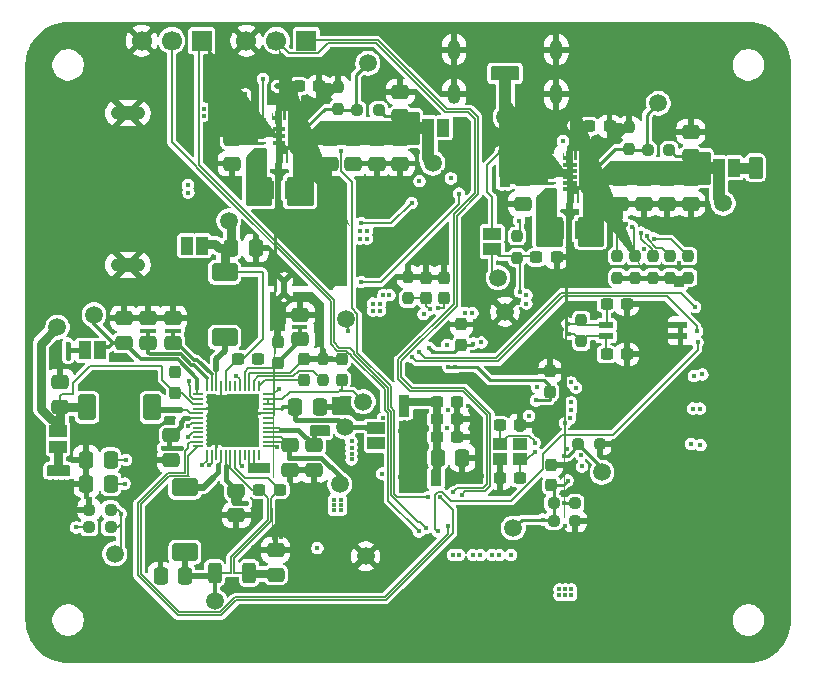
<source format=gbl>
%TF.GenerationSoftware,KiCad,Pcbnew,9.0.6*%
%TF.CreationDate,2025-11-11T20:17:46-05:00*%
%TF.ProjectId,CameraPCB,43616d65-7261-4504-9342-2e6b69636164,rev?*%
%TF.SameCoordinates,Original*%
%TF.FileFunction,Copper,L6,Bot*%
%TF.FilePolarity,Positive*%
%FSLAX46Y46*%
G04 Gerber Fmt 4.6, Leading zero omitted, Abs format (unit mm)*
G04 Created by KiCad (PCBNEW 9.0.6) date 2025-11-11 20:17:46*
%MOMM*%
%LPD*%
G01*
G04 APERTURE LIST*
G04 Aperture macros list*
%AMRoundRect*
0 Rectangle with rounded corners*
0 $1 Rounding radius*
0 $2 $3 $4 $5 $6 $7 $8 $9 X,Y pos of 4 corners*
0 Add a 4 corners polygon primitive as box body*
4,1,4,$2,$3,$4,$5,$6,$7,$8,$9,$2,$3,0*
0 Add four circle primitives for the rounded corners*
1,1,$1+$1,$2,$3*
1,1,$1+$1,$4,$5*
1,1,$1+$1,$6,$7*
1,1,$1+$1,$8,$9*
0 Add four rect primitives between the rounded corners*
20,1,$1+$1,$2,$3,$4,$5,0*
20,1,$1+$1,$4,$5,$6,$7,0*
20,1,$1+$1,$6,$7,$8,$9,0*
20,1,$1+$1,$8,$9,$2,$3,0*%
%AMFreePoly0*
4,1,61,-0.586464,2.203536,-0.585000,2.200000,-0.585000,1.430000,-0.335000,1.430000,-0.335000,2.200000,-0.333536,2.203536,-0.330000,2.205000,-0.130000,2.205000,-0.126464,2.203536,-0.125000,2.200000,-0.125000,1.430000,0.125000,1.430000,0.125000,2.200000,0.126464,2.203536,0.130000,2.205000,0.330000,2.205000,0.333536,2.203536,0.335000,2.200000,0.335000,1.430000,0.585000,1.430000,
0.585000,2.200000,0.586464,2.203536,0.590000,2.205000,0.790000,2.205000,0.793536,2.203536,0.795000,2.200000,0.795000,-2.200000,0.793536,-2.203536,0.790000,-2.205000,0.590000,-2.205000,0.586464,-2.203536,0.585000,-2.200000,0.585000,-1.430000,0.335000,-1.430000,0.335000,-2.200000,0.333536,-2.203536,0.330000,-2.205000,0.130000,-2.205000,0.126464,-2.203536,0.125000,-2.200000,
0.125000,-1.430000,-0.125000,-1.430000,-0.125000,-2.200000,-0.126464,-2.203536,-0.130000,-2.205000,-0.330000,-2.205000,-0.333536,-2.203536,-0.335000,-2.200000,-0.335000,-1.430000,-0.585000,-1.430000,-0.585000,-2.200000,-0.586464,-2.203536,-0.590000,-2.205000,-0.790000,-2.205000,-0.793536,-2.203536,-0.795000,-2.200000,-0.795000,2.200000,-0.793536,2.203536,-0.790000,2.205000,-0.590000,2.205000,
-0.586464,2.203536,-0.586464,2.203536,$1*%
G04 Aperture macros list end*
%TA.AperFunction,Conductor*%
%ADD10C,0.240000*%
%TD*%
%TA.AperFunction,Conductor*%
%ADD11C,0.200000*%
%TD*%
%TA.AperFunction,Conductor*%
%ADD12C,0.400000*%
%TD*%
%TA.AperFunction,EtchedComponent*%
%ADD13C,0.000000*%
%TD*%
%TA.AperFunction,HeatsinkPad*%
%ADD14O,2.900000X1.200000*%
%TD*%
%TA.AperFunction,ComponentPad*%
%ADD15R,1.700000X1.700000*%
%TD*%
%TA.AperFunction,ComponentPad*%
%ADD16C,1.700000*%
%TD*%
%TA.AperFunction,HeatsinkPad*%
%ADD17O,1.100000X1.700000*%
%TD*%
%TA.AperFunction,SMDPad,CuDef*%
%ADD18RoundRect,0.250000X0.337500X0.475000X-0.337500X0.475000X-0.337500X-0.475000X0.337500X-0.475000X0*%
%TD*%
%TA.AperFunction,SMDPad,CuDef*%
%ADD19RoundRect,0.137500X0.137500X0.662500X-0.137500X0.662500X-0.137500X-0.662500X0.137500X-0.662500X0*%
%TD*%
%TA.AperFunction,SMDPad,CuDef*%
%ADD20RoundRect,0.237500X0.237500X-0.250000X0.237500X0.250000X-0.237500X0.250000X-0.237500X-0.250000X0*%
%TD*%
%TA.AperFunction,SMDPad,CuDef*%
%ADD21RoundRect,0.237500X-0.237500X0.300000X-0.237500X-0.300000X0.237500X-0.300000X0.237500X0.300000X0*%
%TD*%
%TA.AperFunction,SMDPad,CuDef*%
%ADD22R,1.200000X1.000000*%
%TD*%
%TA.AperFunction,SMDPad,CuDef*%
%ADD23C,1.500000*%
%TD*%
%TA.AperFunction,SMDPad,CuDef*%
%ADD24R,1.000000X1.500000*%
%TD*%
%TA.AperFunction,SMDPad,CuDef*%
%ADD25RoundRect,0.237500X0.237500X-0.300000X0.237500X0.300000X-0.237500X0.300000X-0.237500X-0.300000X0*%
%TD*%
%TA.AperFunction,SMDPad,CuDef*%
%ADD26RoundRect,0.237500X0.250000X0.237500X-0.250000X0.237500X-0.250000X-0.237500X0.250000X-0.237500X0*%
%TD*%
%TA.AperFunction,SMDPad,CuDef*%
%ADD27RoundRect,0.250000X-0.475000X0.337500X-0.475000X-0.337500X0.475000X-0.337500X0.475000X0.337500X0*%
%TD*%
%TA.AperFunction,SMDPad,CuDef*%
%ADD28RoundRect,0.237500X-0.300000X-0.237500X0.300000X-0.237500X0.300000X0.237500X-0.300000X0.237500X0*%
%TD*%
%TA.AperFunction,SMDPad,CuDef*%
%ADD29C,0.500000*%
%TD*%
%TA.AperFunction,SMDPad,CuDef*%
%ADD30RoundRect,0.250000X0.475000X-0.337500X0.475000X0.337500X-0.475000X0.337500X-0.475000X-0.337500X0*%
%TD*%
%TA.AperFunction,SMDPad,CuDef*%
%ADD31R,1.200000X0.600000*%
%TD*%
%TA.AperFunction,SMDPad,CuDef*%
%ADD32O,0.600000X0.240000*%
%TD*%
%TA.AperFunction,SMDPad,CuDef*%
%ADD33FreePoly0,180.000000*%
%TD*%
%TA.AperFunction,SMDPad,CuDef*%
%ADD34RoundRect,0.237500X0.300000X0.237500X-0.300000X0.237500X-0.300000X-0.237500X0.300000X-0.237500X0*%
%TD*%
%TA.AperFunction,SMDPad,CuDef*%
%ADD35RoundRect,0.237500X-0.237500X0.250000X-0.237500X-0.250000X0.237500X-0.250000X0.237500X0.250000X0*%
%TD*%
%TA.AperFunction,SMDPad,CuDef*%
%ADD36R,1.500000X1.000000*%
%TD*%
%TA.AperFunction,SMDPad,CuDef*%
%ADD37RoundRect,0.250000X-0.312500X-0.625000X0.312500X-0.625000X0.312500X0.625000X-0.312500X0.625000X0*%
%TD*%
%TA.AperFunction,SMDPad,CuDef*%
%ADD38RoundRect,0.250001X0.849999X-0.499999X0.849999X0.499999X-0.849999X0.499999X-0.849999X-0.499999X0*%
%TD*%
%TA.AperFunction,SMDPad,CuDef*%
%ADD39RoundRect,0.237500X-0.250000X-0.237500X0.250000X-0.237500X0.250000X0.237500X-0.250000X0.237500X0*%
%TD*%
%TA.AperFunction,SMDPad,CuDef*%
%ADD40RoundRect,0.250000X-0.337500X-0.475000X0.337500X-0.475000X0.337500X0.475000X-0.337500X0.475000X0*%
%TD*%
%TA.AperFunction,SMDPad,CuDef*%
%ADD41RoundRect,0.250001X-0.849999X0.499999X-0.849999X-0.499999X0.849999X-0.499999X0.849999X0.499999X0*%
%TD*%
%TA.AperFunction,SMDPad,CuDef*%
%ADD42RoundRect,0.250001X0.499999X0.849999X-0.499999X0.849999X-0.499999X-0.849999X0.499999X-0.849999X0*%
%TD*%
%TA.AperFunction,SMDPad,CuDef*%
%ADD43RoundRect,0.050000X-0.375000X-0.050000X0.375000X-0.050000X0.375000X0.050000X-0.375000X0.050000X0*%
%TD*%
%TA.AperFunction,SMDPad,CuDef*%
%ADD44RoundRect,0.050000X-0.050000X-0.375000X0.050000X-0.375000X0.050000X0.375000X-0.050000X0.375000X0*%
%TD*%
%TA.AperFunction,HeatsinkPad*%
%ADD45R,4.200000X4.200000*%
%TD*%
%TA.AperFunction,ViaPad*%
%ADD46C,0.450000*%
%TD*%
%TA.AperFunction,Conductor*%
%ADD47C,0.127000*%
%TD*%
%TA.AperFunction,Conductor*%
%ADD48C,0.250000*%
%TD*%
%TA.AperFunction,Conductor*%
%ADD49C,0.152400*%
%TD*%
%TA.AperFunction,Conductor*%
%ADD50C,0.800000*%
%TD*%
%TA.AperFunction,Conductor*%
%ADD51C,0.700000*%
%TD*%
%TA.AperFunction,Conductor*%
%ADD52C,0.300000*%
%TD*%
%TA.AperFunction,Conductor*%
%ADD53C,0.500000*%
%TD*%
%TA.AperFunction,Conductor*%
%ADD54C,0.150000*%
%TD*%
%TA.AperFunction,Conductor*%
%ADD55C,1.000000*%
%TD*%
%TA.AperFunction,Conductor*%
%ADD56C,0.600000*%
%TD*%
%TA.AperFunction,Conductor*%
%ADD57C,0.965200*%
%TD*%
G04 APERTURE END LIST*
D10*
%TO.N,GND*%
X140133476Y-71562500D02*
X140133476Y-69812500D01*
X141883476Y-69812500D01*
X140133476Y-71562500D01*
%TA.AperFunction,Conductor*%
G36*
X140133476Y-71562500D02*
G01*
X140133476Y-69812500D01*
X141883476Y-69812500D01*
X140133476Y-71562500D01*
G37*
%TD.AperFunction*%
%TO.N,VDD-CPU*%
D11*
X147100000Y-96000000D02*
X147800000Y-96000000D01*
X147800000Y-97700000D01*
X147100000Y-97700000D01*
X147100000Y-96000000D01*
%TA.AperFunction,Conductor*%
G36*
X147100000Y-96000000D02*
G01*
X147800000Y-96000000D01*
X147800000Y-97700000D01*
X147100000Y-97700000D01*
X147100000Y-96000000D01*
G37*
%TD.AperFunction*%
D10*
%TO.N,Net-(L2-Pad1)*%
X139633476Y-75812500D02*
X139633476Y-79812500D01*
X137633476Y-79812500D01*
X137633476Y-77562500D01*
X138103831Y-77562500D01*
X138103831Y-75101300D01*
X138922276Y-75101300D01*
X139633476Y-75812500D01*
%TA.AperFunction,Conductor*%
G36*
X139633476Y-75812500D02*
G01*
X139633476Y-79812500D01*
X137633476Y-79812500D01*
X137633476Y-77562500D01*
X138103831Y-77562500D01*
X138103831Y-75101300D01*
X138922276Y-75101300D01*
X139633476Y-75812500D01*
G37*
%TD.AperFunction*%
%TO.N,Net-(L1-Pad2)*%
X160257814Y-80958904D02*
X160730415Y-80958904D01*
X160730415Y-83208904D01*
X158730415Y-83208904D01*
X158730415Y-79208904D01*
X159443898Y-78495421D01*
X160257814Y-78495421D01*
X160257814Y-80958904D01*
%TA.AperFunction,Conductor*%
G36*
X160257814Y-80958904D02*
G01*
X160730415Y-80958904D01*
X160730415Y-83208904D01*
X158730415Y-83208904D01*
X158730415Y-79208904D01*
X159443898Y-78495421D01*
X160257814Y-78495421D01*
X160257814Y-80958904D01*
G37*
%TD.AperFunction*%
%TO.N,VIPS*%
D11*
X132900000Y-104300000D02*
X133600000Y-104300000D01*
X133600000Y-105000000D01*
X132900000Y-105000000D01*
X132900000Y-104300000D01*
%TA.AperFunction,Conductor*%
G36*
X132900000Y-104300000D02*
G01*
X133600000Y-104300000D01*
X133600000Y-105000000D01*
X132900000Y-105000000D01*
X132900000Y-104300000D01*
G37*
%TD.AperFunction*%
D10*
%TO.N,Net-(JP6-A)*%
X148633476Y-74603596D02*
X139133476Y-74603596D01*
X139133476Y-74062500D01*
X140383476Y-72812500D01*
X146633476Y-72812500D01*
X146633476Y-72062500D01*
X148633476Y-72062500D01*
X148633476Y-74603596D01*
%TA.AperFunction,Conductor*%
G36*
X148633476Y-74603596D02*
G01*
X139133476Y-74603596D01*
X139133476Y-74062500D01*
X140383476Y-72812500D01*
X146633476Y-72812500D01*
X146633476Y-72062500D01*
X148633476Y-72062500D01*
X148633476Y-74603596D01*
G37*
%TD.AperFunction*%
%TO.N,VDD-CPU*%
D11*
X149800000Y-102400000D02*
X150500000Y-102400000D01*
X150500000Y-103600000D01*
X149800000Y-103600000D01*
X149800000Y-102400000D01*
%TA.AperFunction,Conductor*%
G36*
X149800000Y-102400000D02*
G01*
X150500000Y-102400000D01*
X150500000Y-103600000D01*
X149800000Y-103600000D01*
X149800000Y-102400000D01*
G37*
%TD.AperFunction*%
%TO.N,VBUS*%
X154900000Y-68200000D02*
X157100000Y-68200000D01*
X157100000Y-69200000D01*
X154900000Y-69200000D01*
X154900000Y-68200000D01*
%TA.AperFunction,Conductor*%
G36*
X154900000Y-68200000D02*
G01*
X157100000Y-68200000D01*
X157100000Y-69200000D01*
X154900000Y-69200000D01*
X154900000Y-68200000D01*
G37*
%TD.AperFunction*%
X139550000Y-98550000D02*
X141050000Y-98550000D01*
X141050000Y-99350000D01*
X139550000Y-99350000D01*
X139550000Y-98550000D01*
%TA.AperFunction,Conductor*%
G36*
X139550000Y-98550000D02*
G01*
X141050000Y-98550000D01*
X141050000Y-99350000D01*
X139550000Y-99350000D01*
X139550000Y-98550000D01*
G37*
%TD.AperFunction*%
%TO.N,VBAT*%
X155625000Y-76525000D02*
X156325000Y-76525000D01*
X156325000Y-78225000D01*
X155625000Y-78225000D01*
X155625000Y-76525000D01*
%TA.AperFunction,Conductor*%
G36*
X155625000Y-76525000D02*
G01*
X156325000Y-76525000D01*
X156325000Y-78225000D01*
X155625000Y-78225000D01*
X155625000Y-76525000D01*
G37*
%TD.AperFunction*%
D10*
%TO.N,Net-(L2-Pad2)*%
X135660875Y-77562500D02*
X136133476Y-77562500D01*
X136133476Y-79812500D01*
X134133476Y-79812500D01*
X134133476Y-75812500D01*
X134846959Y-75099017D01*
X135660875Y-75099017D01*
X135660875Y-77562500D01*
%TA.AperFunction,Conductor*%
G36*
X135660875Y-77562500D02*
G01*
X136133476Y-77562500D01*
X136133476Y-79812500D01*
X134133476Y-79812500D01*
X134133476Y-75812500D01*
X134846959Y-75099017D01*
X135660875Y-75099017D01*
X135660875Y-77562500D01*
G37*
%TD.AperFunction*%
%TO.N,VBAT*%
D11*
X132400000Y-70400000D02*
X134100000Y-70400000D01*
X134100000Y-71100000D01*
X132400000Y-71100000D01*
X132400000Y-70400000D01*
%TA.AperFunction,Conductor*%
G36*
X132400000Y-70400000D02*
G01*
X134100000Y-70400000D01*
X134100000Y-71100000D01*
X132400000Y-71100000D01*
X132400000Y-70400000D01*
G37*
%TD.AperFunction*%
D10*
X157480415Y-77311181D02*
X159480415Y-77311181D01*
X159480415Y-78035091D01*
X157480415Y-78035091D01*
X157480415Y-77311181D01*
%TA.AperFunction,Conductor*%
G36*
X157480415Y-77311181D02*
G01*
X159480415Y-77311181D01*
X159480415Y-78035091D01*
X157480415Y-78035091D01*
X157480415Y-77311181D01*
G37*
%TD.AperFunction*%
%TO.N,VDD-CPU*%
D11*
X117292500Y-102000000D02*
X119092500Y-102000000D01*
X119092500Y-102700000D01*
X117292500Y-102700000D01*
X117292500Y-102000000D01*
%TA.AperFunction,Conductor*%
G36*
X117292500Y-102000000D02*
G01*
X119092500Y-102000000D01*
X119092500Y-102700000D01*
X117292500Y-102700000D01*
X117292500Y-102000000D01*
G37*
%TD.AperFunction*%
D10*
%TO.N,Net-(JP5-A)*%
X173230415Y-78000000D02*
X163730415Y-78000000D01*
X163730415Y-77458904D01*
X164980415Y-76208904D01*
X171230415Y-76208904D01*
X171230415Y-75458904D01*
X173230415Y-75458904D01*
X173230415Y-78000000D01*
%TA.AperFunction,Conductor*%
G36*
X173230415Y-78000000D02*
G01*
X163730415Y-78000000D01*
X163730415Y-77458904D01*
X164980415Y-76208904D01*
X171230415Y-76208904D01*
X171230415Y-75458904D01*
X173230415Y-75458904D01*
X173230415Y-78000000D01*
G37*
%TD.AperFunction*%
%TO.N,GND*%
X164730415Y-74958904D02*
X164730415Y-73208904D01*
X166480415Y-73208904D01*
X164730415Y-74958904D01*
%TA.AperFunction,Conductor*%
G36*
X164730415Y-74958904D02*
G01*
X164730415Y-73208904D01*
X166480415Y-73208904D01*
X164730415Y-74958904D01*
G37*
%TD.AperFunction*%
%TO.N,VBAT*%
D11*
X134350000Y-101750000D02*
X136050000Y-101750000D01*
X136050000Y-102450000D01*
X134350000Y-102450000D01*
X134350000Y-101750000D01*
%TA.AperFunction,Conductor*%
G36*
X134350000Y-101750000D02*
G01*
X136050000Y-101750000D01*
X136050000Y-102450000D01*
X134350000Y-102450000D01*
X134350000Y-101750000D01*
G37*
%TD.AperFunction*%
D10*
%TO.N,Net-(L1-Pad1)*%
X164230415Y-79208904D02*
X164230415Y-83208904D01*
X162230415Y-83208904D01*
X162230415Y-80958904D01*
X162700770Y-80958904D01*
X162700770Y-78497704D01*
X163519215Y-78497704D01*
X164230415Y-79208904D01*
%TA.AperFunction,Conductor*%
G36*
X164230415Y-79208904D02*
G01*
X164230415Y-83208904D01*
X162230415Y-83208904D01*
X162230415Y-80958904D01*
X162700770Y-80958904D01*
X162700770Y-78497704D01*
X163519215Y-78497704D01*
X164230415Y-79208904D01*
G37*
%TD.AperFunction*%
%TO.N,HPVCC*%
D11*
X170400000Y-86000000D02*
X171100000Y-86000000D01*
X171100000Y-86700000D01*
X170400000Y-86700000D01*
X170400000Y-86000000D01*
%TA.AperFunction,Conductor*%
G36*
X170400000Y-86000000D02*
G01*
X171100000Y-86000000D01*
X171100000Y-86700000D01*
X170400000Y-86700000D01*
X170400000Y-86000000D01*
G37*
%TD.AperFunction*%
%TO.N,VBAT*%
D10*
X132883476Y-73914777D02*
X134883476Y-73914777D01*
X134883476Y-74638687D01*
X132883476Y-74638687D01*
X132883476Y-73914777D01*
%TA.AperFunction,Conductor*%
G36*
X132883476Y-73914777D02*
G01*
X134883476Y-73914777D01*
X134883476Y-74638687D01*
X132883476Y-74638687D01*
X132883476Y-73914777D01*
G37*
%TD.AperFunction*%
%TO.N,+5V*%
D12*
X176780415Y-75996404D02*
X177580415Y-75996404D01*
X177580415Y-77396404D01*
X176780415Y-77396404D01*
X176780415Y-75996404D01*
%TA.AperFunction,Conductor*%
G36*
X176780415Y-75996404D02*
G01*
X177580415Y-75996404D01*
X177580415Y-77396404D01*
X176780415Y-77396404D01*
X176780415Y-75996404D01*
G37*
%TD.AperFunction*%
D13*
%TA.AperFunction,EtchedComponent*%
%TD*%
%TO.C,NT1*%
G36*
X137550000Y-87300000D02*
G01*
X137050000Y-87300000D01*
X137050000Y-86300000D01*
X137550000Y-86300000D01*
X137550000Y-87300000D01*
G37*
%TD.AperFunction*%
D14*
%TO.P,J2,5,Shield*%
%TO.N,GND*%
X124050000Y-72100000D03*
X124050000Y-84900000D03*
%TD*%
D15*
%TO.P,J5,1,Pin_1*%
%TO.N,UART2_RX*%
X130315000Y-65950800D03*
D16*
%TO.P,J5,2,Pin_2*%
%TO.N,UART2_TX*%
X127775000Y-65950800D03*
%TO.P,J5,3,Pin_3*%
%TO.N,GND*%
X125235000Y-65950800D03*
%TD*%
D17*
%TO.P,J6,S1,SHIELD*%
%TO.N,GND*%
X160320000Y-70500000D03*
X160320000Y-66700000D03*
X151680000Y-70500000D03*
X151680000Y-66700000D03*
%TD*%
D15*
%TO.P,J4,1,Pin_1*%
%TO.N,UART0_RX*%
X139180000Y-65950800D03*
D16*
%TO.P,J4,2,Pin_2*%
%TO.N,UART0_TX*%
X136640000Y-65950800D03*
%TO.P,J4,3,Pin_3*%
%TO.N,GND*%
X134100000Y-65950800D03*
%TD*%
D18*
%TO.P,C61,1*%
%TO.N,GND*%
X140287500Y-97000000D03*
%TO.P,C61,2*%
%TO.N,Net-(JP1-A)*%
X138212500Y-97000000D03*
%TD*%
D19*
%TO.P,L1,1,1*%
%TO.N,Net-(L1-Pad1)*%
X162205415Y-81996404D03*
%TO.P,L1,2,2*%
%TO.N,Net-(L1-Pad2)*%
X160755415Y-81996404D03*
%TD*%
D20*
%TO.P,R5,1*%
%TO.N,HPVCC*%
X168500000Y-86012500D03*
%TO.P,R5,2*%
%TO.N,SDC0_CMD*%
X168500000Y-84187500D03*
%TD*%
D21*
%TO.P,C78,1*%
%TO.N,GND*%
X149300000Y-86000000D03*
%TO.P,C78,2*%
%TO.N,VRA2*%
X149300000Y-87725000D03*
%TD*%
D22*
%TO.P,Y4,1,1*%
%TO.N,X24MIN*%
X155550000Y-100100000D03*
%TO.P,Y4,2,2*%
%TO.N,GND*%
X157250000Y-100100000D03*
%TO.P,Y4,3,3*%
%TO.N,X24MOUT*%
X157250000Y-101400000D03*
%TO.P,Y4,4,4*%
%TO.N,GND*%
X155550000Y-101400000D03*
%TD*%
D23*
%TO.P,TP4,1,1*%
%TO.N,Net-(JP4-A)*%
X132600000Y-81200000D03*
%TD*%
%TO.P,TP22,1,1*%
%TO.N,Net-(JP6-A)*%
X149883476Y-76312500D03*
%TD*%
D24*
%TO.P,JP6,1,A*%
%TO.N,Net-(JP6-A)*%
X149483476Y-73312500D03*
%TO.P,JP6,2,B*%
%TO.N,HPVCC*%
X150783476Y-73312500D03*
%TD*%
D25*
%TO.P,C45,1*%
%TO.N,VIPS*%
X136750000Y-93225000D03*
%TO.P,C45,2*%
%TO.N,GNDA*%
X136750000Y-91500000D03*
%TD*%
D26*
%TO.P,R9,1*%
%TO.N,VCC-DRAM*%
X161925000Y-105100000D03*
%TO.P,R9,2*%
%TO.N,SVREF*%
X160100000Y-105100000D03*
%TD*%
D27*
%TO.P,C36,1*%
%TO.N,VIPS*%
X133250000Y-104062500D03*
%TO.P,C36,2*%
%TO.N,GND*%
X133250000Y-106137500D03*
%TD*%
%TO.P,C66,1*%
%TO.N,Net-(JP6-A)*%
X147133476Y-74275000D03*
%TO.P,C66,2*%
%TO.N,GND*%
X147133476Y-76350000D03*
%TD*%
D28*
%TO.P,C41,1*%
%TO.N,GND*%
X155537500Y-103000000D03*
%TO.P,C41,2*%
%TO.N,X24MOUT*%
X157262500Y-103000000D03*
%TD*%
D29*
%TO.P,NT1,1,1*%
%TO.N,GNDA*%
X137300000Y-87300000D03*
%TO.P,NT1,2,2*%
%TO.N,GND*%
X137300000Y-86300000D03*
%TD*%
D30*
%TO.P,C35,1*%
%TO.N,VBAT*%
X136562500Y-111150000D03*
%TO.P,C35,2*%
%TO.N,GND*%
X136562500Y-109075000D03*
%TD*%
D31*
%TO.P,Y2,1,1*%
%TO.N,X32KIN*%
X164550000Y-90050000D03*
%TO.P,Y2,2,2*%
%TO.N,GND*%
X170850000Y-90050000D03*
%TO.P,Y2,3,3*%
X170850000Y-90950000D03*
%TO.P,Y2,4,4*%
%TO.N,X32KOUT*%
X164550000Y-90950000D03*
%TD*%
D27*
%TO.P,C72,1*%
%TO.N,Net-(JP5-A)*%
X167730415Y-77671404D03*
%TO.P,C72,2*%
%TO.N,GND*%
X167730415Y-79746404D03*
%TD*%
D28*
%TO.P,C2,1*%
%TO.N,VIPS*%
X163117915Y-73208904D03*
%TO.P,C2,2*%
%TO.N,GND*%
X164842915Y-73208904D03*
%TD*%
D27*
%TO.P,C54,1*%
%TO.N,GND*%
X118350000Y-94862500D03*
%TO.P,C54,2*%
%TO.N,Net-(JP3-A)*%
X118350000Y-96937500D03*
%TD*%
D18*
%TO.P,C19,1*%
%TO.N,GND*%
X152387500Y-101250000D03*
%TO.P,C19,2*%
%TO.N,VDD-CPU*%
X150312500Y-101250000D03*
%TD*%
D27*
%TO.P,C3,1*%
%TO.N,VBAT*%
X157480415Y-77671404D03*
%TO.P,C3,2*%
%TO.N,GND*%
X157480415Y-79746404D03*
%TD*%
%TO.P,C43,1*%
%TO.N,GND*%
X127850000Y-89462500D03*
%TO.P,C43,2*%
%TO.N,VIPS*%
X127850000Y-91537500D03*
%TD*%
D23*
%TO.P,TP10,1,1*%
%TO.N,RESET*%
X155400000Y-86000000D03*
%TD*%
D21*
%TO.P,C14,1*%
%TO.N,GND*%
X152300000Y-89975000D03*
%TO.P,C14,2*%
%TO.N,HPVCC*%
X152300000Y-91700000D03*
%TD*%
D27*
%TO.P,C63,1*%
%TO.N,GND*%
X123750000Y-89462500D03*
%TO.P,C63,2*%
%TO.N,Net-(JP2-A)*%
X123750000Y-91537500D03*
%TD*%
D23*
%TO.P,TP6,1,1*%
%TO.N,VINT*%
X144000000Y-96500000D03*
%TD*%
D27*
%TO.P,C65,1*%
%TO.N,Net-(JP6-A)*%
X145133476Y-74275000D03*
%TO.P,C65,2*%
%TO.N,GND*%
X145133476Y-76350000D03*
%TD*%
D23*
%TO.P,TP20,1,1*%
%TO.N,Net-(U1-CHSENSE)*%
X131442500Y-113400000D03*
%TD*%
D32*
%TO.P,U4,1,VINA*%
%TO.N,VIPS*%
X138283476Y-72600000D03*
%TO.P,U4,2,GND*%
%TO.N,GND*%
X138283476Y-73100000D03*
%TO.P,U4,3,FB*%
%TO.N,Net-(U4-FB)*%
X138283476Y-73600000D03*
%TO.P,U4,4,VOUT*%
%TO.N,Net-(JP6-A)*%
X138283476Y-74100000D03*
%TO.P,U4,5,VOUT*%
X138283476Y-74600000D03*
%TO.P,U4,6,L2*%
%TO.N,Net-(L2-Pad1)*%
X138283476Y-75100000D03*
%TO.P,U4,7,L2*%
X138283476Y-75600000D03*
%TO.P,U4,8,L1*%
%TO.N,Net-(L2-Pad2)*%
X135483476Y-75600000D03*
%TO.P,U4,9,L1*%
X135483476Y-75100000D03*
%TO.P,U4,10,VIN*%
%TO.N,VBAT*%
X135483476Y-74600000D03*
%TO.P,U4,11,VIN*%
X135483476Y-74100000D03*
%TO.P,U4,12,EN*%
%TO.N,PWREN*%
X135483476Y-73600000D03*
%TO.P,U4,13,PS/SYNC*%
%TO.N,GND*%
X135483476Y-73100000D03*
%TO.P,U4,14,PG*%
%TO.N,PGOOD*%
X135483476Y-72600000D03*
D33*
%TO.P,U4,15,PGND*%
%TO.N,GND*%
X136883476Y-74100000D03*
%TD*%
D34*
%TO.P,C5,1*%
%TO.N,VBAT*%
X136912500Y-103950000D03*
%TO.P,C5,2*%
%TO.N,Net-(U1-CHSENSE)*%
X135187500Y-103950000D03*
%TD*%
D23*
%TO.P,TP8,1,1*%
%TO.N,Net-(JP1-A)*%
X142442500Y-98650000D03*
%TD*%
D35*
%TO.P,R15,1*%
%TO.N,GNDA*%
X140550000Y-92887500D03*
%TO.P,R15,2*%
%TO.N,Net-(U1-BIAS)*%
X140550000Y-94712500D03*
%TD*%
D23*
%TO.P,TP23,1,1*%
%TO.N,Net-(U4-FB)*%
X144383476Y-67850000D03*
%TD*%
D30*
%TO.P,C58,1*%
%TO.N,GND*%
X137762500Y-102287500D03*
%TO.P,C58,2*%
%TO.N,VIPS*%
X137762500Y-100212500D03*
%TD*%
D23*
%TO.P,TP24,1,1*%
%TO.N,Net-(U3-FB)*%
X168980415Y-71246404D03*
%TD*%
D30*
%TO.P,C44,1*%
%TO.N,VIPS*%
X138650000Y-91237500D03*
%TO.P,C44,2*%
%TO.N,GNDA*%
X138650000Y-89162500D03*
%TD*%
D28*
%TO.P,C38,1*%
%TO.N,X32KIN*%
X164587500Y-88250000D03*
%TO.P,C38,2*%
%TO.N,GND*%
X166312500Y-88250000D03*
%TD*%
D27*
%TO.P,C70,1*%
%TO.N,Net-(JP5-A)*%
X169730415Y-77671404D03*
%TO.P,C70,2*%
%TO.N,GND*%
X169730415Y-79746404D03*
%TD*%
D30*
%TO.P,C50,1*%
%TO.N,GND*%
X139792500Y-102287500D03*
%TO.P,C50,2*%
%TO.N,VBUS*%
X139792500Y-100212500D03*
%TD*%
D21*
%TO.P,C77,1*%
%TO.N,GND*%
X159900000Y-101837500D03*
%TO.P,C77,2*%
%TO.N,SVREF*%
X159900000Y-103562500D03*
%TD*%
D36*
%TO.P,JP7,1,A*%
%TO.N,PGOOD*%
X154900000Y-82300000D03*
%TO.P,JP7,2,B*%
%TO.N,RESET*%
X154900000Y-83600000D03*
%TD*%
D21*
%TO.P,C55,1*%
%TO.N,GND*%
X128050000Y-94037500D03*
%TO.P,C55,2*%
%TO.N,Net-(JP3-A)*%
X128050000Y-95762500D03*
%TD*%
D27*
%TO.P,C68,1*%
%TO.N,Net-(JP5-A)*%
X165730415Y-77671404D03*
%TO.P,C68,2*%
%TO.N,GND*%
X165730415Y-79746404D03*
%TD*%
D23*
%TO.P,TP16,1,1*%
%TO.N,Net-(U1-N_VBUSEN)*%
X122942500Y-109400000D03*
%TD*%
D37*
%TO.P,R14,1*%
%TO.N,Net-(U1-CHSENSE)*%
X131400000Y-111012500D03*
%TO.P,R14,2*%
%TO.N,VBAT*%
X134325000Y-111012500D03*
%TD*%
D23*
%TO.P,TP15,1,1*%
%TO.N,SZQ*%
X164200000Y-102500000D03*
%TD*%
D38*
%TO.P,L9,1,1*%
%TO.N,Net-(U1-LX3)*%
X132250000Y-91050000D03*
%TO.P,L9,2,2*%
%TO.N,Net-(JP4-A)*%
X132250000Y-85550000D03*
%TD*%
D23*
%TO.P,TP31,1,1*%
%TO.N,GND*%
X156000000Y-88900000D03*
%TD*%
%TO.P,TP5,1,1*%
%TO.N,VBUS*%
X156000000Y-72400000D03*
%TD*%
D34*
%TO.P,C20,1*%
%TO.N,GND*%
X151962500Y-98000000D03*
%TO.P,C20,2*%
%TO.N,VDD-CPU*%
X150237500Y-98000000D03*
%TD*%
D26*
%TO.P,R26,1*%
%TO.N,Net-(JP6-A)*%
X145295976Y-71812500D03*
%TO.P,R26,2*%
%TO.N,Net-(U4-FB)*%
X143470976Y-71812500D03*
%TD*%
D28*
%TO.P,C40,1*%
%TO.N,X24MIN*%
X155537500Y-98500000D03*
%TO.P,C40,2*%
%TO.N,GND*%
X157262500Y-98500000D03*
%TD*%
D24*
%TO.P,JP2,1,A*%
%TO.N,Net-(JP2-A)*%
X121700000Y-92162500D03*
%TO.P,JP2,2,B*%
%TO.N,AVCC*%
X120400000Y-92162500D03*
%TD*%
D35*
%TO.P,R1,1*%
%TO.N,X32KIN*%
X162450000Y-89587500D03*
%TO.P,R1,2*%
%TO.N,X32KOUT*%
X162450000Y-91412500D03*
%TD*%
D26*
%TO.P,R24,1*%
%TO.N,Net-(JP5-A)*%
X169892915Y-75208904D03*
%TO.P,R24,2*%
%TO.N,Net-(U3-FB)*%
X168067915Y-75208904D03*
%TD*%
D20*
%TO.P,R6,1*%
%TO.N,HPVCC*%
X165500000Y-86012500D03*
%TO.P,R6,2*%
%TO.N,SDC0_D1*%
X165500000Y-84187500D03*
%TD*%
D23*
%TO.P,TP32,1,1*%
%TO.N,GND*%
X144200000Y-109600000D03*
%TD*%
%TO.P,TP14,1,1*%
%TO.N,SVREF*%
X156700000Y-107200000D03*
%TD*%
D34*
%TO.P,C21,1*%
%TO.N,GND*%
X151962500Y-99500000D03*
%TO.P,C21,2*%
%TO.N,VDD-CPU*%
X150237500Y-99500000D03*
%TD*%
D39*
%TO.P,R22,1*%
%TO.N,VIPS*%
X120780000Y-107150000D03*
%TO.P,R22,2*%
%TO.N,Net-(U1-N_VBUSEN)*%
X122605000Y-107150000D03*
%TD*%
D28*
%TO.P,C39,1*%
%TO.N,X32KOUT*%
X164587500Y-92500000D03*
%TO.P,C39,2*%
%TO.N,GND*%
X166312500Y-92500000D03*
%TD*%
D25*
%TO.P,C48,1*%
%TO.N,Net-(U1-VREF)*%
X138950000Y-94662500D03*
%TO.P,C48,2*%
%TO.N,GNDA*%
X138950000Y-92937500D03*
%TD*%
D27*
%TO.P,C53,1*%
%TO.N,Net-(JP6-A)*%
X141133476Y-74275000D03*
%TO.P,C53,2*%
%TO.N,GND*%
X141133476Y-76350000D03*
%TD*%
D34*
%TO.P,C57,1*%
%TO.N,GND*%
X135112500Y-92900000D03*
%TO.P,C57,2*%
%TO.N,Net-(JP4-A)*%
X133387500Y-92900000D03*
%TD*%
%TO.P,C24,1*%
%TO.N,GND*%
X151962500Y-96500000D03*
%TO.P,C24,2*%
%TO.N,VDD-CPU*%
X150237500Y-96500000D03*
%TD*%
D35*
%TO.P,R30,1*%
%TO.N,GND*%
X147800000Y-85950000D03*
%TO.P,R30,2*%
%TO.N,VRA2*%
X147800000Y-87775000D03*
%TD*%
D20*
%TO.P,R27,1*%
%TO.N,Net-(U4-FB)*%
X141883476Y-71725000D03*
%TO.P,R27,2*%
%TO.N,GND*%
X141883476Y-69900000D03*
%TD*%
D27*
%TO.P,C62,1*%
%TO.N,GND*%
X125800000Y-89462500D03*
%TO.P,C62,2*%
%TO.N,HPVCC*%
X125800000Y-91537500D03*
%TD*%
D21*
%TO.P,C79,1*%
%TO.N,GND*%
X150800000Y-86000000D03*
%TO.P,C79,2*%
%TO.N,VRA1*%
X150800000Y-87725000D03*
%TD*%
D24*
%TO.P,JP5,1,A*%
%TO.N,Net-(JP5-A)*%
X174080415Y-76708904D03*
%TO.P,JP5,2,B*%
%TO.N,+5V*%
X175380415Y-76708904D03*
%TD*%
D27*
%TO.P,C69,1*%
%TO.N,Net-(JP5-A)*%
X171730415Y-77671404D03*
%TO.P,C69,2*%
%TO.N,GND*%
X171730415Y-79746404D03*
%TD*%
%TO.P,C51,1*%
%TO.N,VBAT*%
X132883476Y-74275000D03*
%TO.P,C51,2*%
%TO.N,GND*%
X132883476Y-76350000D03*
%TD*%
D30*
%TO.P,C71,1*%
%TO.N,Net-(JP5-A)*%
X171730415Y-75746404D03*
%TO.P,C71,2*%
%TO.N,GND*%
X171730415Y-73671404D03*
%TD*%
D18*
%TO.P,C56,1*%
%TO.N,GND*%
X134887500Y-83500000D03*
%TO.P,C56,2*%
%TO.N,Net-(JP4-A)*%
X132812500Y-83500000D03*
%TD*%
D20*
%TO.P,R2,1*%
%TO.N,HPVCC*%
X171500000Y-86012500D03*
%TO.P,R2,2*%
%TO.N,SDC0_D2*%
X171500000Y-84187500D03*
%TD*%
D40*
%TO.P,C74,1*%
%TO.N,GND*%
X120555000Y-103450000D03*
%TO.P,C74,2*%
%TO.N,Net-(U1-LDO3)*%
X122630000Y-103450000D03*
%TD*%
D23*
%TO.P,TP19,1,1*%
%TO.N,PWREN*%
X142500000Y-89500000D03*
%TD*%
D24*
%TO.P,JP4,1,A*%
%TO.N,Net-(JP4-A)*%
X130342500Y-83300000D03*
%TO.P,JP4,2,B*%
%TO.N,VCC-DRAM*%
X129042500Y-83300000D03*
%TD*%
D18*
%TO.P,C6,1*%
%TO.N,Net-(U1-CHSENSE)*%
X128900000Y-111312500D03*
%TO.P,C6,2*%
%TO.N,GND*%
X126825000Y-111312500D03*
%TD*%
D35*
%TO.P,R18,1*%
%TO.N,VCC-RTC*%
X157000000Y-82487500D03*
%TO.P,R18,2*%
%TO.N,RESET*%
X157000000Y-84312500D03*
%TD*%
D19*
%TO.P,L2,1,1*%
%TO.N,Net-(L2-Pad1)*%
X137608476Y-78600000D03*
%TO.P,L2,2,2*%
%TO.N,Net-(L2-Pad2)*%
X136158476Y-78600000D03*
%TD*%
D41*
%TO.P,L5,1,1*%
%TO.N,Net-(U1-LX1)*%
X128892500Y-103750000D03*
%TO.P,L5,2,2*%
%TO.N,Net-(U1-CHSENSE)*%
X128892500Y-109250000D03*
%TD*%
D21*
%TO.P,C49,1*%
%TO.N,GNDA*%
X142150000Y-92937500D03*
%TO.P,C49,2*%
%TO.N,VINT*%
X142150000Y-94662500D03*
%TD*%
D30*
%TO.P,C42,1*%
%TO.N,GND*%
X127750000Y-101437500D03*
%TO.P,C42,2*%
%TO.N,VIPS*%
X127750000Y-99362500D03*
%TD*%
D36*
%TO.P,JP1,1,A*%
%TO.N,Net-(JP1-A)*%
X145100000Y-98750000D03*
%TO.P,JP1,2,B*%
%TO.N,VCC-RTC*%
X145100000Y-100050000D03*
%TD*%
D23*
%TO.P,TP2,1,1*%
%TO.N,VIPS*%
X142000000Y-103500000D03*
%TD*%
D42*
%TO.P,L8,1,1*%
%TO.N,Net-(U1-LX2)*%
X126100000Y-97000000D03*
%TO.P,L8,2,2*%
%TO.N,Net-(JP3-A)*%
X120600000Y-97000000D03*
%TD*%
D23*
%TO.P,TP21,1,1*%
%TO.N,Net-(JP5-A)*%
X174480415Y-79708904D03*
%TD*%
D32*
%TO.P,U3,1,VINA*%
%TO.N,VIPS*%
X162880415Y-75996404D03*
%TO.P,U3,2,GND*%
%TO.N,GND*%
X162880415Y-76496404D03*
%TO.P,U3,3,FB*%
%TO.N,Net-(U3-FB)*%
X162880415Y-76996404D03*
%TO.P,U3,4,VOUT*%
%TO.N,Net-(JP5-A)*%
X162880415Y-77496404D03*
%TO.P,U3,5,VOUT*%
X162880415Y-77996404D03*
%TO.P,U3,6,L2*%
%TO.N,Net-(L1-Pad1)*%
X162880415Y-78496404D03*
%TO.P,U3,7,L2*%
X162880415Y-78996404D03*
%TO.P,U3,8,L1*%
%TO.N,Net-(L1-Pad2)*%
X160080415Y-78996404D03*
%TO.P,U3,9,L1*%
X160080415Y-78496404D03*
%TO.P,U3,10,VIN*%
%TO.N,VBAT*%
X160080415Y-77996404D03*
%TO.P,U3,11,VIN*%
X160080415Y-77496404D03*
%TO.P,U3,12,EN*%
%TO.N,PWREN*%
X160080415Y-76996404D03*
%TO.P,U3,13,PS/SYNC*%
%TO.N,GND*%
X160080415Y-76496404D03*
%TO.P,U3,14,PG*%
%TO.N,PGOOD*%
X160080415Y-75996404D03*
D33*
%TO.P,U3,15,PGND*%
%TO.N,GND*%
X161480415Y-77496404D03*
%TD*%
D36*
%TO.P,JP3,1,A*%
%TO.N,Net-(JP3-A)*%
X118150000Y-99012500D03*
%TO.P,JP3,2,B*%
%TO.N,VDD-CPU*%
X118150000Y-100312500D03*
%TD*%
D21*
%TO.P,C15,1*%
%TO.N,GND*%
X159800000Y-93937500D03*
%TO.P,C15,2*%
%TO.N,HPVCC*%
X159800000Y-95662500D03*
%TD*%
D28*
%TO.P,C80,1*%
%TO.N,RESET*%
X158637500Y-84300000D03*
%TO.P,C80,2*%
%TO.N,GND*%
X160362500Y-84300000D03*
%TD*%
D20*
%TO.P,R4,1*%
%TO.N,HPVCC*%
X167000000Y-86012500D03*
%TO.P,R4,2*%
%TO.N,SDC0_D0*%
X167000000Y-84187500D03*
%TD*%
D40*
%TO.P,C73,1*%
%TO.N,GND*%
X120525000Y-101412500D03*
%TO.P,C73,2*%
%TO.N,Net-(U1-LD04)*%
X122600000Y-101412500D03*
%TD*%
D43*
%TO.P,U1,1,SDA*%
%TO.N,TWI0_SDA*%
X130000000Y-100300000D03*
%TO.P,U1,2,SCK*%
%TO.N,TWI0_SCK*%
X130000000Y-99900000D03*
%TO.P,U1,3,GPI03*%
%TO.N,unconnected-(U1-GPI03-Pad3)*%
X130000000Y-99500000D03*
%TO.P,U1,4,N_OE*%
%TO.N,Net-(U1-N_OE)*%
X130000000Y-99100000D03*
%TO.P,U1,5,GPI02*%
%TO.N,unconnected-(U1-GPI02-Pad5)*%
X130000000Y-98700000D03*
%TO.P,U1,6,N_VBUSEN*%
%TO.N,Net-(U1-N_VBUSEN)*%
X130000000Y-98300000D03*
%TO.P,U1,7,VIN2*%
%TO.N,VIPS*%
X130000000Y-97900000D03*
%TO.P,U1,8,LX2*%
%TO.N,Net-(U1-LX2)*%
X130000000Y-97500000D03*
%TO.P,U1,9,PGND2*%
%TO.N,GND*%
X130000000Y-97100000D03*
%TO.P,U1,10,DCDC2*%
%TO.N,Net-(JP3-A)*%
X130000000Y-96700000D03*
%TO.P,U1,11,LD04*%
%TO.N,Net-(U1-LD04)*%
X130000000Y-96300000D03*
%TO.P,U1,12,LD02*%
%TO.N,Net-(JP2-A)*%
X130000000Y-95900000D03*
D44*
%TO.P,U1,13,LDO24IN*%
%TO.N,HPVCC*%
X130750000Y-95150000D03*
%TO.P,U1,14,VIN3*%
%TO.N,VIPS*%
X131150000Y-95150000D03*
%TO.P,U1,15,LX3*%
%TO.N,Net-(U1-LX3)*%
X131550000Y-95150000D03*
%TO.P,U1,16,PGND3*%
%TO.N,GND*%
X131950000Y-95150000D03*
%TO.P,U1,17,DCDC3*%
%TO.N,Net-(JP4-A)*%
X132350000Y-95150000D03*
%TO.P,U1,18,GPIO1*%
%TO.N,unconnected-(U1-GPIO1-Pad18)*%
X132750000Y-95150000D03*
%TO.P,U1,19,GPIO0*%
%TO.N,unconnected-(U1-GPIO0-Pad19)*%
X133150000Y-95150000D03*
%TO.P,U1,20,EXTEN*%
%TO.N,PWREN*%
X133550000Y-95150000D03*
%TO.P,U1,21,APS*%
%TO.N,VIPS*%
X133950000Y-95150000D03*
%TO.P,U1,22,AGND*%
%TO.N,GNDA*%
X134350000Y-95150000D03*
%TO.P,U1,23,BIAS*%
%TO.N,Net-(U1-BIAS)*%
X134750000Y-95150000D03*
%TO.P,U1,24,VREF*%
%TO.N,Net-(U1-VREF)*%
X135150000Y-95150000D03*
D43*
%TO.P,U1,25,PWROK*%
%TO.N,PGOOD*%
X135900000Y-95900000D03*
%TO.P,U1,26,VINT*%
%TO.N,VINT*%
X135900000Y-96300000D03*
%TO.P,U1,27,LDO1SET*%
X135900000Y-96700000D03*
%TO.P,U1,28,LDO1*%
%TO.N,Net-(JP1-A)*%
X135900000Y-97100000D03*
%TO.P,U1,29,DC3SET*%
%TO.N,GND*%
X135900000Y-97500000D03*
%TO.P,U1,30,BACKUP*%
%TO.N,unconnected-(U1-BACKUP-Pad30)*%
X135900000Y-97900000D03*
%TO.P,U1,31,VBUS*%
%TO.N,unconnected-(U1-VBUS-Pad31)*%
X135900000Y-98300000D03*
%TO.P,U1,32,ACIN*%
%TO.N,VBUS*%
X135900000Y-98700000D03*
%TO.P,U1,33,ACIN*%
X135900000Y-99100000D03*
%TO.P,U1,34,IPSOUT*%
%TO.N,VIPS*%
X135900000Y-99500000D03*
%TO.P,U1,35,IPSOUT*%
X135900000Y-99900000D03*
%TO.P,U1,36,CHGLED*%
%TO.N,CHGLED*%
X135900000Y-100300000D03*
D44*
%TO.P,U1,37,TS*%
%TO.N,unconnected-(U1-TS-Pad37)*%
X135150000Y-101050000D03*
%TO.P,U1,38,BAT*%
%TO.N,VBAT*%
X134750000Y-101050000D03*
%TO.P,U1,39,BAT*%
X134350000Y-101050000D03*
%TO.P,U1,40,LDO3IN*%
%TO.N,unconnected-(U1-LDO3IN-Pad40)*%
X133950000Y-101050000D03*
%TO.P,U1,41,LDO3*%
%TO.N,Net-(U1-LDO3)*%
X133550000Y-101050000D03*
%TO.P,U1,42,BATSENSE*%
%TO.N,VBAT*%
X133150000Y-101050000D03*
%TO.P,U1,43,CHSENSE*%
%TO.N,Net-(U1-CHSENSE)*%
X132750000Y-101050000D03*
%TO.P,U1,44,VIN1*%
%TO.N,VIPS*%
X132350000Y-101050000D03*
%TO.P,U1,45,LX1*%
%TO.N,Net-(U1-LX1)*%
X131950000Y-101050000D03*
%TO.P,U1,46,PGND1*%
%TO.N,GND*%
X131550000Y-101050000D03*
%TO.P,U1,47,PWRON*%
%TO.N,Net-(U1-PWRON)*%
X131150000Y-101050000D03*
%TO.P,U1,48,IRQ/WAKEUP*%
%TO.N,IRQ*%
X130750000Y-101050000D03*
D45*
%TO.P,U1,49,EP*%
%TO.N,GND*%
X132950000Y-98100000D03*
%TD*%
D28*
%TO.P,C52,1*%
%TO.N,VIPS*%
X138520976Y-69812500D03*
%TO.P,C52,2*%
%TO.N,GND*%
X140245976Y-69812500D03*
%TD*%
D39*
%TO.P,R10,1*%
%TO.N,SVREF*%
X160100000Y-106600000D03*
%TO.P,R10,2*%
%TO.N,GND*%
X161925000Y-106600000D03*
%TD*%
D27*
%TO.P,C64,1*%
%TO.N,Net-(JP6-A)*%
X143133476Y-74275000D03*
%TO.P,C64,2*%
%TO.N,GND*%
X143133476Y-76350000D03*
%TD*%
D39*
%TO.P,R23,1*%
%TO.N,GND*%
X120780000Y-105650000D03*
%TO.P,R23,2*%
%TO.N,Net-(U1-N_VBUSEN)*%
X122605000Y-105650000D03*
%TD*%
%TO.P,R11,1*%
%TO.N,SZQ*%
X162187500Y-100100000D03*
%TO.P,R11,2*%
%TO.N,GND*%
X164012500Y-100100000D03*
%TD*%
D20*
%TO.P,R25,1*%
%TO.N,Net-(U3-FB)*%
X166480415Y-75121404D03*
%TO.P,R25,2*%
%TO.N,GND*%
X166480415Y-73296404D03*
%TD*%
D23*
%TO.P,TP3,1,1*%
%TO.N,Net-(JP3-A)*%
X118100000Y-90200000D03*
%TD*%
D20*
%TO.P,R3,1*%
%TO.N,HPVCC*%
X170000000Y-86012500D03*
%TO.P,R3,2*%
%TO.N,SDC0_D3*%
X170000000Y-84187500D03*
%TD*%
D30*
%TO.P,C67,1*%
%TO.N,Net-(JP6-A)*%
X147133476Y-72350000D03*
%TO.P,C67,2*%
%TO.N,GND*%
X147133476Y-70275000D03*
%TD*%
D23*
%TO.P,TP7,1,1*%
%TO.N,Net-(JP2-A)*%
X121192500Y-89150000D03*
%TD*%
D46*
%TO.N,SDC0_CMD*%
X167482417Y-82205189D03*
%TO.N,SDC0_D1*%
X166200000Y-81439189D03*
%TO.N,X32KIN*%
X161300000Y-89900000D03*
%TO.N,X32KOUT*%
X161400000Y-90800000D03*
%TO.N,SDC0_D2*%
X168600000Y-82700000D03*
%TO.N,SDC0_D3*%
X168009656Y-82443238D03*
%TO.N,SDC0_D0*%
X166747163Y-81694189D03*
%TO.N,SVREF*%
X161300000Y-103200000D03*
X159200000Y-106500000D03*
%TO.N,GND*%
X149000000Y-99200000D03*
X167300000Y-101300000D03*
X154200000Y-95400000D03*
X160362500Y-84300000D03*
X132250000Y-96500000D03*
X153200000Y-99400000D03*
X141133476Y-76350000D03*
X132950000Y-106100000D03*
X149000000Y-98000000D03*
X163500000Y-95500000D03*
X133000000Y-97250000D03*
X160600000Y-86062500D03*
X128050000Y-94037500D03*
X157262500Y-98500000D03*
X157250000Y-100100000D03*
X139000000Y-112575000D03*
X171700000Y-70100000D03*
X149300000Y-86000000D03*
X153100000Y-66700000D03*
X140137500Y-102000000D03*
X166100000Y-90000000D03*
X139000000Y-117825000D03*
X167730415Y-79746404D03*
X150300000Y-66700000D03*
X153800000Y-100000000D03*
X153800000Y-99400000D03*
X145500000Y-112575000D03*
X160300000Y-68600000D03*
X134400000Y-88900000D03*
X134500000Y-97250000D03*
X119700000Y-111200000D03*
X133600000Y-106100000D03*
X151900000Y-94700000D03*
X120555000Y-103450000D03*
X132250000Y-98000000D03*
X169730415Y-79746404D03*
X148400000Y-99800000D03*
X132250000Y-97250000D03*
X178200000Y-95400000D03*
X133750000Y-99500000D03*
X140100000Y-85300000D03*
X140200000Y-69646800D03*
X125100000Y-83300000D03*
X147100000Y-99000000D03*
X141900000Y-69700000D03*
X174000000Y-95500000D03*
X147900000Y-66400000D03*
X133750000Y-98000000D03*
X143133476Y-76350000D03*
X157480415Y-79746404D03*
X127600000Y-82200000D03*
X161080415Y-76996404D03*
X139000000Y-108000000D03*
X170750001Y-84750000D03*
X156000000Y-110362500D03*
X153500000Y-94700000D03*
X136500000Y-74000000D03*
X170000000Y-97700000D03*
X174000000Y-92500000D03*
X136200000Y-84900000D03*
X142362500Y-83900000D03*
X149000000Y-98600000D03*
X157500000Y-110962500D03*
X127000000Y-82200000D03*
X162100000Y-80500000D03*
X133750000Y-97250000D03*
X161880415Y-77496404D03*
X136500000Y-74600000D03*
X132500000Y-76100000D03*
X145300000Y-114900000D03*
X127750000Y-101437500D03*
X138000000Y-108000000D03*
X156200000Y-117700000D03*
X126000000Y-95000000D03*
X158862500Y-73250000D03*
X151900000Y-98000000D03*
X125200000Y-73900000D03*
X127000000Y-81700000D03*
X131500000Y-98000000D03*
X134500000Y-98750000D03*
X176800000Y-84510000D03*
X133000000Y-96500000D03*
X172200000Y-116200000D03*
X122500000Y-95000000D03*
X158862500Y-74750000D03*
X138075000Y-110800000D03*
X174000000Y-98500000D03*
X125000000Y-95000000D03*
X131500000Y-96500000D03*
X163137500Y-110900000D03*
X131500000Y-98750000D03*
X155500000Y-96300000D03*
X158500000Y-66700000D03*
X140100000Y-84200000D03*
X137762500Y-102287500D03*
X159000000Y-110962500D03*
X126825000Y-111312500D03*
X133300000Y-76100000D03*
X143591300Y-106191300D03*
X131500000Y-99500000D03*
X149700000Y-71675000D03*
X150700000Y-77100000D03*
X123800000Y-89500000D03*
X124500000Y-95000000D03*
X123700000Y-113800000D03*
X165730415Y-79746404D03*
X122750000Y-92600000D03*
X155500000Y-96900000D03*
X163962500Y-104650000D03*
X153250000Y-70580000D03*
X120780000Y-105650000D03*
X122900000Y-73900000D03*
X149000000Y-99800000D03*
X161087698Y-107046356D03*
X137200000Y-73400000D03*
X155500000Y-101400000D03*
X148400000Y-98600000D03*
X162200000Y-66700000D03*
X161880415Y-76496404D03*
X127600000Y-81700000D03*
X159000000Y-105700000D03*
X153200000Y-98800000D03*
X136550000Y-109050000D03*
X151200000Y-97200000D03*
X133000000Y-98750000D03*
X153500000Y-95400000D03*
X145133476Y-76350000D03*
X161080415Y-78496404D03*
X163962500Y-107650000D03*
X117300000Y-107500000D03*
X147100000Y-102900000D03*
X125100000Y-86700000D03*
X158000000Y-93800000D03*
X171730415Y-73671404D03*
X134500000Y-98000000D03*
X133000000Y-98000000D03*
X145500000Y-117825000D03*
X177600000Y-71900000D03*
X134500000Y-99500000D03*
X152000000Y-96500000D03*
X122750000Y-99400000D03*
X161080415Y-77996404D03*
X155500000Y-97300000D03*
X118350000Y-94862500D03*
X136500000Y-73400000D03*
X134887500Y-83500000D03*
X123200000Y-86700000D03*
X132224641Y-99499999D03*
X125800000Y-89500000D03*
X128200000Y-82200000D03*
X175200000Y-109600000D03*
X151100000Y-98700000D03*
X148800000Y-94700000D03*
X161400000Y-101800000D03*
X170500000Y-109000000D03*
X131500000Y-97250000D03*
X162900000Y-97700000D03*
X125500000Y-95000000D03*
X161880415Y-77996404D03*
X123200000Y-83300000D03*
X137200000Y-74000000D03*
X120525000Y-101412500D03*
X152387500Y-101250000D03*
X135112500Y-92900000D03*
X158800000Y-86337500D03*
X162712500Y-109150000D03*
X140137500Y-103500000D03*
X166480415Y-73296404D03*
X154900000Y-91800000D03*
X150300000Y-91600000D03*
X123500000Y-95000000D03*
X125200000Y-70300000D03*
X161080415Y-76496404D03*
X170300000Y-114500000D03*
X166312500Y-88250000D03*
X127900000Y-89500000D03*
X138800000Y-102300000D03*
X133000000Y-99500000D03*
X144200000Y-109600000D03*
X122900000Y-70300000D03*
X133750000Y-96500000D03*
X161880415Y-78496404D03*
X137000000Y-108000000D03*
X166312500Y-92500000D03*
X154400000Y-110362500D03*
X176800000Y-104490000D03*
X163962500Y-106150000D03*
X178000000Y-80300000D03*
X132250000Y-98750000D03*
X151800000Y-99400000D03*
X155537500Y-103000000D03*
X152800000Y-110362500D03*
X116700000Y-78300000D03*
X128800000Y-107600000D03*
X161080415Y-77496404D03*
X148631476Y-75356897D03*
X160900000Y-72737500D03*
X123000000Y-95000000D03*
X128200000Y-81700000D03*
X161880415Y-76996404D03*
X149000000Y-97400000D03*
X153800000Y-100600000D03*
X171000000Y-95500000D03*
X171730415Y-79746404D03*
X153800000Y-98200000D03*
X152900000Y-96900000D03*
X154084499Y-102800000D03*
X150300000Y-94700000D03*
X153800000Y-98800000D03*
X122300000Y-78300000D03*
X137200000Y-74600000D03*
X130400000Y-88000000D03*
X147133476Y-76350000D03*
X174000000Y-101500000D03*
X134500000Y-96500000D03*
X164842915Y-73208904D03*
X148400000Y-99200000D03*
X133750000Y-98750000D03*
X147800000Y-85200000D03*
X140287500Y-97000000D03*
X133700000Y-107550000D03*
X124000000Y-95000000D03*
X160162500Y-107600000D03*
X130100000Y-117100000D03*
X158750000Y-70580000D03*
%TO.N,VCC-DRAM*%
X129300000Y-83010000D03*
X160600000Y-112400000D03*
X160600000Y-112900000D03*
X161000000Y-105100000D03*
X128800000Y-83810000D03*
X129300000Y-83410000D03*
X161100000Y-112900000D03*
X161600000Y-112400000D03*
X161600000Y-112900000D03*
X129300000Y-83810000D03*
X128800000Y-83010000D03*
X161100000Y-112400000D03*
X128800000Y-83410000D03*
%TO.N,VBAT*%
X155725000Y-77625000D03*
X134700000Y-111112500D03*
X137000000Y-110850000D03*
X133500000Y-71000000D03*
X134000000Y-71000000D03*
X136100000Y-110850000D03*
X155725000Y-77125000D03*
X135950000Y-101850000D03*
X136550000Y-110850000D03*
X133000000Y-71000000D03*
X136550000Y-111450000D03*
X156225000Y-77625000D03*
X133500000Y-70500000D03*
X156225000Y-78125000D03*
X132500000Y-70500000D03*
X134950000Y-101850000D03*
X155725000Y-78125000D03*
X136100000Y-111450000D03*
X134450000Y-102350000D03*
X135450000Y-101850000D03*
X134000000Y-70500000D03*
X155725000Y-76625000D03*
X135450000Y-102350000D03*
X137000000Y-111450000D03*
X134950000Y-102350000D03*
X156225000Y-77125000D03*
X132500000Y-71000000D03*
X135950000Y-102350000D03*
X156225000Y-76625000D03*
X134450000Y-101850000D03*
X133000000Y-70500000D03*
%TO.N,HPVCC*%
X151100000Y-72800000D03*
X151100000Y-73800000D03*
X171000000Y-86100000D03*
X150600000Y-73800000D03*
X145600000Y-102600000D03*
X149100000Y-89100000D03*
X170500000Y-86600000D03*
X125750000Y-90500000D03*
X144800000Y-88200000D03*
X150600000Y-72800000D03*
X151100000Y-73300000D03*
X170500000Y-86100000D03*
X158600000Y-96400000D03*
X153900000Y-109500000D03*
X144300000Y-82100000D03*
X149550000Y-91950000D03*
X145400000Y-88200000D03*
X160900000Y-74462500D03*
X125250000Y-90500000D03*
X145400000Y-88800000D03*
X154900000Y-109500000D03*
X167750000Y-83600000D03*
X126250000Y-90500000D03*
X151200000Y-93600000D03*
X144800000Y-88800000D03*
X148750000Y-77850000D03*
X144300000Y-82700000D03*
X149900000Y-92300000D03*
X143700000Y-82700000D03*
X143700000Y-82100000D03*
X153300000Y-91600000D03*
X151800000Y-93600000D03*
X171000000Y-86600000D03*
X150600000Y-73300000D03*
%TO.N,VDD-CPU*%
X147200000Y-96590000D03*
X158721121Y-95272596D03*
X141500000Y-104800000D03*
X147700000Y-96590000D03*
X141500000Y-105700000D03*
X150400000Y-103500000D03*
X154000000Y-91500000D03*
X149900000Y-102500000D03*
X142100000Y-105700000D03*
X143000000Y-99875000D03*
X118442500Y-102100000D03*
X150400000Y-103000000D03*
X153278320Y-109497000D03*
X118948529Y-102097843D03*
X117442500Y-102100000D03*
X141500000Y-105250000D03*
X145684500Y-97897998D03*
X155500000Y-109500000D03*
X117442500Y-102600000D03*
X150400000Y-102500000D03*
X156500000Y-109500000D03*
X145700000Y-87500000D03*
X151600000Y-109500000D03*
X147700000Y-97090000D03*
X147700000Y-97590000D03*
X117942500Y-102100000D03*
X149900000Y-103500000D03*
X143000000Y-100900000D03*
X158000000Y-97700000D03*
X118942500Y-102600000D03*
X152100000Y-109500000D03*
X117942500Y-102600000D03*
X147700000Y-96090000D03*
X147200000Y-96090000D03*
X143000000Y-101400000D03*
X142100000Y-104800000D03*
X142100000Y-105250000D03*
X147200000Y-97590000D03*
X147200000Y-97090000D03*
X118442500Y-102600000D03*
X146200000Y-87500000D03*
X149900000Y-103000000D03*
X143000000Y-100400000D03*
%TO.N,VCC-RTC*%
X145600000Y-100300000D03*
X157200000Y-81200000D03*
X157800000Y-87500000D03*
X157800000Y-88200000D03*
%TO.N,AVCC*%
X119000000Y-91600000D03*
X162440626Y-101003126D03*
X119000000Y-92200000D03*
X151100000Y-91700000D03*
X119000000Y-92800000D03*
X161200000Y-100500000D03*
X162500000Y-102000000D03*
%TO.N,VIPS*%
X128350000Y-90500000D03*
X139100000Y-90200000D03*
X134050000Y-105100000D03*
X128550000Y-100400000D03*
X127350000Y-90500000D03*
X133550000Y-105100000D03*
X138100000Y-90200000D03*
X133050000Y-105100000D03*
X128050000Y-100400000D03*
X127550000Y-100400000D03*
X138300000Y-100400000D03*
X162300000Y-73100000D03*
X127050000Y-100400000D03*
X137200000Y-69800000D03*
X137800000Y-100400000D03*
X137300000Y-99900000D03*
X138600000Y-90200000D03*
X136700000Y-69800000D03*
X127850000Y-90500000D03*
X137300000Y-100400000D03*
X161800000Y-73100000D03*
X119692500Y-107150000D03*
X137800000Y-99900000D03*
%TO.N,MCSI_D1_N*%
X172500000Y-97100000D03*
X161600000Y-96570200D03*
%TO.N,VBUS*%
X156900000Y-68400000D03*
X151400000Y-77600000D03*
X156300000Y-68400000D03*
X140600000Y-98700000D03*
X155700000Y-68400000D03*
X156900000Y-69000000D03*
X155100000Y-69000000D03*
X155100000Y-68400000D03*
X140000000Y-98700000D03*
X140900000Y-99200000D03*
X140300000Y-99200000D03*
X155700000Y-69000000D03*
X156300000Y-69000000D03*
%TO.N,MCSI_D0_N*%
X161515526Y-97884474D03*
X172533403Y-100200000D03*
%TO.N,MCSI_D0_P*%
X161084474Y-98315526D03*
X171756171Y-100093131D03*
%TO.N,Net-(U1-PWRON)*%
X130950000Y-101900000D03*
%TO.N,Net-(U1-N_OE)*%
X129162500Y-99512500D03*
X140100000Y-108900000D03*
%TO.N,Net-(U1-LD04)*%
X123892500Y-101450000D03*
X129250000Y-94800000D03*
%TO.N,Net-(U1-LDO3)*%
X123792500Y-103450000D03*
X133750000Y-102000000D03*
%TO.N,VRA2*%
X149600000Y-88700000D03*
%TO.N,VRA1*%
X150300000Y-88600000D03*
%TO.N,PGOOD*%
X152100000Y-78900000D03*
X136850000Y-95400000D03*
X155600000Y-75384500D03*
X143800700Y-86400000D03*
X158980415Y-75996404D03*
X135500000Y-69200000D03*
%TO.N,CHGLED*%
X143800700Y-81369800D03*
X136685500Y-100352000D03*
X148087041Y-79687041D03*
%TO.N,CAM_EN0*%
X150300000Y-107500000D03*
X172300000Y-91500000D03*
%TO.N,CSI_SCK*%
X172244500Y-90544500D03*
X148128388Y-92730200D03*
%TO.N,SZQ*%
X161000000Y-101100000D03*
%TO.N,UART0_TX*%
X151600000Y-104200000D03*
%TO.N,UART0_RX*%
X152325000Y-104400000D03*
%TO.N,UART2_RX*%
X149300000Y-107209073D03*
%TO.N,UART2_TX*%
X148700000Y-107500000D03*
%TO.N,X24MOUT*%
X158500000Y-100750000D03*
%TO.N,MCSI_CK_P*%
X171997485Y-94347262D03*
X162015526Y-95315526D03*
%TO.N,MCSI_CK_N*%
X172700000Y-94200000D03*
X161584474Y-94884474D03*
%TO.N,MCSI_D1_P*%
X161600000Y-97179800D03*
X171900000Y-97100000D03*
%TO.N,USB_P*%
X129178504Y-78805561D03*
X152620200Y-89000000D03*
%TO.N,X24MIN*%
X158500000Y-100000000D03*
%TO.N,Net-(U1-N_VBUSEN)*%
X123442500Y-106000000D03*
X129150000Y-98600000D03*
%TO.N,STATUS_LED*%
X149500000Y-104600000D03*
X142084900Y-75330200D03*
%TO.N,USB_N*%
X129149337Y-78190623D03*
X153229800Y-89000000D03*
%TO.N,RESET*%
X157250000Y-87200000D03*
%TO.N,CSI_SDA*%
X172100000Y-88500000D03*
X148700000Y-92300000D03*
%TO.N,PWREN*%
X157980415Y-76296404D03*
X142700000Y-90500000D03*
X133250000Y-94300000D03*
X134500000Y-73364577D03*
%TO.N,+5V*%
X176880415Y-77296404D03*
X177480415Y-77296404D03*
X177480415Y-76696404D03*
X131700000Y-71700000D03*
X177480415Y-76096404D03*
X176880415Y-76708904D03*
X130500000Y-72300000D03*
X130500000Y-71700000D03*
X131100000Y-71700000D03*
X131100000Y-72300000D03*
X131700000Y-72300000D03*
X176880415Y-76096404D03*
%TO.N,TWI0_SCK*%
X150500000Y-104600000D03*
%TO.N,IRQ*%
X130350000Y-101900000D03*
%TO.N,TWI0_SDA*%
X151154284Y-107054283D03*
%TD*%
D47*
%TO.N,SDC0_CMD*%
X168500000Y-83700000D02*
X168500000Y-84187500D01*
X167533823Y-82733823D02*
X168500000Y-83700000D01*
X167505189Y-82205189D02*
X167533823Y-82233823D01*
X167533823Y-82233823D02*
X167533823Y-82733823D01*
X167482417Y-82205189D02*
X167505189Y-82205189D01*
%TO.N,SDC0_D1*%
X166200000Y-81439189D02*
X166200000Y-81600000D01*
X165500000Y-82300000D02*
X165500000Y-84187500D01*
X166200000Y-81600000D02*
X165500000Y-82300000D01*
%TO.N,X32KIN*%
X164200000Y-90000000D02*
X162862500Y-90000000D01*
X162862500Y-90000000D02*
X162450000Y-89587500D01*
X162450000Y-89587500D02*
X162212500Y-89587500D01*
X164587500Y-90012500D02*
X164550000Y-90050000D01*
X164250000Y-90050000D02*
X164200000Y-90000000D01*
X162212500Y-89587500D02*
X161900000Y-89900000D01*
X164550000Y-90050000D02*
X164250000Y-90050000D01*
X164587500Y-88250000D02*
X164587500Y-90012500D01*
X161900000Y-89900000D02*
X161300000Y-89900000D01*
%TO.N,X32KOUT*%
X164550000Y-90950000D02*
X164550000Y-92462500D01*
X162450000Y-91412500D02*
X161837500Y-90800000D01*
X161837500Y-90800000D02*
X161400000Y-90800000D01*
X162450000Y-91250000D02*
X162450000Y-91412500D01*
X162912500Y-90950000D02*
X162450000Y-91412500D01*
X164550000Y-90950000D02*
X162912500Y-90950000D01*
%TO.N,SDC0_D2*%
X168607242Y-82700000D02*
X168643673Y-82736431D01*
X168600000Y-82700000D02*
X168607242Y-82700000D01*
X168643673Y-82736431D02*
X170048931Y-82736431D01*
X170048931Y-82736431D02*
X171500000Y-84187500D01*
%TO.N,SDC0_D3*%
X168009656Y-82443238D02*
X168043770Y-82477352D01*
X168067009Y-82521888D02*
X168067009Y-82761631D01*
X168043770Y-82498649D02*
X168067009Y-82521888D01*
X168043770Y-82477352D02*
X168043770Y-82498649D01*
X168813878Y-83508500D02*
X169321000Y-83508500D01*
X168067009Y-82761631D02*
X168813878Y-83508500D01*
X169321000Y-83508500D02*
X170000000Y-84187500D01*
%TO.N,SDC0_D0*%
X166894495Y-81699294D02*
X166900000Y-81704799D01*
X166794189Y-81694189D02*
X166799294Y-81699294D01*
X166900000Y-84087500D02*
X167000000Y-84187500D01*
X166799294Y-81699294D02*
X166894495Y-81699294D01*
X166900000Y-81704799D02*
X166900000Y-84087500D01*
X166747163Y-81694189D02*
X166794189Y-81694189D01*
D48*
%TO.N,SVREF*%
X161300000Y-103200000D02*
X160900000Y-103600000D01*
X160337500Y-103600000D02*
X160300000Y-103562500D01*
X160900000Y-103600000D02*
X160337500Y-103600000D01*
X160300000Y-103562500D02*
X159900000Y-103562500D01*
X157400000Y-106500000D02*
X156700000Y-107200000D01*
X159200000Y-106500000D02*
X159700000Y-106500000D01*
X159900000Y-103562500D02*
X160100000Y-103762500D01*
X160000000Y-106500000D02*
X157400000Y-106500000D01*
X160100000Y-103762500D02*
X160100000Y-106100000D01*
D47*
%TO.N,GND*%
X158891395Y-76496404D02*
X158300000Y-75905009D01*
D49*
X135100000Y-73100000D02*
X134600000Y-72600000D01*
D10*
X163192915Y-76496404D02*
X165605415Y-74083904D01*
D47*
X158300000Y-75905009D02*
X158300000Y-75700000D01*
D10*
X138463476Y-73100000D02*
X138595976Y-73100000D01*
D49*
X135483476Y-73100000D02*
X135100000Y-73100000D01*
D11*
X131550000Y-101050000D02*
X131550000Y-99500000D01*
D47*
X159000000Y-76496404D02*
X158891395Y-76496404D01*
D10*
X138595976Y-73100000D02*
X141008476Y-70687500D01*
D47*
X162880415Y-76496404D02*
X163060415Y-76496404D01*
D11*
X131950000Y-95150000D02*
X131950000Y-97100000D01*
D47*
X160080415Y-76496404D02*
X159000000Y-76496404D01*
X138283476Y-73100000D02*
X138463476Y-73100000D01*
X159000000Y-76496404D02*
X158922224Y-76496404D01*
X164930415Y-73296404D02*
X164842915Y-73208904D01*
D11*
X130000000Y-97100000D02*
X131950000Y-97100000D01*
D10*
X163060415Y-76496404D02*
X163192915Y-76496404D01*
D11*
X135900000Y-97500000D02*
X133550000Y-97500000D01*
D48*
%TO.N,VCC-DRAM*%
X161000000Y-105100000D02*
X161925000Y-105100000D01*
D47*
%TO.N,VBAT*%
X136162500Y-106610624D02*
X136162500Y-104700000D01*
X133017500Y-110906876D02*
X133017500Y-110806876D01*
D10*
X160080415Y-77496404D02*
X158657147Y-77496404D01*
D50*
X156271404Y-77671404D02*
X155975000Y-77375000D01*
D47*
X136162500Y-104700000D02*
X136912500Y-103950000D01*
D10*
X134060208Y-74100000D02*
X133883476Y-74276732D01*
D47*
X133017500Y-109755624D02*
X135062500Y-107710624D01*
X133150000Y-101050000D02*
X133150000Y-102100000D01*
D10*
X134854766Y-74496290D02*
X134958476Y-74600000D01*
D47*
X133017500Y-111012500D02*
X133017500Y-110906876D01*
D10*
X159555415Y-77996404D02*
X160080415Y-77996404D01*
X158657147Y-77496404D02*
X158480415Y-77673136D01*
D47*
X133150000Y-102100000D02*
X133983500Y-102933500D01*
D10*
X159451705Y-77892694D02*
X159555415Y-77996404D01*
D50*
X132883476Y-72300000D02*
X132883476Y-74275000D01*
X133250000Y-70750000D02*
X133250000Y-71933476D01*
D47*
X135062500Y-107710624D02*
X136162500Y-106610624D01*
D51*
X134462500Y-111112500D02*
X134700000Y-111112500D01*
X134700000Y-111112500D02*
X136662500Y-111112500D01*
D47*
X133017500Y-110806876D02*
X133017500Y-109755624D01*
D50*
X157480415Y-77671404D02*
X156271404Y-77671404D01*
D47*
X133983500Y-102933500D02*
X135896000Y-102933500D01*
D10*
X135483476Y-74100000D02*
X134060208Y-74100000D01*
X159398795Y-77724314D02*
X158480415Y-77724314D01*
D47*
X134325000Y-111012500D02*
X133017500Y-111012500D01*
D10*
X134801856Y-74327910D02*
X133883476Y-74327910D01*
D47*
X155625000Y-78225000D02*
X155725000Y-78125000D01*
D11*
X134750000Y-101050000D02*
X134750000Y-102200000D01*
D50*
X156000000Y-77400000D02*
X155975000Y-77375000D01*
X133250000Y-71933476D02*
X132883476Y-72300000D01*
D47*
X134350000Y-101750000D02*
X134450000Y-101850000D01*
D10*
X134958476Y-74600000D02*
X135483476Y-74600000D01*
D11*
X134350000Y-101050000D02*
X134350000Y-101900000D01*
D47*
X132400000Y-70400000D02*
X132500000Y-70500000D01*
X135896000Y-102933500D02*
X136912500Y-103950000D01*
D52*
%TO.N,HPVCC*%
X125800000Y-90550000D02*
X125750000Y-90500000D01*
D48*
X153600000Y-93600000D02*
X151200000Y-93600000D01*
X149900000Y-92300000D02*
X149550000Y-91950000D01*
D52*
X125800000Y-91537500D02*
X125800000Y-90550000D01*
D48*
X159775000Y-96400000D02*
X159775000Y-95175000D01*
X154700000Y-94700000D02*
X153600000Y-93600000D01*
D52*
X129650000Y-93400000D02*
X130750000Y-94500000D01*
X125800000Y-92350000D02*
X125800000Y-91537500D01*
D48*
X159300000Y-94700000D02*
X154700000Y-94700000D01*
D11*
X130750000Y-95150000D02*
X130750000Y-94500000D01*
D48*
X152300000Y-91700000D02*
X153200000Y-91700000D01*
D12*
X171500000Y-86012500D02*
X165500000Y-86012500D01*
D48*
X153200000Y-91700000D02*
X153300000Y-91600000D01*
D52*
X129444716Y-93400000D02*
X128544716Y-92500000D01*
X125950000Y-92500000D02*
X125800000Y-92350000D01*
X125750000Y-90500000D02*
X126250000Y-90500000D01*
D48*
X151700000Y-92300000D02*
X149900000Y-92300000D01*
D52*
X125750000Y-90500000D02*
X125250000Y-90500000D01*
D48*
X159775000Y-96400000D02*
X158600000Y-96400000D01*
D52*
X129444716Y-93400000D02*
X129650000Y-93400000D01*
D48*
X152300000Y-91700000D02*
X151700000Y-92300000D01*
D52*
X171500000Y-86012500D02*
X171612500Y-85900000D01*
D48*
X159775000Y-95175000D02*
X159300000Y-94700000D01*
D52*
X125950000Y-92500000D02*
X128544716Y-92500000D01*
D47*
%TO.N,Net-(U1-CHSENSE)*%
X131400000Y-113357500D02*
X131442500Y-113400000D01*
X132762500Y-109650000D02*
X135907500Y-106505000D01*
X131400000Y-111012500D02*
X132762500Y-111012500D01*
D53*
X131100000Y-111312500D02*
X131400000Y-111012500D01*
D47*
X135187500Y-103950000D02*
X134600000Y-103950000D01*
D53*
X128900000Y-109490000D02*
X128900000Y-111312500D01*
D47*
X132750000Y-102100000D02*
X132750000Y-101050000D01*
X134600000Y-103950000D02*
X132750000Y-102100000D01*
D52*
X131400000Y-111012500D02*
X131400000Y-113357500D01*
D47*
X135907500Y-104670000D02*
X135187500Y-103950000D01*
D53*
X128892500Y-109482500D02*
X128900000Y-109490000D01*
D47*
X128892500Y-109250000D02*
X128892500Y-109482500D01*
X132762500Y-111012500D02*
X132762500Y-109650000D01*
X135907500Y-106505000D02*
X135907500Y-104670000D01*
D53*
X128900000Y-111312500D02*
X131100000Y-111312500D01*
D47*
X128942500Y-109200000D02*
X128892500Y-109250000D01*
D51*
%TO.N,VDD-CPU*%
X150150000Y-103000000D02*
X150150000Y-102350000D01*
D50*
X118150000Y-102357500D02*
X118192500Y-102400000D01*
D51*
X150237500Y-96500000D02*
X147650000Y-96500000D01*
D50*
X118150000Y-100312500D02*
X118150000Y-102357500D01*
D51*
X150150000Y-102350000D02*
X150237500Y-102262500D01*
X150237500Y-102262500D02*
X150237500Y-96500000D01*
D47*
X118150000Y-102307500D02*
X118192500Y-102350000D01*
D54*
%TO.N,VCC-RTC*%
X157250000Y-82337500D02*
X157250000Y-81250000D01*
D12*
%TO.N,AVCC*%
X119037500Y-92162500D02*
X120400000Y-92162500D01*
X119000000Y-92200000D02*
X119000000Y-92800000D01*
X119000000Y-92200000D02*
X119000000Y-91600000D01*
X119000000Y-92200000D02*
X119037500Y-92162500D01*
D47*
%TO.N,VIPS*%
X162880415Y-73446404D02*
X163117915Y-73208904D01*
D12*
X129150000Y-97900000D02*
X128850000Y-97900000D01*
D47*
X138283476Y-70050000D02*
X138520976Y-69812500D01*
D11*
X132350000Y-101050000D02*
X132350000Y-102000000D01*
X135900000Y-99500000D02*
X137050000Y-99500000D01*
X138650000Y-91237500D02*
X138650000Y-90750000D01*
D12*
X162408904Y-73208904D02*
X162300000Y-73100000D01*
D11*
X131150000Y-95150000D02*
X131150000Y-94200000D01*
D52*
X129622000Y-92972000D02*
X129922000Y-92972000D01*
D12*
X142000000Y-102800000D02*
X142000000Y-103500000D01*
X132350000Y-102000000D02*
X132350000Y-103162500D01*
D52*
X138600000Y-91187500D02*
X138650000Y-91237500D01*
D12*
X138692500Y-101250000D02*
X140450000Y-101250000D01*
D10*
X138283476Y-72600000D02*
X138283476Y-70050000D01*
D12*
X163117915Y-73208904D02*
X162408904Y-73208904D01*
X127550000Y-100400000D02*
X127050000Y-100400000D01*
D11*
X133950000Y-94000000D02*
X134250000Y-93700000D01*
X137050000Y-99500000D02*
X137525000Y-99975000D01*
D48*
X163117915Y-73208904D02*
X163080415Y-73171404D01*
D47*
X120780000Y-107150000D02*
X119692500Y-107150000D01*
D53*
X136700000Y-69800000D02*
X138508476Y-69800000D01*
D52*
X127850000Y-90500000D02*
X128350000Y-90500000D01*
D12*
X128550000Y-98200000D02*
X128550000Y-98562500D01*
D52*
X129922000Y-92972000D02*
X131150000Y-94200000D01*
D12*
X127550000Y-100400000D02*
X128550000Y-100400000D01*
D52*
X138600000Y-90200000D02*
X138600000Y-91187500D01*
X127850000Y-91537500D02*
X128187500Y-91537500D01*
D12*
X128850000Y-97900000D02*
X128550000Y-98200000D01*
X127550000Y-100400000D02*
X127550000Y-99562500D01*
X140450000Y-101250000D02*
X142000000Y-102800000D01*
X128550000Y-98562500D02*
X127750000Y-99362500D01*
D52*
X127850000Y-90500000D02*
X127350000Y-90500000D01*
X138600000Y-90200000D02*
X138100000Y-90200000D01*
X128187500Y-91537500D02*
X129622000Y-92972000D01*
D11*
X137525000Y-99975000D02*
X137762500Y-99975000D01*
D12*
X162300000Y-73100000D02*
X161800000Y-73100000D01*
D11*
X129150000Y-97900000D02*
X130000000Y-97900000D01*
D52*
X137692500Y-100282500D02*
X137762500Y-100212500D01*
D11*
X135850000Y-93700000D02*
X136487500Y-93700000D01*
D53*
X138508476Y-69800000D02*
X138520976Y-69812500D01*
D11*
X134250000Y-93700000D02*
X135850000Y-93700000D01*
D52*
X138600000Y-90200000D02*
X139100000Y-90200000D01*
D47*
X127550000Y-99562500D02*
X127750000Y-99362500D01*
D11*
X138650000Y-91237500D02*
X138650000Y-91325000D01*
X135900000Y-99900000D02*
X137250000Y-99900000D01*
D10*
X162880415Y-75996404D02*
X162880415Y-73446404D01*
D11*
X133950000Y-95150000D02*
X133950000Y-94000000D01*
D12*
X137692500Y-101250000D02*
X137692500Y-100282500D01*
D52*
X142000000Y-102900000D02*
X142000000Y-103500000D01*
D12*
X134050000Y-105100000D02*
X133050000Y-105100000D01*
X138692500Y-101250000D02*
X137692500Y-101250000D01*
D52*
X138650000Y-91325000D02*
X136750000Y-93225000D01*
D12*
X132350000Y-103162500D02*
X133250000Y-104062500D01*
D52*
X127850000Y-90500000D02*
X127850000Y-91537500D01*
D54*
%TO.N,GNDA*%
X134350000Y-95150000D02*
X134350000Y-94100000D01*
X137787500Y-94100000D02*
X134350000Y-94100000D01*
X138950000Y-92937500D02*
X137787500Y-94100000D01*
%TO.N,Net-(U1-VREF)*%
X138950000Y-94662500D02*
X135637500Y-94662500D01*
X135637500Y-94662500D02*
X135150000Y-95150000D01*
D11*
%TO.N,VINT*%
X135900000Y-96300000D02*
X137150000Y-96300000D01*
X143150000Y-95650000D02*
X144000000Y-96500000D01*
X141850000Y-95700000D02*
X141921250Y-95628750D01*
D47*
X135900000Y-96700000D02*
X135900000Y-96300000D01*
D11*
X137150000Y-96300000D02*
X137750000Y-95700000D01*
X141942500Y-95650000D02*
X143150000Y-95650000D01*
X142150000Y-95400000D02*
X142150000Y-94662500D01*
X137750000Y-95700000D02*
X141850000Y-95700000D01*
X141921250Y-95628750D02*
X141942500Y-95650000D01*
X141921250Y-95628750D02*
X142150000Y-95400000D01*
D12*
%TO.N,VBUS*%
X139792500Y-99207500D02*
X140000000Y-99000000D01*
X139792500Y-99300000D02*
X139700000Y-99207500D01*
D11*
X135900000Y-98700000D02*
X136842500Y-98700000D01*
X137067500Y-98925000D02*
X136892500Y-99100000D01*
D12*
X139700000Y-99207500D02*
X139792500Y-99207500D01*
X139792500Y-100212500D02*
X139792500Y-99300000D01*
D11*
X136842500Y-98700000D02*
X137067500Y-98925000D01*
D12*
X137067500Y-98925000D02*
X138505000Y-98925000D01*
X138505000Y-98925000D02*
X139792500Y-100212500D01*
D55*
X156000000Y-68700000D02*
X156000000Y-72400000D01*
D11*
X136892500Y-99100000D02*
X135900000Y-99100000D01*
D47*
%TO.N,Net-(U1-PWRON)*%
X131150000Y-101050000D02*
X131150000Y-101700000D01*
X131150000Y-101700000D02*
X130950000Y-101900000D01*
%TO.N,Net-(U1-N_OE)*%
X129575000Y-99100000D02*
X130000000Y-99100000D01*
X129162500Y-99512500D02*
X129575000Y-99100000D01*
%TO.N,Net-(U1-LD04)*%
X123855000Y-101412500D02*
X123892500Y-101450000D01*
X129304999Y-95131875D02*
X129305000Y-95131876D01*
X129305000Y-95131876D02*
X129304999Y-95343125D01*
X129305000Y-95345000D02*
X129305000Y-96055000D01*
X129250000Y-94800000D02*
X129250000Y-95076876D01*
X129305000Y-96055000D02*
X129550000Y-96300000D01*
X129550000Y-96300000D02*
X130000000Y-96300000D01*
X122600000Y-101412500D02*
X123855000Y-101412500D01*
X129250000Y-95076876D02*
X129304999Y-95131875D01*
X129304999Y-95343125D02*
X129305000Y-95345000D01*
%TO.N,Net-(U1-LDO3)*%
X133550000Y-101800000D02*
X133750000Y-102000000D01*
X133550000Y-101050000D02*
X133550000Y-101800000D01*
X122630000Y-103450000D02*
X123792500Y-103450000D01*
D54*
%TO.N,VRA2*%
X149300000Y-88400000D02*
X149300000Y-87725000D01*
X149600000Y-88700000D02*
X149300000Y-88400000D01*
X149250000Y-87775000D02*
X149300000Y-87725000D01*
X147800000Y-87775000D02*
X149250000Y-87775000D01*
%TO.N,VRA1*%
X150750003Y-88600000D02*
X150800000Y-88550003D01*
X150300000Y-88600000D02*
X150750003Y-88600000D01*
X150800000Y-88550003D02*
X150800000Y-87725000D01*
D47*
%TO.N,PGOOD*%
X152100000Y-78900000D02*
X152100000Y-79800000D01*
D54*
X135500000Y-72583476D02*
X135483476Y-72600000D01*
X154500000Y-78800000D02*
X154900000Y-79200000D01*
D49*
X154900000Y-80900000D02*
X154900000Y-82300000D01*
D47*
X136350000Y-95900000D02*
X136850000Y-95400000D01*
D54*
X155600000Y-75384500D02*
X154500000Y-76484500D01*
D47*
X135900000Y-95900000D02*
X136350000Y-95900000D01*
D54*
X154900000Y-79200000D02*
X154900000Y-80900000D01*
D47*
X145500000Y-86400000D02*
X143800700Y-86400000D01*
D54*
X135500000Y-69200000D02*
X135500000Y-72583476D01*
D47*
X160080415Y-75996404D02*
X158980415Y-75996404D01*
X152100000Y-79800000D02*
X145500000Y-86400000D01*
D54*
X154500000Y-76484500D02*
X154500000Y-78800000D01*
D47*
%TO.N,CHGLED*%
X136582200Y-100352000D02*
X136530200Y-100300000D01*
X148087041Y-79687041D02*
X146374082Y-81400000D01*
X136530200Y-100300000D02*
X135900000Y-100300000D01*
X143830900Y-81400000D02*
X143800700Y-81369800D01*
X136685500Y-100352000D02*
X136582200Y-100352000D01*
X146374082Y-81400000D02*
X143830900Y-81400000D01*
D54*
%TO.N,CAM_EN0*%
X150300000Y-107500000D02*
X150072000Y-107272000D01*
X150072000Y-104422716D02*
X150322716Y-104172000D01*
X151405284Y-104900000D02*
X156529542Y-104900000D01*
X172300000Y-92100000D02*
X172300000Y-91500000D01*
X165100000Y-99300000D02*
X172300000Y-92100000D01*
X160837946Y-99300000D02*
X165100000Y-99300000D01*
X159222000Y-102207542D02*
X159222000Y-100915946D01*
X150677284Y-104172000D02*
X151405284Y-104900000D01*
X159222000Y-100915946D02*
X160837946Y-99300000D01*
X150322716Y-104172000D02*
X150677284Y-104172000D01*
X156529542Y-104900000D02*
X159222000Y-102207542D01*
X150072000Y-107272000D02*
X150072000Y-104422716D01*
%TO.N,CSI_SCK*%
X172244500Y-90138500D02*
X172244500Y-90544500D01*
X148128388Y-92730200D02*
X148498188Y-93100000D01*
X160928000Y-87572000D02*
X169678000Y-87572000D01*
X155400000Y-93100000D02*
X160928000Y-87572000D01*
X148498188Y-93100000D02*
X155400000Y-93100000D01*
X169678000Y-87572000D02*
X172244500Y-90138500D01*
D48*
%TO.N,SZQ*%
X161800000Y-100487500D02*
X162187500Y-100100000D01*
X164200000Y-102086505D02*
X164200000Y-102500000D01*
X162213495Y-100100000D02*
X164200000Y-102086505D01*
X161800000Y-100624571D02*
X161800000Y-100487500D01*
D11*
X161000000Y-101109809D02*
X161000000Y-101100000D01*
D48*
X161324571Y-101100000D02*
X161800000Y-100624571D01*
X161000000Y-101100000D02*
X161324571Y-101100000D01*
D47*
%TO.N,UART0_TX*%
X140163000Y-67000000D02*
X137740000Y-67000000D01*
X153445000Y-72551000D02*
X152900000Y-72006000D01*
X141008000Y-66155000D02*
X140163000Y-67000000D01*
X151645000Y-80643598D02*
X153445000Y-78843598D01*
X154503500Y-101085252D02*
X154503500Y-97664124D01*
X152900000Y-72006000D02*
X150945376Y-72006000D01*
X137740000Y-67000000D02*
X136640000Y-65900000D01*
X151600000Y-104200000D02*
X151955000Y-103845000D01*
X145094376Y-66155000D02*
X141008000Y-66155000D01*
X147981184Y-95599999D02*
X146945000Y-94563815D01*
X154500001Y-101088751D02*
X154503500Y-101085252D01*
X154503500Y-97664124D02*
X152439376Y-95600000D01*
X154136300Y-103845000D02*
X154499999Y-103481301D01*
X146945000Y-94563815D02*
X146945000Y-92905000D01*
X151955000Y-103845000D02*
X154136300Y-103845000D01*
X152439376Y-95600000D02*
X147981184Y-95599999D01*
X154499999Y-103481301D02*
X154500001Y-101088751D01*
X146945000Y-92905000D02*
X151645001Y-88204999D01*
X153445000Y-78843598D02*
X153445000Y-72551000D01*
X151645001Y-88204999D02*
X151645001Y-80854847D01*
X150945376Y-72006000D02*
X145094376Y-66155000D01*
X151645001Y-80854847D02*
X151645000Y-80643598D01*
%TO.N,UART0_RX*%
X152545001Y-95345001D02*
X154758500Y-97558500D01*
X154755000Y-103645000D02*
X154300000Y-104100000D01*
X147200000Y-94458191D02*
X148086808Y-95344999D01*
X151900000Y-88369568D02*
X147200000Y-93069568D01*
X151051000Y-71751000D02*
X153051000Y-71751000D01*
X145200001Y-65900001D02*
X151051000Y-71751000D01*
X153699999Y-78949223D02*
X151900001Y-80749223D01*
X154300000Y-104100000D02*
X152625000Y-104100000D01*
X154758500Y-97558500D02*
X154758499Y-101190877D01*
X154758499Y-101190877D02*
X154755001Y-101194375D01*
X139180000Y-65900000D02*
X145200001Y-65900001D01*
X154755001Y-101194375D02*
X154755000Y-103645000D01*
X153051000Y-71751000D02*
X153700000Y-72400000D01*
X147200000Y-93069568D02*
X147200000Y-94458191D01*
X148086808Y-95344999D02*
X152545001Y-95345001D01*
X153700000Y-72400000D02*
X153699999Y-78949223D01*
X151900001Y-80749223D02*
X151900000Y-88369568D01*
X152625000Y-104100000D02*
X152325000Y-104400000D01*
%TO.N,UART2_RX*%
X143233500Y-92333500D02*
X142853500Y-91953500D01*
X146054999Y-97094375D02*
X146054999Y-95320390D01*
X143233503Y-92372883D02*
X143233500Y-92372877D01*
X143233500Y-92498891D02*
X143233503Y-92372883D01*
X146355000Y-104455000D02*
X146354999Y-97394375D01*
X146354999Y-97394375D02*
X146054999Y-97094375D01*
X146054999Y-95320390D02*
X143233500Y-92498891D01*
X130056900Y-66158100D02*
X130315000Y-65900000D01*
X141501000Y-87877017D02*
X130056900Y-76432917D01*
X141953502Y-91953500D02*
X141501000Y-91500998D01*
X130056900Y-76432917D02*
X130056900Y-66158100D01*
X149300000Y-107209073D02*
X148800000Y-106709073D01*
X143233500Y-92372877D02*
X143233500Y-92333500D01*
X142853500Y-91953500D02*
X141953502Y-91953500D01*
X141501000Y-91500998D02*
X141501000Y-87877017D01*
X148609073Y-106709073D02*
X146355000Y-104455000D01*
X148800000Y-106709073D02*
X148609073Y-106709073D01*
%TO.N,UART2_TX*%
X145800000Y-97200000D02*
X145800000Y-95426015D01*
X141234500Y-91634500D02*
X141234500Y-90834500D01*
X129790400Y-76543305D02*
X127775000Y-74527905D01*
X127775000Y-74527905D02*
X127775000Y-65900000D01*
X141234500Y-87987405D02*
X129946512Y-76699417D01*
X146100000Y-104900000D02*
X146100000Y-97500000D01*
X141234500Y-90590612D02*
X141234500Y-87987405D01*
X142978501Y-92478501D02*
X142953222Y-92453222D01*
X142978498Y-92604513D02*
X142978501Y-92478501D01*
D54*
X141234500Y-90834500D02*
X141234500Y-90811388D01*
D47*
X142816500Y-92453222D02*
X142571778Y-92208500D01*
X148700000Y-107500000D02*
X146100000Y-104900000D01*
X129946512Y-76699417D02*
X129790400Y-76543305D01*
X142571778Y-92208500D02*
X141808500Y-92208500D01*
X146100000Y-97500000D02*
X145800000Y-97200000D01*
X145800000Y-95426015D02*
X142978498Y-92604513D01*
X141234500Y-90811388D02*
X141234500Y-90590612D01*
X142953222Y-92453222D02*
X142816500Y-92453222D01*
X141808500Y-92208500D02*
X141234500Y-91634500D01*
%TO.N,X24MOUT*%
X157250000Y-101400000D02*
X157850000Y-101400000D01*
X157850000Y-101400000D02*
X158500000Y-100750000D01*
X157250000Y-102987500D02*
X157262500Y-103000000D01*
X157250000Y-101400000D02*
X157250000Y-102987500D01*
D11*
%TO.N,Net-(U1-LX1)*%
X131950000Y-101050000D02*
X131950000Y-101600000D01*
D56*
X131150000Y-103005624D02*
X130405624Y-103750000D01*
X131150000Y-103000000D02*
X131150000Y-103005624D01*
D12*
X131150000Y-103000000D02*
X131650000Y-102500000D01*
D11*
X131950000Y-101600000D02*
X131650000Y-101900000D01*
D12*
X131650000Y-102500000D02*
X131650000Y-101900000D01*
D56*
X130405624Y-103750000D02*
X128892500Y-103750000D01*
D11*
%TO.N,Net-(U1-LX2)*%
X128550000Y-97200000D02*
X129055283Y-97200000D01*
X129055283Y-97200000D02*
X129355283Y-97500000D01*
X129355283Y-97500000D02*
X130000000Y-97500000D01*
D47*
X126000000Y-97200000D02*
X125800000Y-97000000D01*
D53*
X128550000Y-97200000D02*
X126000000Y-97200000D01*
D11*
%TO.N,Net-(U1-LX3)*%
X131550000Y-95150000D02*
X131550000Y-93800000D01*
D53*
X131550000Y-92900000D02*
X132250000Y-92200000D01*
X132250000Y-92200000D02*
X132250000Y-91050000D01*
X131550000Y-93800000D02*
X131550000Y-92900000D01*
D54*
%TO.N,Net-(U1-BIAS)*%
X139759500Y-93922000D02*
X140550000Y-94712500D01*
X138523458Y-93922000D02*
X139759500Y-93922000D01*
X135097000Y-94378000D02*
X138067458Y-94378000D01*
X134750000Y-94725000D02*
X135097000Y-94378000D01*
X138067458Y-94378000D02*
X138523458Y-93922000D01*
X134750000Y-95150000D02*
X134750000Y-94725000D01*
D47*
%TO.N,X24MIN*%
X158500000Y-99867000D02*
X158500000Y-100000000D01*
X155550000Y-100100000D02*
X156241500Y-99408500D01*
X158041500Y-99408500D02*
X158500000Y-99867000D01*
X156241500Y-99408500D02*
X158041500Y-99408500D01*
X155537500Y-100087500D02*
X155550000Y-100100000D01*
X155537500Y-98500000D02*
X155537500Y-100087500D01*
%TO.N,Net-(U1-N_VBUSEN)*%
X123442500Y-105900000D02*
X123192500Y-105650000D01*
X123442500Y-106000000D02*
X123442500Y-108900000D01*
X123442500Y-108900000D02*
X122942500Y-109400000D01*
X123442500Y-106000000D02*
X123442500Y-106900000D01*
X123442500Y-106900000D02*
X123192500Y-107150000D01*
X129450000Y-98300000D02*
X129150000Y-98600000D01*
X123192500Y-105650000D02*
X122605000Y-105650000D01*
X130000000Y-98300000D02*
X129450000Y-98300000D01*
X123442500Y-106000000D02*
X123442500Y-105900000D01*
X123192500Y-107150000D02*
X122605000Y-107150000D01*
D54*
%TO.N,STATUS_LED*%
X146621500Y-104344612D02*
X146621499Y-97283987D01*
X149500000Y-104600000D02*
X146876888Y-104600000D01*
X146321499Y-95210002D02*
X143500003Y-92388506D01*
X146621499Y-97283987D02*
X146321499Y-96983987D01*
X143500003Y-92388506D02*
X143500006Y-92262501D01*
X142084900Y-75415100D02*
X142084900Y-75330200D01*
X143500000Y-92262492D02*
X143500000Y-89109754D01*
X142100000Y-75430200D02*
X142084900Y-75415100D01*
X146321499Y-96983987D02*
X146321499Y-95210002D01*
X143500006Y-92262501D02*
X143500000Y-92262492D01*
X143000000Y-88609754D02*
X143000000Y-77900000D01*
X143000000Y-77900000D02*
X142100000Y-77000000D01*
X143500000Y-89109754D02*
X143000000Y-88609754D01*
X146876888Y-104600000D02*
X146621500Y-104344612D01*
X142100000Y-77000000D02*
X142100000Y-75430200D01*
D47*
%TO.N,RESET*%
X154900000Y-85500000D02*
X155400000Y-86000000D01*
X158700000Y-84162500D02*
X158750000Y-84112500D01*
X157212500Y-84200000D02*
X155500000Y-84200000D01*
X157250000Y-87200000D02*
X157250000Y-84162500D01*
X154900000Y-83600000D02*
X154900000Y-85500000D01*
X155500000Y-84200000D02*
X154900000Y-83600000D01*
X157250000Y-84162500D02*
X158700000Y-84162500D01*
D54*
%TO.N,CSI_SDA*%
X170869000Y-87269000D02*
X160771074Y-87269000D01*
X155240074Y-92800000D02*
X149200000Y-92800000D01*
X149200000Y-92800000D02*
X148700000Y-92300000D01*
X172100000Y-88500000D02*
X170869000Y-87269000D01*
X160771074Y-87269000D02*
X155240074Y-92800000D01*
D47*
%TO.N,PWREN*%
X142442500Y-89400000D02*
X142700000Y-89657500D01*
D54*
X133550000Y-95150000D02*
X133550000Y-94600000D01*
D47*
X135296476Y-73600000D02*
X135483476Y-73600000D01*
X134500000Y-73364577D02*
X135061053Y-73364577D01*
D54*
X133550000Y-94600000D02*
X133250000Y-94300000D01*
D47*
X135061053Y-73364577D02*
X135296476Y-73600000D01*
X158583692Y-76899681D02*
X157980415Y-76296404D01*
X160080415Y-76996404D02*
X159983692Y-76899681D01*
X159983692Y-76899681D02*
X158583692Y-76899681D01*
X142700000Y-89657500D02*
X142700000Y-90500000D01*
D10*
%TO.N,Net-(U3-FB)*%
X165317915Y-75121404D02*
X166480415Y-75121404D01*
X163442915Y-76996404D02*
X165317915Y-75121404D01*
X168067915Y-75208904D02*
X166567915Y-75208904D01*
X167980415Y-72246404D02*
X168980415Y-71246404D01*
X162880415Y-76996404D02*
X163442915Y-76996404D01*
X167980415Y-75121404D02*
X167980415Y-72246404D01*
D47*
X166567915Y-75208904D02*
X166480415Y-75121404D01*
D10*
X168067915Y-75208904D02*
X167980415Y-75121404D01*
D52*
%TO.N,+5V*%
X176880415Y-76708904D02*
X176967915Y-76708904D01*
X176967915Y-76708904D02*
X176980415Y-76696404D01*
D57*
X175380415Y-76708904D02*
X176880415Y-76708904D01*
D47*
%TO.N,TWI0_SCK*%
X128900000Y-100650000D02*
X129150000Y-100400000D01*
X128900000Y-102545000D02*
X128900000Y-100650000D01*
X127455000Y-102545000D02*
X128900000Y-102545000D01*
X151600000Y-107600000D02*
X145900000Y-113300000D01*
X124900000Y-111208190D02*
X124900000Y-105100000D01*
X124900000Y-105100000D02*
X127455000Y-102545000D01*
X129150000Y-100100000D02*
X129350000Y-99900000D01*
X128299810Y-114608000D02*
X124900000Y-111208190D01*
X133250871Y-113300000D02*
X131942871Y-114608000D01*
X129350000Y-99900000D02*
X130000000Y-99900000D01*
X151600000Y-105700000D02*
X151600000Y-107600000D01*
X145900000Y-113300000D02*
X133250871Y-113300000D01*
X150500000Y-104600000D02*
X151600000Y-105700000D01*
X131942871Y-114608000D02*
X128299810Y-114608000D01*
X129150000Y-100400000D02*
X129150000Y-100100000D01*
%TO.N,IRQ*%
X130750000Y-101050000D02*
X130750000Y-101500000D01*
X130750000Y-101500000D02*
X130350000Y-101900000D01*
%TO.N,TWI0_SDA*%
X132973983Y-113200000D02*
X132990247Y-113200000D01*
X131832483Y-114341500D02*
X132973983Y-113200000D01*
X125155000Y-105205624D02*
X125155000Y-111086302D01*
X132990247Y-113200000D02*
X133145247Y-113045000D01*
X133145247Y-113045000D02*
X145794376Y-113045000D01*
X128410198Y-114341500D02*
X131832483Y-114341500D01*
X151154284Y-107685092D02*
X151154284Y-107054283D01*
X129183900Y-101116100D02*
X129183900Y-102783900D01*
X125155000Y-111086302D02*
X128410198Y-114341500D01*
X130000000Y-100300000D02*
X129183900Y-101116100D01*
X129200000Y-102800000D02*
X127560624Y-102800000D01*
X127560624Y-102800000D02*
X125155000Y-105205624D01*
X129183900Y-102783900D02*
X129200000Y-102800000D01*
X145794376Y-113045000D02*
X151154284Y-107685092D01*
D10*
%TO.N,Net-(U4-FB)*%
X138283476Y-73600000D02*
X138845976Y-73600000D01*
X143383476Y-71725000D02*
X143383476Y-68850000D01*
X140720976Y-71725000D02*
X141883476Y-71725000D01*
X143383476Y-68850000D02*
X144383476Y-67850000D01*
X143470976Y-71812500D02*
X141970976Y-71812500D01*
X143470976Y-71812500D02*
X143383476Y-71725000D01*
D47*
X141970976Y-71812500D02*
X141883476Y-71725000D01*
D10*
X138845976Y-73600000D02*
X140720976Y-71725000D01*
D55*
%TO.N,Net-(JP6-A)*%
X149483476Y-73312500D02*
X149483476Y-75912500D01*
D10*
X147133476Y-72350000D02*
X145833476Y-72350000D01*
X145833476Y-72350000D02*
X145295976Y-71812500D01*
D47*
X143116524Y-74100000D02*
X143904024Y-73312500D01*
D10*
X138283476Y-74600000D02*
X142720976Y-74600000D01*
X138283476Y-74100000D02*
X143116524Y-74100000D01*
D55*
X143904024Y-73312500D02*
X149483476Y-73312500D01*
X149483476Y-75912500D02*
X149883476Y-76312500D01*
D47*
%TO.N,Net-(JP3-A)*%
X119442500Y-95900000D02*
X119442500Y-94900000D01*
D50*
X118226914Y-98023086D02*
X117623086Y-98023086D01*
D47*
X126950000Y-93500000D02*
X126950000Y-94662500D01*
D50*
X116700000Y-93800000D02*
X116700000Y-91600000D01*
X120600000Y-97000000D02*
X118612500Y-97000000D01*
X116700000Y-91600000D02*
X118100000Y-90200000D01*
X118350000Y-96937500D02*
X118350000Y-97900000D01*
X118350000Y-97900000D02*
X118350000Y-98812500D01*
D47*
X128612500Y-95762500D02*
X128050000Y-95762500D01*
D53*
X118612500Y-97000000D02*
X118350000Y-96737500D01*
D50*
X117623086Y-98023086D02*
X116700000Y-97100000D01*
D47*
X118350000Y-95992500D02*
X118442500Y-95900000D01*
X129550000Y-96700000D02*
X128612500Y-95762500D01*
D50*
X116700000Y-97100000D02*
X116700000Y-93800000D01*
X118350000Y-97900000D02*
X118226914Y-98023086D01*
D47*
X119442500Y-94900000D02*
X120842500Y-93500000D01*
D50*
X118350000Y-98812500D02*
X118150000Y-99012500D01*
D47*
X118442500Y-95900000D02*
X119442500Y-95900000D01*
X126950000Y-94662500D02*
X128050000Y-95762500D01*
X130000000Y-96700000D02*
X129550000Y-96700000D01*
X120842500Y-93500000D02*
X126950000Y-93500000D01*
X118350000Y-96937500D02*
X118350000Y-95992500D01*
D50*
%TO.N,Net-(JP4-A)*%
X132250000Y-85550000D02*
X132250000Y-83557500D01*
D11*
X135500000Y-85600000D02*
X135450000Y-85550000D01*
X132350000Y-93937500D02*
X132350000Y-95150000D01*
D50*
X132307500Y-83500000D02*
X132812500Y-83500000D01*
X132812500Y-81412500D02*
X132600000Y-81200000D01*
X132250000Y-83557500D02*
X132307500Y-83500000D01*
X132812500Y-83500000D02*
X131792500Y-83500000D01*
D11*
X133800000Y-92900000D02*
X135500000Y-91200000D01*
D50*
X131442500Y-83150000D02*
X130342500Y-83150000D01*
D11*
X133387500Y-92900000D02*
X133800000Y-92900000D01*
D50*
X132812500Y-83500000D02*
X132812500Y-81412500D01*
D11*
X135450000Y-85550000D02*
X132250000Y-85550000D01*
X135500000Y-91200000D02*
X135500000Y-85600000D01*
X133387500Y-92900000D02*
X132350000Y-93937500D01*
D50*
X131792500Y-83500000D02*
X131442500Y-83150000D01*
D52*
%TO.N,Net-(JP1-A)*%
X137100000Y-97100000D02*
X137200000Y-97000000D01*
D12*
X141892500Y-98100000D02*
X142442500Y-98650000D01*
X138212500Y-98012500D02*
X138300000Y-98100000D01*
X138212500Y-97000000D02*
X138212500Y-98012500D01*
D11*
X135900000Y-97100000D02*
X137100000Y-97100000D01*
D12*
X138300000Y-98100000D02*
X141892500Y-98100000D01*
X144250000Y-98750000D02*
X145100000Y-98750000D01*
X142442500Y-98650000D02*
X144150000Y-98650000D01*
D52*
X137200000Y-97000000D02*
X138212500Y-97000000D01*
D12*
X144150000Y-98650000D02*
X144250000Y-98750000D01*
D52*
%TO.N,Net-(JP2-A)*%
X123750000Y-91537500D02*
X122805000Y-91537500D01*
X122830000Y-91537500D02*
X121192500Y-89900000D01*
X122442500Y-91900000D02*
X121962500Y-91900000D01*
X128278000Y-92928000D02*
X125140500Y-92928000D01*
X121962500Y-91900000D02*
X121700000Y-92162500D01*
D11*
X129950000Y-95850000D02*
X130000000Y-95900000D01*
D52*
X129950000Y-95400000D02*
X129950000Y-94600000D01*
X125140500Y-92928000D02*
X123750000Y-91537500D01*
X122805000Y-91537500D02*
X122442500Y-91900000D01*
X129950000Y-94600000D02*
X128278000Y-92928000D01*
X121192500Y-89900000D02*
X121192500Y-89150000D01*
D11*
X129950000Y-95400000D02*
X129950000Y-95850000D01*
D52*
X123750000Y-91537500D02*
X122830000Y-91537500D01*
D10*
%TO.N,Net-(JP5-A)*%
X171730415Y-75746404D02*
X170430415Y-75746404D01*
D55*
X168500963Y-76708904D02*
X174080415Y-76708904D01*
D10*
X170430415Y-75746404D02*
X169892915Y-75208904D01*
X162880415Y-77996404D02*
X167317915Y-77996404D01*
D47*
X167713463Y-77496404D02*
X168500963Y-76708904D01*
D10*
X162880415Y-77496404D02*
X167713463Y-77496404D01*
D55*
X174080415Y-79308904D02*
X174480415Y-79708904D01*
X174080415Y-76708904D02*
X174080415Y-79308904D01*
%TD*%
%TA.AperFunction,Conductor*%
%TO.N,GND*%
G36*
X143963082Y-99162275D02*
G01*
X144005550Y-99186795D01*
X144019123Y-99202970D01*
X144035844Y-99215863D01*
X144041523Y-99229665D01*
X144044199Y-99232854D01*
X144045221Y-99238651D01*
X144047461Y-99244094D01*
X144049500Y-99253396D01*
X144049501Y-99294864D01*
X144052415Y-99319991D01*
X144075626Y-99372560D01*
X144077515Y-99381175D01*
X144072065Y-99435501D01*
X144052415Y-99480006D01*
X144049501Y-99505123D01*
X144049500Y-99505142D01*
X144049500Y-100594860D01*
X144052415Y-100619992D01*
X144088832Y-100702469D01*
X144097794Y-100722765D01*
X144177235Y-100802206D01*
X144280009Y-100847585D01*
X144305135Y-100850500D01*
X145648100Y-100850499D01*
X145704601Y-100871064D01*
X145734665Y-100923135D01*
X145736000Y-100938399D01*
X145736000Y-101986600D01*
X145715435Y-102043101D01*
X145663364Y-102073165D01*
X145648100Y-102074500D01*
X145530817Y-102074500D01*
X145397167Y-102110310D01*
X145277333Y-102179496D01*
X145179496Y-102277333D01*
X145110310Y-102397167D01*
X145074500Y-102530817D01*
X145074500Y-102669182D01*
X145110310Y-102802832D01*
X145110311Y-102802835D01*
X145110312Y-102802836D01*
X145179495Y-102922665D01*
X145277335Y-103020505D01*
X145397164Y-103089688D01*
X145397166Y-103089688D01*
X145397167Y-103089689D01*
X145530817Y-103125500D01*
X145648100Y-103125500D01*
X145704601Y-103146065D01*
X145734665Y-103198136D01*
X145736000Y-103213400D01*
X145736000Y-104852078D01*
X145736000Y-104947922D01*
X145741556Y-104968658D01*
X145760804Y-105040495D01*
X145760805Y-105040498D01*
X145760806Y-105040499D01*
X145794409Y-105098702D01*
X145808728Y-105123502D01*
X148148755Y-107463529D01*
X148174166Y-107518023D01*
X148174500Y-107525684D01*
X148174500Y-107569183D01*
X148177214Y-107579311D01*
X148210310Y-107702832D01*
X148210311Y-107702835D01*
X148210312Y-107702836D01*
X148279495Y-107822665D01*
X148377335Y-107920505D01*
X148497164Y-107989688D01*
X148497166Y-107989688D01*
X148497167Y-107989689D01*
X148630817Y-108025500D01*
X148769182Y-108025500D01*
X148769183Y-108025500D01*
X148902836Y-107989688D01*
X149022665Y-107920505D01*
X149120505Y-107822665D01*
X149146198Y-107778161D01*
X149192256Y-107739514D01*
X149225056Y-107735926D01*
X149225056Y-107734573D01*
X149369182Y-107734573D01*
X149369183Y-107734573D01*
X149502836Y-107698761D01*
X149622665Y-107629578D01*
X149647521Y-107604721D01*
X149702013Y-107579311D01*
X149760092Y-107594872D01*
X149794580Y-107644124D01*
X149794581Y-107644126D01*
X149810310Y-107702832D01*
X149810311Y-107702835D01*
X149810312Y-107702836D01*
X149879495Y-107822665D01*
X149977335Y-107920505D01*
X150097164Y-107989688D01*
X150137610Y-108000525D01*
X150186864Y-108035011D01*
X150202427Y-108093089D01*
X150177017Y-108147584D01*
X150177016Y-108147585D01*
X145669347Y-112655255D01*
X145614853Y-112680666D01*
X145607192Y-112681000D01*
X133097325Y-112681000D01*
X133004751Y-112705804D01*
X132921742Y-112753729D01*
X132797143Y-112878328D01*
X132778941Y-112892296D01*
X132750478Y-112908729D01*
X132750477Y-112908730D01*
X132578746Y-113080460D01*
X132524252Y-113105871D01*
X132466174Y-113090308D01*
X132435383Y-113051943D01*
X132373441Y-112902402D01*
X132258477Y-112730345D01*
X132112155Y-112584023D01*
X132112151Y-112584020D01*
X132112150Y-112584019D01*
X131940101Y-112469061D01*
X131940100Y-112469060D01*
X131940098Y-112469059D01*
X131904760Y-112454421D01*
X131900346Y-112450376D01*
X131894450Y-112449337D01*
X131878605Y-112430454D01*
X131860431Y-112413800D01*
X131858702Y-112406734D01*
X131855801Y-112403277D01*
X131850500Y-112373213D01*
X131850500Y-112234663D01*
X131871065Y-112178162D01*
X131906154Y-112152891D01*
X131984842Y-112121861D01*
X132105422Y-112030422D01*
X132196861Y-111909842D01*
X132252377Y-111769064D01*
X132263000Y-111680602D01*
X132263000Y-111464400D01*
X132283565Y-111407899D01*
X132335636Y-111377835D01*
X132350900Y-111376500D01*
X132810420Y-111376500D01*
X132810422Y-111376500D01*
X132867253Y-111361272D01*
X132912747Y-111361272D01*
X132969578Y-111376500D01*
X133374100Y-111376500D01*
X133430601Y-111397065D01*
X133460665Y-111449136D01*
X133462000Y-111464400D01*
X133462000Y-111680602D01*
X133472623Y-111769065D01*
X133528137Y-111909839D01*
X133528138Y-111909841D01*
X133528139Y-111909842D01*
X133619578Y-112030422D01*
X133740158Y-112121861D01*
X133740159Y-112121861D01*
X133740160Y-112121862D01*
X133810547Y-112149619D01*
X133880936Y-112177377D01*
X133969398Y-112188000D01*
X133969402Y-112188000D01*
X134680598Y-112188000D01*
X134680602Y-112188000D01*
X134769064Y-112177377D01*
X134909842Y-112121861D01*
X135030422Y-112030422D01*
X135121861Y-111909842D01*
X135140333Y-111863000D01*
X135157822Y-111818653D01*
X135197680Y-111773636D01*
X135239593Y-111763000D01*
X135561876Y-111763000D01*
X135618377Y-111783565D01*
X135631913Y-111797785D01*
X135694578Y-111880422D01*
X135815158Y-111971861D01*
X135815159Y-111971861D01*
X135815160Y-111971862D01*
X135867895Y-111992658D01*
X135955936Y-112027377D01*
X136044398Y-112038000D01*
X136044402Y-112038000D01*
X137080598Y-112038000D01*
X137080602Y-112038000D01*
X137169064Y-112027377D01*
X137309842Y-111971861D01*
X137430422Y-111880422D01*
X137521861Y-111759842D01*
X137577377Y-111619064D01*
X137588000Y-111530602D01*
X137588000Y-110769398D01*
X137577377Y-110680936D01*
X137562685Y-110643679D01*
X143509872Y-110643679D01*
X143544849Y-110669091D01*
X143544860Y-110669097D01*
X143720171Y-110758421D01*
X143907295Y-110819222D01*
X144101624Y-110849999D01*
X144101625Y-110850000D01*
X144298375Y-110850000D01*
X144298375Y-110849999D01*
X144492704Y-110819222D01*
X144679828Y-110758421D01*
X144855139Y-110669098D01*
X144855141Y-110669096D01*
X144890125Y-110643679D01*
X144199999Y-109953553D01*
X143509872Y-110643679D01*
X137562685Y-110643679D01*
X137531720Y-110565158D01*
X137521862Y-110540160D01*
X137521861Y-110540159D01*
X137521861Y-110540158D01*
X137430422Y-110419578D01*
X137313533Y-110330938D01*
X137309841Y-110328138D01*
X137263450Y-110309844D01*
X137238059Y-110299831D01*
X137193042Y-110259973D01*
X137184177Y-110200503D01*
X137215613Y-110149248D01*
X137242658Y-110134622D01*
X137356614Y-110096860D01*
X137356629Y-110096853D01*
X137505840Y-110004819D01*
X137505841Y-110004819D01*
X137629819Y-109880841D01*
X137629819Y-109880840D01*
X137721853Y-109731629D01*
X137721859Y-109731616D01*
X137777004Y-109565199D01*
X137777005Y-109565196D01*
X137783500Y-109501624D01*
X142950000Y-109501624D01*
X142950000Y-109698375D01*
X142980777Y-109892704D01*
X143041578Y-110079828D01*
X143130904Y-110255144D01*
X143156320Y-110290125D01*
X143846445Y-109599999D01*
X144553553Y-109599999D01*
X145243679Y-110290125D01*
X145269096Y-110255141D01*
X145269098Y-110255139D01*
X145358421Y-110079828D01*
X145419222Y-109892704D01*
X145449999Y-109698375D01*
X145450000Y-109698375D01*
X145450000Y-109501624D01*
X145419222Y-109307295D01*
X145358421Y-109120171D01*
X145269097Y-108944860D01*
X145269091Y-108944849D01*
X145243679Y-108909872D01*
X144553553Y-109599999D01*
X143846445Y-109599999D01*
X143156319Y-108909873D01*
X143130905Y-108944855D01*
X143041578Y-109120171D01*
X142980777Y-109307295D01*
X142950000Y-109501624D01*
X137783500Y-109501624D01*
X137787499Y-109462475D01*
X137787500Y-109462474D01*
X137787500Y-109325001D01*
X137787499Y-109325000D01*
X135337502Y-109325000D01*
X135337501Y-109325001D01*
X135337501Y-109462476D01*
X135347994Y-109565198D01*
X135347994Y-109565199D01*
X135403140Y-109731616D01*
X135403146Y-109731629D01*
X135495180Y-109880840D01*
X135495180Y-109880841D01*
X135619158Y-110004819D01*
X135768370Y-110096853D01*
X135768383Y-110096859D01*
X135882342Y-110134622D01*
X135929506Y-110171915D01*
X135941665Y-110230800D01*
X135913128Y-110283724D01*
X135886940Y-110299831D01*
X135815160Y-110328137D01*
X135741407Y-110384066D01*
X135694578Y-110419578D01*
X135688787Y-110427213D01*
X135638264Y-110459807D01*
X135618750Y-110462000D01*
X135275900Y-110462000D01*
X135219399Y-110441435D01*
X135189335Y-110389364D01*
X135188000Y-110374100D01*
X135188000Y-110344401D01*
X135188000Y-110344398D01*
X135177377Y-110255936D01*
X135136839Y-110153140D01*
X135121862Y-110115160D01*
X135121861Y-110115159D01*
X135121861Y-110115158D01*
X135030422Y-109994578D01*
X134909842Y-109903139D01*
X134909841Y-109903138D01*
X134909839Y-109903137D01*
X134769065Y-109847623D01*
X134680602Y-109837000D01*
X133969398Y-109837000D01*
X133969397Y-109837000D01*
X133880934Y-109847623D01*
X133740160Y-109903137D01*
X133619579Y-109994577D01*
X133619577Y-109994579D01*
X133539439Y-110100257D01*
X133488913Y-110132851D01*
X133429256Y-110125342D01*
X133388384Y-110081243D01*
X133381500Y-110047144D01*
X133381500Y-109942808D01*
X133402065Y-109886307D01*
X133407245Y-109880653D01*
X134457081Y-108830817D01*
X139574500Y-108830817D01*
X139574500Y-108969182D01*
X139610310Y-109102832D01*
X139610311Y-109102835D01*
X139610312Y-109102836D01*
X139679495Y-109222665D01*
X139777335Y-109320505D01*
X139897164Y-109389688D01*
X139897166Y-109389688D01*
X139897167Y-109389689D01*
X140030817Y-109425500D01*
X140169182Y-109425500D01*
X140169183Y-109425500D01*
X140302836Y-109389688D01*
X140422665Y-109320505D01*
X140520505Y-109222665D01*
X140589688Y-109102836D01*
X140625500Y-108969183D01*
X140625500Y-108830817D01*
X140589688Y-108697164D01*
X140520505Y-108577335D01*
X140499490Y-108556320D01*
X143509873Y-108556320D01*
X144199999Y-109246445D01*
X144890125Y-108556320D01*
X144855144Y-108530904D01*
X144679828Y-108441578D01*
X144492704Y-108380777D01*
X144298376Y-108350000D01*
X144101624Y-108350000D01*
X143907295Y-108380777D01*
X143720171Y-108441578D01*
X143544855Y-108530905D01*
X143509873Y-108556320D01*
X140499490Y-108556320D01*
X140422665Y-108479495D01*
X140302836Y-108410312D01*
X140302835Y-108410311D01*
X140302832Y-108410310D01*
X140169183Y-108374500D01*
X140030817Y-108374500D01*
X139897167Y-108410310D01*
X139777333Y-108479496D01*
X139679496Y-108577333D01*
X139610310Y-108697167D01*
X139574500Y-108830817D01*
X134457081Y-108830817D01*
X134600374Y-108687524D01*
X135337500Y-108687524D01*
X135337500Y-108824999D01*
X135337501Y-108825000D01*
X136312499Y-108825000D01*
X136312500Y-108824999D01*
X136312500Y-107987501D01*
X136812500Y-107987501D01*
X136812500Y-108824999D01*
X136812501Y-108825000D01*
X137787498Y-108825000D01*
X137787499Y-108824999D01*
X137787499Y-108687528D01*
X137787498Y-108687523D01*
X137777005Y-108584801D01*
X137777005Y-108584800D01*
X137721859Y-108418383D01*
X137721853Y-108418370D01*
X137629819Y-108269159D01*
X137629819Y-108269158D01*
X137505841Y-108145180D01*
X137356629Y-108053146D01*
X137356616Y-108053140D01*
X137190199Y-107997995D01*
X137190196Y-107997994D01*
X137087475Y-107987500D01*
X136812501Y-107987500D01*
X136812500Y-107987501D01*
X136312500Y-107987501D01*
X136312499Y-107987500D01*
X136037528Y-107987500D01*
X136037523Y-107987501D01*
X135934801Y-107997994D01*
X135934800Y-107997994D01*
X135768383Y-108053140D01*
X135768370Y-108053146D01*
X135619159Y-108145180D01*
X135619158Y-108145180D01*
X135495180Y-108269158D01*
X135495180Y-108269159D01*
X135403146Y-108418370D01*
X135403140Y-108418383D01*
X135347995Y-108584800D01*
X135347994Y-108584803D01*
X135337500Y-108687524D01*
X134600374Y-108687524D01*
X134664770Y-108623128D01*
X135553325Y-107734573D01*
X136453773Y-106834125D01*
X136501694Y-106751123D01*
X136526500Y-106658546D01*
X136526500Y-106562702D01*
X136526500Y-104887184D01*
X136533063Y-104869151D01*
X136534736Y-104850036D01*
X136545742Y-104834315D01*
X136547065Y-104830683D01*
X136552245Y-104825029D01*
X136626029Y-104751245D01*
X136680523Y-104725834D01*
X136688184Y-104725500D01*
X137254614Y-104725500D01*
X137254618Y-104725500D01*
X137341077Y-104715117D01*
X137341080Y-104715116D01*
X137341081Y-104715116D01*
X137478654Y-104660864D01*
X137478655Y-104660864D01*
X137488055Y-104653736D01*
X137596500Y-104571500D01*
X137685862Y-104453658D01*
X137685862Y-104453657D01*
X137685864Y-104453655D01*
X137685864Y-104453654D01*
X137740116Y-104316081D01*
X137740116Y-104316079D01*
X137740115Y-104316079D01*
X137740117Y-104316077D01*
X137750500Y-104229618D01*
X137750500Y-103670382D01*
X137740117Y-103583923D01*
X137740116Y-103583920D01*
X137740116Y-103583918D01*
X137685864Y-103446345D01*
X137685864Y-103446344D01*
X137596503Y-103328504D01*
X137596500Y-103328500D01*
X137547286Y-103291180D01*
X137514693Y-103240655D01*
X137512500Y-103221142D01*
X137512500Y-102537501D01*
X138012500Y-102537501D01*
X138012500Y-103374998D01*
X138012501Y-103374999D01*
X138287471Y-103374999D01*
X138287476Y-103374998D01*
X138390198Y-103364505D01*
X138390199Y-103364505D01*
X138556616Y-103309359D01*
X138556629Y-103309353D01*
X138705840Y-103217319D01*
X138705841Y-103217319D01*
X138715345Y-103207816D01*
X138769839Y-103182405D01*
X138827917Y-103197968D01*
X138839655Y-103207816D01*
X138849158Y-103217319D01*
X138998370Y-103309353D01*
X138998383Y-103309359D01*
X139164800Y-103364504D01*
X139164803Y-103364505D01*
X139267525Y-103374999D01*
X139542500Y-103374999D01*
X139542500Y-102537501D01*
X139542499Y-102537500D01*
X138012501Y-102537500D01*
X138012500Y-102537501D01*
X137512500Y-102537501D01*
X137512500Y-102375400D01*
X137533065Y-102318899D01*
X137585136Y-102288835D01*
X137600400Y-102287500D01*
X137762499Y-102287500D01*
X137762500Y-102287499D01*
X137762500Y-102125400D01*
X137783065Y-102068899D01*
X137835136Y-102038835D01*
X137850400Y-102037500D01*
X139704600Y-102037500D01*
X139761101Y-102058065D01*
X139791165Y-102110136D01*
X139792500Y-102125400D01*
X139792500Y-102287499D01*
X139792501Y-102287500D01*
X139954600Y-102287500D01*
X140011101Y-102308065D01*
X140041165Y-102360136D01*
X140042500Y-102375400D01*
X140042500Y-103374998D01*
X140042501Y-103374999D01*
X140317471Y-103374999D01*
X140317476Y-103374998D01*
X140420198Y-103364505D01*
X140420199Y-103364505D01*
X140586616Y-103309359D01*
X140586629Y-103309353D01*
X140735840Y-103217319D01*
X140735846Y-103217315D01*
X140842153Y-103111008D01*
X140896647Y-103085597D01*
X140954725Y-103101158D01*
X140989213Y-103150411D01*
X140990519Y-103190310D01*
X140957625Y-103355686D01*
X140949500Y-103396535D01*
X140949500Y-103603465D01*
X140958029Y-103646345D01*
X140989867Y-103806411D01*
X140989869Y-103806416D01*
X140989870Y-103806420D01*
X141069059Y-103997598D01*
X141069060Y-103997600D01*
X141069061Y-103997601D01*
X141184019Y-104169650D01*
X141184020Y-104169651D01*
X141184023Y-104169655D01*
X141233607Y-104219239D01*
X141259018Y-104273732D01*
X141243455Y-104331810D01*
X141215403Y-104357516D01*
X141177334Y-104379495D01*
X141079496Y-104477333D01*
X141010310Y-104597167D01*
X140974500Y-104730817D01*
X140974500Y-104869184D01*
X141010154Y-105002251D01*
X141010154Y-105047749D01*
X140974500Y-105180815D01*
X140974500Y-105319184D01*
X141010154Y-105452251D01*
X141010154Y-105497749D01*
X140974500Y-105630815D01*
X140974500Y-105630817D01*
X140974500Y-105769183D01*
X140977365Y-105779874D01*
X141010310Y-105902832D01*
X141010311Y-105902835D01*
X141010312Y-105902836D01*
X141079495Y-106022665D01*
X141177335Y-106120505D01*
X141297164Y-106189688D01*
X141297166Y-106189688D01*
X141297167Y-106189689D01*
X141430817Y-106225500D01*
X141569182Y-106225500D01*
X141569183Y-106225500D01*
X141702836Y-106189688D01*
X141722727Y-106178204D01*
X141756050Y-106158965D01*
X141815263Y-106148523D01*
X141843950Y-106158965D01*
X141897161Y-106189687D01*
X141897163Y-106189688D01*
X142030817Y-106225500D01*
X142169182Y-106225500D01*
X142169183Y-106225500D01*
X142302836Y-106189688D01*
X142422665Y-106120505D01*
X142520505Y-106022665D01*
X142589688Y-105902836D01*
X142625500Y-105769183D01*
X142625500Y-105630817D01*
X142589845Y-105497749D01*
X142589845Y-105452250D01*
X142603845Y-105400000D01*
X142625500Y-105319183D01*
X142625500Y-105180817D01*
X142589845Y-105047749D01*
X142589845Y-105002250D01*
X142601299Y-104959504D01*
X142625500Y-104869183D01*
X142625500Y-104730817D01*
X142598130Y-104628670D01*
X142589689Y-104597167D01*
X142589688Y-104597166D01*
X142589688Y-104597164D01*
X142535961Y-104504106D01*
X142525521Y-104444895D01*
X142555585Y-104392824D01*
X142563252Y-104387073D01*
X142669505Y-104316077D01*
X142669655Y-104315977D01*
X142815977Y-104169655D01*
X142930941Y-103997598D01*
X143010130Y-103806420D01*
X143010503Y-103804548D01*
X143029137Y-103710864D01*
X143050500Y-103603465D01*
X143050500Y-103396535D01*
X143020789Y-103247167D01*
X143010132Y-103193588D01*
X143010131Y-103193585D01*
X143010130Y-103193580D01*
X142930941Y-103002402D01*
X142847393Y-102877363D01*
X142815980Y-102830349D01*
X142815979Y-102830348D01*
X142815977Y-102830345D01*
X142669655Y-102684023D01*
X142669651Y-102684020D01*
X142669650Y-102684019D01*
X142497601Y-102569061D01*
X142497600Y-102569060D01*
X142497598Y-102569059D01*
X142455498Y-102551620D01*
X142413015Y-102514363D01*
X142400500Y-102492686D01*
X142307314Y-102399500D01*
X140786488Y-100878674D01*
X140761078Y-100824182D01*
X140766873Y-100784274D01*
X140768781Y-100779435D01*
X140807377Y-100681564D01*
X140818000Y-100593102D01*
X140818000Y-99838400D01*
X140838565Y-99781899D01*
X140890636Y-99751835D01*
X140905900Y-99750500D01*
X141102726Y-99750500D01*
X141102727Y-99750500D01*
X141204587Y-99723207D01*
X141295913Y-99670480D01*
X141370480Y-99595913D01*
X141423207Y-99504587D01*
X141450500Y-99402727D01*
X141450500Y-99345984D01*
X141471065Y-99289483D01*
X141523136Y-99259419D01*
X141582350Y-99269860D01*
X141611485Y-99297149D01*
X141626523Y-99319655D01*
X141772845Y-99465977D01*
X141772848Y-99465979D01*
X141772849Y-99465980D01*
X141831460Y-99505142D01*
X141944902Y-99580941D01*
X142136080Y-99660130D01*
X142136085Y-99660131D01*
X142136088Y-99660132D01*
X142230021Y-99678816D01*
X142339035Y-99700500D01*
X142388166Y-99700500D01*
X142444667Y-99721065D01*
X142474731Y-99773136D01*
X142473571Y-99799883D01*
X142475252Y-99800105D01*
X142474500Y-99805817D01*
X142474500Y-99944183D01*
X142481649Y-99970864D01*
X142510311Y-100077836D01*
X142510313Y-100077839D01*
X142519384Y-100093551D01*
X142529824Y-100152765D01*
X142519384Y-100181449D01*
X142510313Y-100197160D01*
X142510311Y-100197163D01*
X142475151Y-100328388D01*
X142474500Y-100330817D01*
X142474500Y-100469183D01*
X142479450Y-100487657D01*
X142510311Y-100602834D01*
X142512170Y-100606054D01*
X142522608Y-100665268D01*
X142512170Y-100693946D01*
X142510311Y-100697165D01*
X142474500Y-100830817D01*
X142474500Y-100969182D01*
X142510311Y-101102834D01*
X142512170Y-101106054D01*
X142522608Y-101165268D01*
X142512170Y-101193946D01*
X142510311Y-101197165D01*
X142487741Y-101281399D01*
X142474500Y-101330817D01*
X142474500Y-101469183D01*
X142477843Y-101481658D01*
X142510310Y-101602832D01*
X142510311Y-101602835D01*
X142510312Y-101602836D01*
X142579495Y-101722665D01*
X142677335Y-101820505D01*
X142797164Y-101889688D01*
X142797166Y-101889688D01*
X142797167Y-101889689D01*
X142930817Y-101925500D01*
X143069182Y-101925500D01*
X143069183Y-101925500D01*
X143202836Y-101889688D01*
X143322665Y-101820505D01*
X143420505Y-101722665D01*
X143489688Y-101602836D01*
X143525500Y-101469183D01*
X143525500Y-101330817D01*
X143512259Y-101281399D01*
X143489689Y-101197167D01*
X143489688Y-101197165D01*
X143489688Y-101197164D01*
X143487834Y-101193953D01*
X143477389Y-101134744D01*
X143487832Y-101106049D01*
X143489688Y-101102836D01*
X143525500Y-100969183D01*
X143525500Y-100830817D01*
X143514783Y-100790822D01*
X143489689Y-100697167D01*
X143489688Y-100697165D01*
X143489688Y-100697164D01*
X143487834Y-100693953D01*
X143477389Y-100634744D01*
X143487832Y-100606049D01*
X143489688Y-100602836D01*
X143525500Y-100469183D01*
X143525500Y-100330817D01*
X143494934Y-100216743D01*
X143489688Y-100197163D01*
X143489687Y-100197161D01*
X143480616Y-100181450D01*
X143470174Y-100122237D01*
X143480616Y-100093550D01*
X143489687Y-100077838D01*
X143489688Y-100077836D01*
X143492162Y-100068601D01*
X143525500Y-99944183D01*
X143525500Y-99805817D01*
X143516943Y-99773881D01*
X143489689Y-99672167D01*
X143489688Y-99672166D01*
X143489688Y-99672164D01*
X143420505Y-99552335D01*
X143322665Y-99454495D01*
X143292605Y-99437140D01*
X143276177Y-99417563D01*
X143257720Y-99399894D01*
X143257175Y-99394918D01*
X143253956Y-99391082D01*
X143253956Y-99365525D01*
X143251174Y-99340124D01*
X143253956Y-99333801D01*
X143253956Y-99330954D01*
X143263465Y-99312189D01*
X143345400Y-99189563D01*
X143393888Y-99154012D01*
X143418485Y-99150500D01*
X143919133Y-99150500D01*
X143963082Y-99162275D01*
G37*
%TD.AperFunction*%
%TA.AperFunction,Conductor*%
G36*
X131852937Y-103252796D02*
G01*
X131861719Y-103273996D01*
X131883607Y-103355685D01*
X131949498Y-103469811D01*
X131949500Y-103469814D01*
X132088739Y-103609052D01*
X132198755Y-103719068D01*
X132224166Y-103773562D01*
X132224500Y-103781223D01*
X132224500Y-104443102D01*
X132235123Y-104531565D01*
X132290637Y-104672339D01*
X132290638Y-104672341D01*
X132290639Y-104672342D01*
X132382078Y-104792922D01*
X132464712Y-104855585D01*
X132478200Y-104876493D01*
X132494199Y-104895560D01*
X132495590Y-104903449D01*
X132497307Y-104906111D01*
X132499500Y-104925624D01*
X132499500Y-105039676D01*
X132478935Y-105096177D01*
X132457745Y-105114489D01*
X132306659Y-105207679D01*
X132182680Y-105331658D01*
X132182680Y-105331659D01*
X132090646Y-105480870D01*
X132090640Y-105480883D01*
X132035495Y-105647300D01*
X132035494Y-105647303D01*
X132025000Y-105750024D01*
X132025000Y-105887499D01*
X132025001Y-105887500D01*
X134474998Y-105887500D01*
X134474999Y-105887499D01*
X134474999Y-105750028D01*
X134474998Y-105750023D01*
X134464505Y-105647301D01*
X134427142Y-105534547D01*
X134428890Y-105474445D01*
X134448425Y-105444744D01*
X134470505Y-105422665D01*
X134539688Y-105302836D01*
X134575500Y-105169183D01*
X134575500Y-105030817D01*
X134566188Y-104996065D01*
X134539689Y-104897167D01*
X134539688Y-104897166D01*
X134539688Y-104897164D01*
X134470505Y-104777335D01*
X134423945Y-104730775D01*
X134398534Y-104676281D01*
X134414097Y-104618203D01*
X134463350Y-104583715D01*
X134523248Y-104588956D01*
X134539211Y-104598580D01*
X134597684Y-104642922D01*
X134621345Y-104660864D01*
X134758919Y-104715116D01*
X134758921Y-104715116D01*
X134758923Y-104715117D01*
X134845382Y-104725500D01*
X135411816Y-104725500D01*
X135429848Y-104732063D01*
X135448964Y-104733736D01*
X135464684Y-104744742D01*
X135468317Y-104746065D01*
X135473971Y-104751245D01*
X135517755Y-104795029D01*
X135543166Y-104849523D01*
X135543500Y-104857184D01*
X135543500Y-106317816D01*
X135522935Y-106374317D01*
X135517755Y-106379971D01*
X132471228Y-109426497D01*
X132423304Y-109509504D01*
X132398500Y-109602078D01*
X132398500Y-110163974D01*
X132377935Y-110220475D01*
X132325864Y-110250539D01*
X132266650Y-110240098D01*
X132228829Y-110196221D01*
X132196862Y-110115160D01*
X132196861Y-110115159D01*
X132196861Y-110115158D01*
X132105422Y-109994578D01*
X131984842Y-109903139D01*
X131984841Y-109903138D01*
X131984839Y-109903137D01*
X131844065Y-109847623D01*
X131755602Y-109837000D01*
X131044398Y-109837000D01*
X131044397Y-109837000D01*
X130955934Y-109847623D01*
X130815160Y-109903137D01*
X130694579Y-109994577D01*
X130694577Y-109994579D01*
X130603137Y-110115160D01*
X130547623Y-110255934D01*
X130537000Y-110344397D01*
X130537000Y-110674100D01*
X130516435Y-110730601D01*
X130464364Y-110760665D01*
X130449100Y-110762000D01*
X129859311Y-110762000D01*
X129802810Y-110741435D01*
X129777540Y-110706347D01*
X129721862Y-110565160D01*
X129721861Y-110565159D01*
X129721861Y-110565158D01*
X129630422Y-110444578D01*
X129630419Y-110444576D01*
X129628096Y-110441512D01*
X129610342Y-110384066D01*
X129633667Y-110328647D01*
X129687157Y-110301187D01*
X129698135Y-110300499D01*
X129785594Y-110300499D01*
X129785598Y-110300499D01*
X129874064Y-110289876D01*
X130014842Y-110234361D01*
X130135422Y-110142922D01*
X130226861Y-110022342D01*
X130282376Y-109881564D01*
X130293000Y-109793099D01*
X130292999Y-108706902D01*
X130282376Y-108618436D01*
X130226861Y-108477658D01*
X130135422Y-108357078D01*
X130019484Y-108269159D01*
X130014841Y-108265638D01*
X129929578Y-108232015D01*
X129874064Y-108210124D01*
X129785599Y-108199500D01*
X129785596Y-108199500D01*
X127999405Y-108199500D01*
X127999401Y-108199501D01*
X127910937Y-108210123D01*
X127770158Y-108265638D01*
X127649579Y-108357077D01*
X127649577Y-108357079D01*
X127558138Y-108477658D01*
X127502624Y-108618436D01*
X127492000Y-108706902D01*
X127492000Y-109793094D01*
X127492001Y-109793098D01*
X127502623Y-109881562D01*
X127560049Y-110027187D01*
X127561645Y-110087293D01*
X127524232Y-110134363D01*
X127465317Y-110146372D01*
X127450629Y-110142871D01*
X127315202Y-110097995D01*
X127315196Y-110097994D01*
X127212475Y-110087500D01*
X127075001Y-110087500D01*
X127075000Y-110087501D01*
X127075000Y-111224600D01*
X127054435Y-111281101D01*
X127002364Y-111311165D01*
X126987100Y-111312500D01*
X126662900Y-111312500D01*
X126606399Y-111291935D01*
X126576335Y-111239864D01*
X126575000Y-111224600D01*
X126575000Y-110087500D01*
X126437528Y-110087500D01*
X126437523Y-110087501D01*
X126334801Y-110097994D01*
X126334800Y-110097994D01*
X126168383Y-110153140D01*
X126168370Y-110153146D01*
X126019159Y-110245180D01*
X126019158Y-110245180D01*
X125895180Y-110369158D01*
X125895180Y-110369159D01*
X125803146Y-110518370D01*
X125803140Y-110518383D01*
X125747995Y-110684800D01*
X125747994Y-110684803D01*
X125737500Y-110787524D01*
X125737500Y-110941818D01*
X125728451Y-110966679D01*
X125721603Y-110992235D01*
X125718310Y-110994540D01*
X125716935Y-110998319D01*
X125694018Y-111011549D01*
X125672350Y-111026723D01*
X125668345Y-111026372D01*
X125664864Y-111028383D01*
X125638802Y-111023787D01*
X125612452Y-111021482D01*
X125607983Y-111018353D01*
X125605650Y-111017942D01*
X125587445Y-111003973D01*
X125544745Y-110961273D01*
X125519334Y-110906779D01*
X125519000Y-110899118D01*
X125519000Y-106387501D01*
X132025001Y-106387501D01*
X132025001Y-106524976D01*
X132035494Y-106627698D01*
X132035494Y-106627699D01*
X132090640Y-106794116D01*
X132090646Y-106794129D01*
X132182680Y-106943340D01*
X132182680Y-106943341D01*
X132306658Y-107067319D01*
X132455870Y-107159353D01*
X132455883Y-107159359D01*
X132622300Y-107214504D01*
X132622303Y-107214505D01*
X132725025Y-107224999D01*
X133000000Y-107224999D01*
X133000000Y-106387501D01*
X133500000Y-106387501D01*
X133500000Y-107224998D01*
X133500001Y-107224999D01*
X133774971Y-107224999D01*
X133774976Y-107224998D01*
X133877698Y-107214505D01*
X133877699Y-107214505D01*
X134044116Y-107159359D01*
X134044129Y-107159353D01*
X134193340Y-107067319D01*
X134193341Y-107067319D01*
X134317319Y-106943341D01*
X134317319Y-106943340D01*
X134409353Y-106794129D01*
X134409359Y-106794116D01*
X134464504Y-106627699D01*
X134464505Y-106627696D01*
X134474999Y-106524975D01*
X134475000Y-106524974D01*
X134475000Y-106387501D01*
X134474999Y-106387500D01*
X133500001Y-106387500D01*
X133500000Y-106387501D01*
X133000000Y-106387501D01*
X132999999Y-106387500D01*
X132025002Y-106387500D01*
X132025001Y-106387501D01*
X125519000Y-106387501D01*
X125519000Y-105392807D01*
X125539565Y-105336306D01*
X125544734Y-105330663D01*
X127341947Y-103533450D01*
X127396439Y-103508040D01*
X127454517Y-103523603D01*
X127489005Y-103572856D01*
X127492000Y-103595606D01*
X127492000Y-104293094D01*
X127492001Y-104293098D01*
X127502623Y-104381562D01*
X127558138Y-104522341D01*
X127558139Y-104522342D01*
X127649578Y-104642922D01*
X127770158Y-104734361D01*
X127910936Y-104789876D01*
X127999401Y-104800500D01*
X129785598Y-104800499D01*
X129874064Y-104789876D01*
X130014842Y-104734361D01*
X130135422Y-104642922D01*
X130226861Y-104522342D01*
X130260192Y-104437820D01*
X130272679Y-104406155D01*
X130312538Y-104361137D01*
X130354451Y-104350501D01*
X130484680Y-104350501D01*
X130484681Y-104350501D01*
X130637409Y-104309577D01*
X130693253Y-104277335D01*
X130774340Y-104230520D01*
X130886144Y-104118716D01*
X130886144Y-104118714D01*
X130893376Y-104111483D01*
X130893379Y-104111478D01*
X131630520Y-103374340D01*
X131700693Y-103252795D01*
X131746749Y-103214148D01*
X131806876Y-103214148D01*
X131852937Y-103252796D01*
G37*
%TD.AperFunction*%
%TA.AperFunction,Conductor*%
G36*
X155768601Y-101420565D02*
G01*
X155798665Y-101472636D01*
X155800000Y-101487900D01*
X155800000Y-102444991D01*
X155787500Y-102479333D01*
X155787500Y-103974998D01*
X155787501Y-103974999D01*
X155886639Y-103974999D01*
X155886644Y-103974998D01*
X155987653Y-103964680D01*
X155987657Y-103964679D01*
X156151295Y-103910455D01*
X156151306Y-103910450D01*
X156298039Y-103819943D01*
X156419942Y-103698040D01*
X156451828Y-103646345D01*
X156498993Y-103609052D01*
X156559094Y-103610800D01*
X156579754Y-103622451D01*
X156696344Y-103710864D01*
X156833919Y-103765116D01*
X156833921Y-103765116D01*
X156833923Y-103765117D01*
X156920382Y-103775500D01*
X156920390Y-103775500D01*
X156921739Y-103775662D01*
X156975385Y-103802816D01*
X156999026Y-103858101D01*
X156981600Y-103915647D01*
X156973414Y-103925090D01*
X156399750Y-104498755D01*
X156345256Y-104524166D01*
X156337595Y-104524500D01*
X154602484Y-104524500D01*
X154545983Y-104503935D01*
X154515919Y-104451864D01*
X154526360Y-104392650D01*
X154540329Y-104374445D01*
X154641042Y-104273732D01*
X154945919Y-103968854D01*
X155000410Y-103943446D01*
X155035720Y-103947573D01*
X155087345Y-103964679D01*
X155087348Y-103964680D01*
X155188357Y-103974999D01*
X155287500Y-103974999D01*
X155287500Y-101980009D01*
X155300000Y-101945666D01*
X155300000Y-101487900D01*
X155320565Y-101431399D01*
X155372636Y-101401335D01*
X155387900Y-101400000D01*
X155712100Y-101400000D01*
X155768601Y-101420565D01*
G37*
%TD.AperFunction*%
%TA.AperFunction,Conductor*%
G36*
X149555601Y-97171065D02*
G01*
X149585665Y-97223136D01*
X149587000Y-97238400D01*
X149587000Y-97309437D01*
X149566435Y-97365938D01*
X149557728Y-97374225D01*
X149557752Y-97374249D01*
X149553496Y-97378504D01*
X149464135Y-97496344D01*
X149464135Y-97496345D01*
X149409883Y-97633918D01*
X149409883Y-97633920D01*
X149404152Y-97681641D01*
X149399500Y-97720382D01*
X149399500Y-98279618D01*
X149402546Y-98304979D01*
X149409883Y-98366079D01*
X149409883Y-98366081D01*
X149464135Y-98503654D01*
X149464135Y-98503655D01*
X149549893Y-98616744D01*
X149553500Y-98621500D01*
X149553504Y-98621503D01*
X149557753Y-98625752D01*
X149556433Y-98627071D01*
X149565696Y-98641426D01*
X149581699Y-98660498D01*
X149583088Y-98668381D01*
X149584804Y-98671039D01*
X149587000Y-98690562D01*
X149587000Y-98809437D01*
X149566435Y-98865938D01*
X149557728Y-98874225D01*
X149557752Y-98874249D01*
X149553496Y-98878504D01*
X149464135Y-98996344D01*
X149464135Y-98996345D01*
X149409883Y-99133918D01*
X149409883Y-99133920D01*
X149403958Y-99183260D01*
X149399500Y-99220382D01*
X149399500Y-99779618D01*
X149401682Y-99797784D01*
X149409883Y-99866079D01*
X149409883Y-99866081D01*
X149464135Y-100003654D01*
X149464135Y-100003655D01*
X149553496Y-100121495D01*
X149553500Y-100121500D01*
X149553504Y-100121503D01*
X149557753Y-100125752D01*
X149556433Y-100127071D01*
X149565696Y-100141426D01*
X149581699Y-100160498D01*
X149583088Y-100168381D01*
X149584804Y-100171039D01*
X149587000Y-100190562D01*
X149587000Y-100346028D01*
X149569139Y-100399140D01*
X149545694Y-100430057D01*
X149490637Y-100502660D01*
X149435123Y-100643434D01*
X149425325Y-100725028D01*
X149424500Y-100731898D01*
X149424500Y-101768102D01*
X149431975Y-101830349D01*
X149435123Y-101856565D01*
X149490637Y-101997339D01*
X149490638Y-101997340D01*
X149490639Y-101997342D01*
X149507112Y-102019065D01*
X149507132Y-102019091D01*
X149524886Y-102076538D01*
X149501561Y-102131956D01*
X149499249Y-102134357D01*
X149479521Y-102154085D01*
X149426793Y-102245412D01*
X149426793Y-102245413D01*
X149418183Y-102277542D01*
X149412298Y-102291754D01*
X149412516Y-102291844D01*
X149410311Y-102297166D01*
X149383517Y-102397164D01*
X149374500Y-102430817D01*
X149374500Y-102569183D01*
X149383686Y-102603465D01*
X149396505Y-102651306D01*
X149399500Y-102674056D01*
X149399500Y-102825942D01*
X149396505Y-102848692D01*
X149394258Y-102857077D01*
X149374500Y-102930817D01*
X149374500Y-103069183D01*
X149384793Y-103107596D01*
X149396505Y-103151306D01*
X149399500Y-103174056D01*
X149399500Y-103325942D01*
X149396505Y-103348692D01*
X149374500Y-103430817D01*
X149374500Y-103569182D01*
X149410312Y-103702838D01*
X149412516Y-103708158D01*
X149412297Y-103708248D01*
X149418183Y-103722458D01*
X149426792Y-103754585D01*
X149426793Y-103754587D01*
X149476412Y-103840530D01*
X149479521Y-103845914D01*
X149558052Y-103924445D01*
X149583463Y-103978939D01*
X149567900Y-104037017D01*
X149518647Y-104071505D01*
X149495897Y-104074500D01*
X149430817Y-104074500D01*
X149297167Y-104110310D01*
X149177333Y-104179496D01*
X149158075Y-104198755D01*
X149103581Y-104224166D01*
X149095920Y-104224500D01*
X147084899Y-104224500D01*
X147028398Y-104203935D01*
X146998334Y-104151864D01*
X146996999Y-104136600D01*
X146996999Y-98194197D01*
X147017564Y-98137696D01*
X147069635Y-98107632D01*
X147107648Y-98109291D01*
X147130817Y-98115500D01*
X147130818Y-98115500D01*
X147269182Y-98115500D01*
X147269183Y-98115500D01*
X147313986Y-98103494D01*
X147336736Y-98100500D01*
X147563264Y-98100500D01*
X147586013Y-98103494D01*
X147630817Y-98115500D01*
X147769182Y-98115500D01*
X147769183Y-98115500D01*
X147813986Y-98103494D01*
X147836736Y-98100500D01*
X147852726Y-98100500D01*
X147852727Y-98100500D01*
X147954587Y-98073207D01*
X148045913Y-98020480D01*
X148120480Y-97945913D01*
X148173207Y-97854587D01*
X148200500Y-97752727D01*
X148200500Y-97752723D01*
X148201865Y-97747629D01*
X148202049Y-97746700D01*
X148225500Y-97659183D01*
X148225500Y-97520817D01*
X148223030Y-97511600D01*
X148203495Y-97438692D01*
X148200500Y-97415942D01*
X148200500Y-97264056D01*
X148203496Y-97241304D01*
X148210371Y-97215648D01*
X148244859Y-97166396D01*
X148295275Y-97150500D01*
X149499100Y-97150500D01*
X149555601Y-97171065D01*
G37*
%TD.AperFunction*%
%TA.AperFunction,Conductor*%
G36*
X152181101Y-96520565D02*
G01*
X152211165Y-96572636D01*
X152212500Y-96587900D01*
X152212500Y-97749999D01*
X152212501Y-97750000D01*
X152999998Y-97750000D01*
X152999999Y-97749999D01*
X152999999Y-97713360D01*
X152999998Y-97713355D01*
X152989680Y-97612346D01*
X152989679Y-97612342D01*
X152935455Y-97448704D01*
X152935450Y-97448693D01*
X152842257Y-97297605D01*
X152844267Y-97296365D01*
X152828053Y-97247457D01*
X152844050Y-97203501D01*
X152842257Y-97202395D01*
X152935450Y-97051306D01*
X152935455Y-97051295D01*
X152989679Y-96887657D01*
X152989680Y-96887650D01*
X152991511Y-96869733D01*
X153017710Y-96815614D01*
X153072567Y-96790996D01*
X153130413Y-96807400D01*
X153141111Y-96816509D01*
X154113755Y-97789153D01*
X154139166Y-97843647D01*
X154139500Y-97851308D01*
X154139500Y-101016198D01*
X154136505Y-101038947D01*
X154136001Y-101040827D01*
X154136000Y-101040829D01*
X154135999Y-103294117D01*
X154129436Y-103312147D01*
X154127764Y-103331265D01*
X154116756Y-103346985D01*
X154115434Y-103350618D01*
X154110254Y-103356271D01*
X154011272Y-103455254D01*
X153956778Y-103480665D01*
X153949117Y-103481000D01*
X151907078Y-103481000D01*
X151814502Y-103505805D01*
X151748378Y-103543982D01*
X151748377Y-103543981D01*
X151731498Y-103553727D01*
X151636471Y-103648755D01*
X151581977Y-103674166D01*
X151574316Y-103674500D01*
X151530817Y-103674500D01*
X151397167Y-103710310D01*
X151277333Y-103779496D01*
X151179495Y-103877334D01*
X151139467Y-103946664D01*
X151137094Y-103948655D01*
X151136353Y-103951663D01*
X151114318Y-103967765D01*
X151093407Y-103985312D01*
X151090308Y-103985312D01*
X151087807Y-103987140D01*
X151060574Y-103985312D01*
X151033280Y-103985312D01*
X151029983Y-103983258D01*
X151027815Y-103983113D01*
X151008460Y-103969850D01*
X151002459Y-103966112D01*
X151001803Y-103965482D01*
X150907847Y-103871526D01*
X150907846Y-103871525D01*
X150898115Y-103865906D01*
X150890419Y-103858516D01*
X150881585Y-103840530D01*
X150868705Y-103825181D01*
X150868705Y-103814308D01*
X150863911Y-103804548D01*
X150868705Y-103785090D01*
X150868705Y-103765054D01*
X150871089Y-103759943D01*
X150871003Y-103759908D01*
X150873205Y-103754591D01*
X150873205Y-103754590D01*
X150873207Y-103754587D01*
X150881815Y-103722458D01*
X150887704Y-103708246D01*
X150887484Y-103708155D01*
X150889682Y-103702845D01*
X150889688Y-103702836D01*
X150925500Y-103569183D01*
X150925500Y-103430817D01*
X150910544Y-103374999D01*
X150903495Y-103348692D01*
X150900500Y-103325942D01*
X150900500Y-103174056D01*
X150903495Y-103151306D01*
X150915207Y-103107596D01*
X150925500Y-103069183D01*
X150925500Y-102930817D01*
X150905742Y-102857077D01*
X150903495Y-102848692D01*
X150900500Y-102825942D01*
X150900500Y-102674056D01*
X150903495Y-102651306D01*
X150916314Y-102603465D01*
X150925500Y-102569183D01*
X150925500Y-102430817D01*
X150890994Y-102302041D01*
X150888000Y-102279292D01*
X150888000Y-102279061D01*
X150908565Y-102222560D01*
X150922783Y-102209025D01*
X151042922Y-102117922D01*
X151134361Y-101997342D01*
X151162668Y-101925559D01*
X151202525Y-101880543D01*
X151261995Y-101871677D01*
X151313250Y-101903112D01*
X151327877Y-101930157D01*
X151365640Y-102044116D01*
X151365646Y-102044129D01*
X151457680Y-102193340D01*
X151457680Y-102193341D01*
X151581658Y-102317319D01*
X151730870Y-102409353D01*
X151730883Y-102409359D01*
X151897300Y-102464504D01*
X151897303Y-102464505D01*
X152000025Y-102474999D01*
X152137500Y-102474999D01*
X152137500Y-101500001D01*
X152637500Y-101500001D01*
X152637500Y-102474998D01*
X152637501Y-102474999D01*
X152774971Y-102474999D01*
X152774976Y-102474998D01*
X152877698Y-102464505D01*
X152877699Y-102464505D01*
X153044116Y-102409359D01*
X153044129Y-102409353D01*
X153193340Y-102317319D01*
X153193341Y-102317319D01*
X153317319Y-102193341D01*
X153317319Y-102193340D01*
X153409353Y-102044129D01*
X153409359Y-102044116D01*
X153464504Y-101877699D01*
X153464505Y-101877696D01*
X153474999Y-101774975D01*
X153475000Y-101774974D01*
X153475000Y-101500001D01*
X153474999Y-101500000D01*
X152637501Y-101500000D01*
X152637500Y-101500001D01*
X152137500Y-101500001D01*
X152137500Y-101337900D01*
X152158065Y-101281399D01*
X152210136Y-101251335D01*
X152225400Y-101250000D01*
X152387499Y-101250000D01*
X152387500Y-101249999D01*
X152387500Y-101087900D01*
X152408065Y-101031399D01*
X152460136Y-101001335D01*
X152475400Y-101000000D01*
X153474998Y-101000000D01*
X153474999Y-100999999D01*
X153474999Y-100725028D01*
X153474998Y-100725023D01*
X153464505Y-100622301D01*
X153464505Y-100622300D01*
X153409359Y-100455883D01*
X153409353Y-100455870D01*
X153317319Y-100306659D01*
X153317319Y-100306658D01*
X153193341Y-100182680D01*
X153044124Y-100090642D01*
X153044120Y-100090641D01*
X153017896Y-100081951D01*
X152970732Y-100044658D01*
X152958573Y-99985773D01*
X152962107Y-99970864D01*
X152989679Y-99887654D01*
X152989680Y-99887651D01*
X152999999Y-99786643D01*
X153000000Y-99786642D01*
X153000000Y-99750001D01*
X152999999Y-99750000D01*
X152050400Y-99750000D01*
X151993899Y-99729435D01*
X151963835Y-99677364D01*
X151962500Y-99662100D01*
X151962500Y-99500001D01*
X151962499Y-99500000D01*
X151800400Y-99500000D01*
X151743899Y-99479435D01*
X151713835Y-99427364D01*
X151712500Y-99412100D01*
X151712500Y-98250001D01*
X152212500Y-98250001D01*
X152212500Y-99249999D01*
X152212501Y-99250000D01*
X152999998Y-99250000D01*
X152999999Y-99249999D01*
X152999999Y-99213360D01*
X152999998Y-99213355D01*
X152989680Y-99112346D01*
X152989679Y-99112342D01*
X152935455Y-98948704D01*
X152935450Y-98948693D01*
X152842257Y-98797605D01*
X152844267Y-98796365D01*
X152828053Y-98747457D01*
X152844050Y-98703501D01*
X152842257Y-98702395D01*
X152935450Y-98551306D01*
X152935455Y-98551295D01*
X152989679Y-98387657D01*
X152989680Y-98387651D01*
X152999999Y-98286643D01*
X153000000Y-98286642D01*
X153000000Y-98250001D01*
X152999999Y-98250000D01*
X152212501Y-98250000D01*
X152212500Y-98250001D01*
X151712500Y-98250001D01*
X151712500Y-96587900D01*
X151733065Y-96531399D01*
X151785136Y-96501335D01*
X151800400Y-96500000D01*
X152124600Y-96500000D01*
X152181101Y-96520565D01*
G37*
%TD.AperFunction*%
%TA.AperFunction,Conductor*%
G36*
X163718101Y-87968065D02*
G01*
X163748165Y-88020136D01*
X163749500Y-88035400D01*
X163749500Y-88529616D01*
X163759883Y-88616079D01*
X163759883Y-88616081D01*
X163814135Y-88753654D01*
X163814135Y-88753655D01*
X163890758Y-88854697D01*
X163903500Y-88871500D01*
X163903504Y-88871503D01*
X164021344Y-88960864D01*
X164164165Y-89017185D01*
X164163463Y-89018964D01*
X164206874Y-89048442D01*
X164223500Y-89099886D01*
X164223500Y-89361600D01*
X164202935Y-89418101D01*
X164150864Y-89448165D01*
X164135600Y-89449500D01*
X163905139Y-89449500D01*
X163880007Y-89452415D01*
X163777236Y-89497793D01*
X163697793Y-89577236D01*
X163694983Y-89583602D01*
X163653350Y-89626984D01*
X163614571Y-89636000D01*
X163313400Y-89636000D01*
X163256899Y-89615435D01*
X163226835Y-89563364D01*
X163225500Y-89548100D01*
X163225500Y-89295385D01*
X163225500Y-89295382D01*
X163215117Y-89208923D01*
X163215116Y-89208920D01*
X163215116Y-89208918D01*
X163160864Y-89071345D01*
X163160864Y-89071344D01*
X163071503Y-88953504D01*
X163071500Y-88953500D01*
X163041588Y-88930817D01*
X162953655Y-88864135D01*
X162816080Y-88809883D01*
X162772847Y-88804691D01*
X162729618Y-88799500D01*
X162170382Y-88799500D01*
X162127152Y-88804691D01*
X162083920Y-88809883D01*
X162083918Y-88809883D01*
X161946345Y-88864135D01*
X161946344Y-88864135D01*
X161828504Y-88953496D01*
X161828496Y-88953504D01*
X161739135Y-89071344D01*
X161739135Y-89071345D01*
X161684883Y-89208918D01*
X161684883Y-89208920D01*
X161674500Y-89295383D01*
X161674500Y-89357175D01*
X161653935Y-89413676D01*
X161601864Y-89443740D01*
X161542651Y-89433299D01*
X161516327Y-89418101D01*
X161502836Y-89410312D01*
X161502835Y-89410311D01*
X161502834Y-89410311D01*
X161369183Y-89374500D01*
X161230817Y-89374500D01*
X161097167Y-89410310D01*
X160977333Y-89479496D01*
X160879496Y-89577333D01*
X160810310Y-89697167D01*
X160774500Y-89830817D01*
X160774500Y-89969182D01*
X160810310Y-90102832D01*
X160810311Y-90102835D01*
X160810312Y-90102836D01*
X160879495Y-90222665D01*
X160977335Y-90320505D01*
X160978919Y-90321419D01*
X160979628Y-90322264D01*
X160981902Y-90324009D01*
X160981515Y-90324513D01*
X161017570Y-90367474D01*
X161017576Y-90427601D01*
X160997130Y-90459698D01*
X160979497Y-90477331D01*
X160910310Y-90597167D01*
X160881998Y-90702834D01*
X160874500Y-90730817D01*
X160874500Y-90869183D01*
X160875867Y-90874283D01*
X160910310Y-91002832D01*
X160910311Y-91002835D01*
X160910312Y-91002836D01*
X160979495Y-91122665D01*
X161077335Y-91220505D01*
X161197164Y-91289688D01*
X161197166Y-91289688D01*
X161197167Y-91289689D01*
X161330817Y-91325500D01*
X161469182Y-91325500D01*
X161469183Y-91325500D01*
X161563850Y-91300134D01*
X161623748Y-91305375D01*
X161666264Y-91347891D01*
X161674500Y-91385039D01*
X161674500Y-91704618D01*
X161675832Y-91715708D01*
X161684883Y-91791079D01*
X161684883Y-91791081D01*
X161739135Y-91928654D01*
X161739135Y-91928655D01*
X161828496Y-92046495D01*
X161828500Y-92046500D01*
X161828504Y-92046503D01*
X161946344Y-92135864D01*
X162083919Y-92190116D01*
X162083921Y-92190116D01*
X162083923Y-92190117D01*
X162170382Y-92200500D01*
X162170386Y-92200500D01*
X162729614Y-92200500D01*
X162729618Y-92200500D01*
X162816077Y-92190117D01*
X162816080Y-92190116D01*
X162816081Y-92190116D01*
X162953654Y-92135864D01*
X162953655Y-92135864D01*
X162956219Y-92133920D01*
X163071500Y-92046500D01*
X163160862Y-91928658D01*
X163160862Y-91928657D01*
X163160864Y-91928655D01*
X163160864Y-91928654D01*
X163215116Y-91791081D01*
X163215116Y-91791079D01*
X163215115Y-91791079D01*
X163215117Y-91791077D01*
X163225500Y-91704618D01*
X163225500Y-91401900D01*
X163246065Y-91345399D01*
X163298136Y-91315335D01*
X163313400Y-91314000D01*
X163592494Y-91314000D01*
X163648995Y-91334565D01*
X163672904Y-91366395D01*
X163688581Y-91401900D01*
X163697794Y-91422765D01*
X163777235Y-91502206D01*
X163880009Y-91547585D01*
X163905135Y-91550500D01*
X164098100Y-91550499D01*
X164119559Y-91558309D01*
X164142050Y-91562275D01*
X164147147Y-91568350D01*
X164154601Y-91571063D01*
X164166020Y-91590841D01*
X164180699Y-91608335D01*
X164182712Y-91619752D01*
X164184665Y-91623135D01*
X164186000Y-91638399D01*
X164186000Y-91664380D01*
X164165435Y-91720881D01*
X164130347Y-91746151D01*
X164021343Y-91789136D01*
X163903504Y-91878496D01*
X163903496Y-91878504D01*
X163814135Y-91996344D01*
X163814135Y-91996345D01*
X163759883Y-92133918D01*
X163759883Y-92133920D01*
X163749500Y-92220383D01*
X163749500Y-92779616D01*
X163759883Y-92866079D01*
X163759883Y-92866081D01*
X163814135Y-93003654D01*
X163814135Y-93003655D01*
X163888262Y-93101406D01*
X163903500Y-93121500D01*
X163903504Y-93121503D01*
X164021344Y-93210864D01*
X164158919Y-93265116D01*
X164158921Y-93265116D01*
X164158923Y-93265117D01*
X164245382Y-93275500D01*
X164245386Y-93275500D01*
X164929614Y-93275500D01*
X164929618Y-93275500D01*
X165016077Y-93265117D01*
X165016080Y-93265116D01*
X165016081Y-93265116D01*
X165153654Y-93210864D01*
X165153655Y-93210863D01*
X165153658Y-93210862D01*
X165270246Y-93122450D01*
X165327691Y-93104697D01*
X165383109Y-93128022D01*
X165398170Y-93146344D01*
X165430056Y-93198039D01*
X165551960Y-93319943D01*
X165698693Y-93410450D01*
X165698704Y-93410455D01*
X165862342Y-93464679D01*
X165862348Y-93464680D01*
X165963357Y-93474999D01*
X166062500Y-93474999D01*
X166062500Y-92750001D01*
X166562500Y-92750001D01*
X166562500Y-93474998D01*
X166562501Y-93474999D01*
X166661639Y-93474999D01*
X166661644Y-93474998D01*
X166762653Y-93464680D01*
X166762657Y-93464679D01*
X166926295Y-93410455D01*
X166926306Y-93410450D01*
X167073039Y-93319943D01*
X167194943Y-93198039D01*
X167285450Y-93051306D01*
X167285455Y-93051295D01*
X167339679Y-92887657D01*
X167339680Y-92887651D01*
X167349999Y-92786643D01*
X167350000Y-92786642D01*
X167350000Y-92750001D01*
X167349999Y-92750000D01*
X166562501Y-92750000D01*
X166562500Y-92750001D01*
X166062500Y-92750001D01*
X166062500Y-91525001D01*
X166562500Y-91525001D01*
X166562500Y-92249999D01*
X166562501Y-92250000D01*
X167349998Y-92250000D01*
X167349999Y-92249999D01*
X167349999Y-92213360D01*
X167349998Y-92213355D01*
X167339680Y-92112346D01*
X167339679Y-92112342D01*
X167285455Y-91948704D01*
X167285450Y-91948693D01*
X167194943Y-91801960D01*
X167073039Y-91680056D01*
X166926306Y-91589549D01*
X166926295Y-91589544D01*
X166762657Y-91535320D01*
X166762651Y-91535319D01*
X166661643Y-91525000D01*
X166562501Y-91525000D01*
X166562500Y-91525001D01*
X166062500Y-91525001D01*
X166062500Y-91525000D01*
X165963360Y-91525000D01*
X165963355Y-91525001D01*
X165862346Y-91535319D01*
X165862342Y-91535320D01*
X165698704Y-91589544D01*
X165698693Y-91589549D01*
X165551960Y-91680056D01*
X165430056Y-91801960D01*
X165398170Y-91853655D01*
X165351005Y-91890948D01*
X165290903Y-91889198D01*
X165270245Y-91877548D01*
X165153655Y-91789135D01*
X165016080Y-91734883D01*
X164991417Y-91731921D01*
X164975509Y-91723868D01*
X164957950Y-91720772D01*
X164949499Y-91710700D01*
X164937772Y-91704764D01*
X164930762Y-91688371D01*
X164919301Y-91674712D01*
X164915356Y-91652339D01*
X164914133Y-91649479D01*
X164914000Y-91644648D01*
X164914000Y-91638399D01*
X164934565Y-91581898D01*
X164986636Y-91551834D01*
X165001900Y-91550499D01*
X165194861Y-91550499D01*
X165194864Y-91550499D01*
X165219991Y-91547585D01*
X165322765Y-91502206D01*
X165402206Y-91422765D01*
X165447585Y-91319991D01*
X165450500Y-91294865D01*
X165450500Y-91200001D01*
X169750000Y-91200001D01*
X169750000Y-91297836D01*
X169756400Y-91357374D01*
X169806647Y-91492090D01*
X169892808Y-91607186D01*
X169892813Y-91607191D01*
X170007909Y-91693352D01*
X170142625Y-91743599D01*
X170202163Y-91749999D01*
X170202173Y-91750000D01*
X170599999Y-91750000D01*
X170600000Y-91749999D01*
X170600000Y-91200001D01*
X170599999Y-91200000D01*
X169750001Y-91200000D01*
X169750000Y-91200001D01*
X165450500Y-91200001D01*
X165450499Y-90942369D01*
X165450499Y-90605139D01*
X165450499Y-90605136D01*
X165447585Y-90580009D01*
X165427933Y-90535504D01*
X165423924Y-90475512D01*
X165427930Y-90464502D01*
X165447585Y-90419991D01*
X165450500Y-90394865D01*
X165450500Y-90300001D01*
X169750000Y-90300001D01*
X169750000Y-90397836D01*
X169756400Y-90457371D01*
X169756401Y-90457376D01*
X169760843Y-90469285D01*
X169761318Y-90529410D01*
X169760843Y-90530715D01*
X169756401Y-90542623D01*
X169756400Y-90542628D01*
X169750001Y-90602154D01*
X169750000Y-90602172D01*
X169750000Y-90699999D01*
X169750001Y-90700000D01*
X170599999Y-90700000D01*
X170600000Y-90699999D01*
X170600000Y-90300001D01*
X170599999Y-90300000D01*
X169750001Y-90300000D01*
X169750000Y-90300001D01*
X165450500Y-90300001D01*
X165450499Y-90050000D01*
X165450499Y-89705139D01*
X165450153Y-89702154D01*
X165447585Y-89680009D01*
X165402206Y-89577235D01*
X165322765Y-89497794D01*
X165229061Y-89456420D01*
X165219991Y-89452415D01*
X165194876Y-89449501D01*
X165194871Y-89449500D01*
X165194865Y-89449500D01*
X165194858Y-89449500D01*
X165039400Y-89449500D01*
X164982899Y-89428935D01*
X164952835Y-89376864D01*
X164951500Y-89361600D01*
X164951500Y-89099886D01*
X164972065Y-89043385D01*
X165011432Y-89018699D01*
X165010835Y-89017185D01*
X165153654Y-88960864D01*
X165153655Y-88960863D01*
X165153658Y-88960862D01*
X165270246Y-88872450D01*
X165327691Y-88854697D01*
X165383109Y-88878022D01*
X165398170Y-88896344D01*
X165430056Y-88948039D01*
X165551960Y-89069943D01*
X165698693Y-89160450D01*
X165698704Y-89160455D01*
X165862342Y-89214679D01*
X165862348Y-89214680D01*
X165963357Y-89224999D01*
X166062500Y-89224999D01*
X166062500Y-88500001D01*
X166562500Y-88500001D01*
X166562500Y-89224998D01*
X166562501Y-89224999D01*
X166661639Y-89224999D01*
X166661644Y-89224998D01*
X166762653Y-89214680D01*
X166762657Y-89214679D01*
X166926295Y-89160455D01*
X166926306Y-89160450D01*
X167073039Y-89069943D01*
X167194943Y-88948039D01*
X167285450Y-88801306D01*
X167285455Y-88801295D01*
X167339679Y-88637657D01*
X167339680Y-88637651D01*
X167349999Y-88536643D01*
X167350000Y-88536642D01*
X167350000Y-88500001D01*
X167349999Y-88500000D01*
X166562501Y-88500000D01*
X166562500Y-88500001D01*
X166062500Y-88500001D01*
X166062500Y-88337900D01*
X166083065Y-88281399D01*
X166135136Y-88251335D01*
X166150400Y-88250000D01*
X166312499Y-88250000D01*
X166312500Y-88249999D01*
X166312500Y-88087900D01*
X166333065Y-88031399D01*
X166385136Y-88001335D01*
X166400400Y-88000000D01*
X167349998Y-88000000D01*
X167370257Y-87979740D01*
X167370564Y-87978899D01*
X167371829Y-87978168D01*
X167375744Y-87974254D01*
X167376792Y-87975302D01*
X167422635Y-87948835D01*
X167437899Y-87947500D01*
X169486053Y-87947500D01*
X169542554Y-87968065D01*
X169548208Y-87973245D01*
X170674908Y-89099945D01*
X170700319Y-89154439D01*
X170684756Y-89212517D01*
X170635503Y-89247005D01*
X170612753Y-89250000D01*
X170202163Y-89250000D01*
X170142625Y-89256400D01*
X170007909Y-89306647D01*
X169892813Y-89392808D01*
X169892808Y-89392813D01*
X169806647Y-89507909D01*
X169756400Y-89642625D01*
X169750001Y-89702154D01*
X169750000Y-89702172D01*
X169750000Y-89799999D01*
X169750001Y-89800000D01*
X170762100Y-89800000D01*
X170818601Y-89820565D01*
X170848665Y-89872636D01*
X170850000Y-89887900D01*
X170850000Y-90049999D01*
X170850001Y-90050000D01*
X171012100Y-90050000D01*
X171068601Y-90070565D01*
X171098665Y-90122636D01*
X171100000Y-90137900D01*
X171100000Y-91749999D01*
X171100001Y-91750000D01*
X171497827Y-91750000D01*
X171497836Y-91749999D01*
X171557374Y-91743599D01*
X171692092Y-91693351D01*
X171697612Y-91690338D01*
X171698360Y-91691709D01*
X171715734Y-91686455D01*
X171738942Y-91676397D01*
X171744013Y-91677905D01*
X171749079Y-91676374D01*
X171772329Y-91686328D01*
X171796573Y-91693540D01*
X171801140Y-91698663D01*
X171804353Y-91700039D01*
X171817561Y-91715708D01*
X171819015Y-91717911D01*
X171879495Y-91822665D01*
X171905047Y-91848217D01*
X171909954Y-91855649D01*
X171914994Y-91876749D01*
X171924166Y-91896419D01*
X171924500Y-91904080D01*
X171924500Y-91908052D01*
X171923274Y-91911417D01*
X171923923Y-91914131D01*
X171917911Y-91926154D01*
X171903935Y-91964553D01*
X171898755Y-91970207D01*
X164970208Y-98898755D01*
X164915714Y-98924166D01*
X164908053Y-98924500D01*
X161408748Y-98924500D01*
X161352247Y-98903935D01*
X161322183Y-98851864D01*
X161332624Y-98792650D01*
X161364796Y-98760477D01*
X161407139Y-98736031D01*
X161504979Y-98638191D01*
X161574162Y-98518362D01*
X161591499Y-98453653D01*
X161625985Y-98404401D01*
X161653652Y-98391500D01*
X161718362Y-98374162D01*
X161838191Y-98304979D01*
X161936031Y-98207139D01*
X162005214Y-98087310D01*
X162041026Y-97953657D01*
X162041026Y-97815291D01*
X162029176Y-97771065D01*
X162005215Y-97681641D01*
X162005214Y-97681640D01*
X162005214Y-97681638D01*
X161978951Y-97636149D01*
X161968511Y-97576938D01*
X161992920Y-97530049D01*
X162020505Y-97502465D01*
X162089688Y-97382636D01*
X162125500Y-97248983D01*
X162125500Y-97110617D01*
X162089688Y-96976964D01*
X162056192Y-96918948D01*
X162045752Y-96859737D01*
X162056193Y-96831051D01*
X162089688Y-96773036D01*
X162125500Y-96639383D01*
X162125500Y-96501017D01*
X162112676Y-96453157D01*
X162089689Y-96367367D01*
X162089688Y-96367366D01*
X162089688Y-96367364D01*
X162020505Y-96247535D01*
X161922665Y-96149695D01*
X161802836Y-96080512D01*
X161802835Y-96080511D01*
X161802832Y-96080510D01*
X161669183Y-96044700D01*
X161530817Y-96044700D01*
X161397167Y-96080510D01*
X161277333Y-96149696D01*
X161179496Y-96247533D01*
X161110310Y-96367367D01*
X161074500Y-96501017D01*
X161074500Y-96639383D01*
X161076909Y-96648374D01*
X161110311Y-96773034D01*
X161143806Y-96831051D01*
X161154246Y-96890265D01*
X161143806Y-96918949D01*
X161110311Y-96976965D01*
X161082782Y-97079709D01*
X161074500Y-97110617D01*
X161074500Y-97248983D01*
X161082676Y-97279495D01*
X161110310Y-97382632D01*
X161110312Y-97382636D01*
X161136573Y-97428122D01*
X161147013Y-97487336D01*
X161122605Y-97534224D01*
X161095021Y-97561809D01*
X161026752Y-97680056D01*
X161025837Y-97681640D01*
X161008499Y-97746345D01*
X160974010Y-97795598D01*
X160946345Y-97808499D01*
X160881640Y-97825837D01*
X160881638Y-97825837D01*
X160881638Y-97825838D01*
X160833457Y-97853655D01*
X160761807Y-97895022D01*
X160663970Y-97992859D01*
X160594784Y-98112693D01*
X160566906Y-98216740D01*
X160558974Y-98246343D01*
X160558974Y-98384709D01*
X160564313Y-98404634D01*
X160594784Y-98518358D01*
X160594785Y-98518361D01*
X160594786Y-98518362D01*
X160663969Y-98638191D01*
X160761809Y-98736031D01*
X160809457Y-98763540D01*
X160848105Y-98809599D01*
X160848105Y-98869726D01*
X160809456Y-98915786D01*
X160788256Y-98924568D01*
X160693012Y-98950087D01*
X160607381Y-98999526D01*
X159096331Y-100510576D01*
X159092956Y-100512149D01*
X159091117Y-100515384D01*
X159066070Y-100524686D01*
X159041837Y-100535987D01*
X159038240Y-100535023D01*
X159034752Y-100536319D01*
X159009577Y-100527342D01*
X158983759Y-100520424D01*
X158980614Y-100517015D01*
X158978118Y-100516125D01*
X158959903Y-100494561D01*
X158958342Y-100492869D01*
X158958268Y-100492744D01*
X158920505Y-100427335D01*
X158919117Y-100425947D01*
X158915308Y-100419448D01*
X158910819Y-100394930D01*
X158903326Y-100371168D01*
X158905416Y-100365424D01*
X158904479Y-100360304D01*
X158912261Y-100346618D01*
X158918896Y-100328388D01*
X158917624Y-100327654D01*
X158920503Y-100322666D01*
X158920505Y-100322665D01*
X158989688Y-100202836D01*
X159025500Y-100069183D01*
X159025500Y-99930817D01*
X159018771Y-99905704D01*
X158989689Y-99797167D01*
X158989688Y-99797166D01*
X158989688Y-99797164D01*
X158920505Y-99677335D01*
X158822665Y-99579495D01*
X158702836Y-99510312D01*
X158702835Y-99510311D01*
X158702832Y-99510310D01*
X158664454Y-99500026D01*
X158625051Y-99477277D01*
X158444925Y-99297151D01*
X158265001Y-99117227D01*
X158264998Y-99117225D01*
X158264736Y-99116963D01*
X158239325Y-99062469D01*
X158243453Y-99027159D01*
X158289679Y-98887655D01*
X158289680Y-98887651D01*
X158299999Y-98786643D01*
X158300000Y-98786642D01*
X158300000Y-98750001D01*
X158299999Y-98750000D01*
X157512501Y-98750000D01*
X157512500Y-98750001D01*
X157512500Y-98956600D01*
X157491935Y-99013101D01*
X157439864Y-99043165D01*
X157424600Y-99044500D01*
X157100400Y-99044500D01*
X157043899Y-99023935D01*
X157013835Y-98971864D01*
X157012500Y-98956600D01*
X157012500Y-97630817D01*
X157474500Y-97630817D01*
X157474500Y-97769183D01*
X157508218Y-97895022D01*
X157509505Y-97899823D01*
X157512500Y-97922573D01*
X157512500Y-98249999D01*
X157512501Y-98250000D01*
X158299998Y-98250000D01*
X158299999Y-98249999D01*
X158299999Y-98213360D01*
X158299998Y-98213357D01*
X158297738Y-98191229D01*
X158312454Y-98132930D01*
X158323024Y-98120145D01*
X158420505Y-98022665D01*
X158489688Y-97902836D01*
X158525500Y-97769183D01*
X158525500Y-97630817D01*
X158519002Y-97606565D01*
X158489689Y-97497167D01*
X158489688Y-97497166D01*
X158489688Y-97497164D01*
X158420505Y-97377335D01*
X158322665Y-97279495D01*
X158202836Y-97210312D01*
X158202835Y-97210311D01*
X158202832Y-97210310D01*
X158069183Y-97174500D01*
X157930817Y-97174500D01*
X157797167Y-97210310D01*
X157677333Y-97279496D01*
X157579496Y-97377333D01*
X157510310Y-97497167D01*
X157480998Y-97606565D01*
X157474500Y-97630817D01*
X157012500Y-97630817D01*
X157012500Y-97525000D01*
X156913360Y-97525000D01*
X156913355Y-97525001D01*
X156812346Y-97535319D01*
X156812342Y-97535320D01*
X156648704Y-97589544D01*
X156648693Y-97589549D01*
X156501960Y-97680056D01*
X156380056Y-97801960D01*
X156348170Y-97853655D01*
X156301005Y-97890948D01*
X156240903Y-97889198D01*
X156220245Y-97877548D01*
X156103655Y-97789135D01*
X155966080Y-97734883D01*
X155922847Y-97729691D01*
X155879618Y-97724500D01*
X155210399Y-97724500D01*
X155153898Y-97703935D01*
X155123834Y-97651864D01*
X155122499Y-97636599D01*
X155122499Y-97625500D01*
X155122500Y-97510578D01*
X155097694Y-97418001D01*
X155049773Y-97334999D01*
X154982001Y-97267227D01*
X152768502Y-95053728D01*
X152685500Y-95005807D01*
X152685499Y-95005806D01*
X152685496Y-95005805D01*
X152592922Y-94981000D01*
X148273992Y-94980999D01*
X148217491Y-94960434D01*
X148211837Y-94955254D01*
X147589745Y-94333162D01*
X147564334Y-94278668D01*
X147564000Y-94271007D01*
X147564000Y-93256752D01*
X147570563Y-93238719D01*
X147572236Y-93219604D01*
X147583242Y-93203883D01*
X147584565Y-93200251D01*
X147589745Y-93194597D01*
X147657525Y-93126817D01*
X147712019Y-93101406D01*
X147770097Y-93116969D01*
X147781835Y-93126817D01*
X147805723Y-93150705D01*
X147925552Y-93219888D01*
X147925554Y-93219888D01*
X147925555Y-93219889D01*
X148059205Y-93255700D01*
X148086441Y-93255700D01*
X148142942Y-93276265D01*
X148148596Y-93281445D01*
X148197713Y-93330562D01*
X148267626Y-93400475D01*
X148353250Y-93449910D01*
X148401001Y-93462705D01*
X148448752Y-93475500D01*
X148448753Y-93475500D01*
X150586600Y-93475500D01*
X150643101Y-93496065D01*
X150673165Y-93548136D01*
X150674500Y-93563400D01*
X150674500Y-93669183D01*
X150677027Y-93678614D01*
X150710310Y-93802832D01*
X150710311Y-93802835D01*
X150710312Y-93802836D01*
X150779495Y-93922665D01*
X150877335Y-94020505D01*
X150997164Y-94089688D01*
X150997166Y-94089688D01*
X150997167Y-94089689D01*
X151130817Y-94125500D01*
X151269182Y-94125500D01*
X151269183Y-94125500D01*
X151402836Y-94089688D01*
X151404572Y-94088686D01*
X151456050Y-94058965D01*
X151515263Y-94048523D01*
X151543950Y-94058965D01*
X151597161Y-94089687D01*
X151597163Y-94089688D01*
X151730817Y-94125500D01*
X151869182Y-94125500D01*
X151869183Y-94125500D01*
X152002836Y-94089688D01*
X152093616Y-94037275D01*
X152137566Y-94025500D01*
X153387342Y-94025500D01*
X153443843Y-94046065D01*
X153449497Y-94051245D01*
X154359515Y-94961263D01*
X154438737Y-95040485D01*
X154535763Y-95096503D01*
X154643982Y-95125500D01*
X158107721Y-95125500D01*
X158164222Y-95146065D01*
X158194286Y-95198136D01*
X158195621Y-95213400D01*
X158195621Y-95341778D01*
X158231431Y-95475428D01*
X158231432Y-95475431D01*
X158231433Y-95475432D01*
X158300616Y-95595261D01*
X158398456Y-95693101D01*
X158471231Y-95735117D01*
X158509880Y-95781177D01*
X158509880Y-95841305D01*
X158471231Y-95887365D01*
X158450031Y-95896146D01*
X158397167Y-95910310D01*
X158277333Y-95979496D01*
X158179496Y-96077333D01*
X158110310Y-96197167D01*
X158074500Y-96330817D01*
X158074500Y-96469182D01*
X158110310Y-96602832D01*
X158110311Y-96602835D01*
X158110312Y-96602836D01*
X158179495Y-96722665D01*
X158277335Y-96820505D01*
X158397164Y-96889688D01*
X158397166Y-96889688D01*
X158397167Y-96889689D01*
X158530817Y-96925500D01*
X158669182Y-96925500D01*
X158669183Y-96925500D01*
X158802836Y-96889688D01*
X158893616Y-96837275D01*
X158937566Y-96825500D01*
X159831017Y-96825500D01*
X159831018Y-96825500D01*
X159939237Y-96796503D01*
X160036263Y-96740485D01*
X160115485Y-96661263D01*
X160171503Y-96564237D01*
X160182888Y-96521742D01*
X160217374Y-96472490D01*
X160235542Y-96462722D01*
X160303658Y-96435862D01*
X160421500Y-96346500D01*
X160510862Y-96228658D01*
X160510862Y-96228657D01*
X160510864Y-96228655D01*
X160510864Y-96228654D01*
X160565116Y-96091081D01*
X160565116Y-96091079D01*
X160565115Y-96091079D01*
X160565117Y-96091077D01*
X160575500Y-96004618D01*
X160575500Y-95320382D01*
X160565117Y-95233923D01*
X160565116Y-95233920D01*
X160565116Y-95233918D01*
X160510864Y-95096345D01*
X160510864Y-95096344D01*
X160422451Y-94979754D01*
X160404697Y-94922308D01*
X160428023Y-94866890D01*
X160446345Y-94851828D01*
X160498040Y-94819942D01*
X160502691Y-94815291D01*
X161058974Y-94815291D01*
X161058974Y-94953657D01*
X161066301Y-94981001D01*
X161094784Y-95087306D01*
X161094785Y-95087309D01*
X161094786Y-95087310D01*
X161163969Y-95207139D01*
X161261809Y-95304979D01*
X161381638Y-95374162D01*
X161444660Y-95391048D01*
X161446343Y-95391499D01*
X161495597Y-95425986D01*
X161508499Y-95453653D01*
X161520784Y-95499500D01*
X161525838Y-95518362D01*
X161595021Y-95638191D01*
X161692861Y-95736031D01*
X161812690Y-95805214D01*
X161812692Y-95805214D01*
X161812693Y-95805215D01*
X161946343Y-95841026D01*
X162084708Y-95841026D01*
X162084709Y-95841026D01*
X162218362Y-95805214D01*
X162338191Y-95736031D01*
X162436031Y-95638191D01*
X162505214Y-95518362D01*
X162541026Y-95384709D01*
X162541026Y-95246343D01*
X162509679Y-95129353D01*
X162505215Y-95112693D01*
X162505214Y-95112692D01*
X162505214Y-95112690D01*
X162436031Y-94992861D01*
X162338191Y-94895021D01*
X162218362Y-94825838D01*
X162218359Y-94825837D01*
X162153653Y-94808499D01*
X162104400Y-94774011D01*
X162091499Y-94746343D01*
X162076319Y-94689688D01*
X162074162Y-94681638D01*
X162004979Y-94561809D01*
X161907139Y-94463969D01*
X161787310Y-94394786D01*
X161787309Y-94394785D01*
X161787306Y-94394784D01*
X161653657Y-94358974D01*
X161515291Y-94358974D01*
X161381641Y-94394784D01*
X161261807Y-94463970D01*
X161163970Y-94561807D01*
X161094784Y-94681641D01*
X161071708Y-94767765D01*
X161058974Y-94815291D01*
X160502691Y-94815291D01*
X160570608Y-94747375D01*
X160619943Y-94698039D01*
X160710450Y-94551306D01*
X160710455Y-94551295D01*
X160764679Y-94387657D01*
X160764680Y-94387651D01*
X160774999Y-94286643D01*
X160775000Y-94286642D01*
X160775000Y-94187501D01*
X160774999Y-94187500D01*
X158825002Y-94187500D01*
X158824485Y-94188016D01*
X158804436Y-94243101D01*
X158752365Y-94273165D01*
X158737101Y-94274500D01*
X154912658Y-94274500D01*
X154856157Y-94253935D01*
X154850503Y-94248755D01*
X154227303Y-93625555D01*
X154209957Y-93588356D01*
X158825000Y-93588356D01*
X158825000Y-93687499D01*
X158825001Y-93687500D01*
X159549999Y-93687500D01*
X159550000Y-93687499D01*
X159550000Y-92900001D01*
X160050000Y-92900001D01*
X160050000Y-93687499D01*
X160050001Y-93687500D01*
X160774998Y-93687500D01*
X160774999Y-93687499D01*
X160774999Y-93588360D01*
X160774998Y-93588355D01*
X160764680Y-93487346D01*
X160764679Y-93487342D01*
X160710455Y-93323704D01*
X160710450Y-93323693D01*
X160619943Y-93176960D01*
X160498039Y-93055056D01*
X160351306Y-92964549D01*
X160351295Y-92964544D01*
X160187657Y-92910320D01*
X160187651Y-92910319D01*
X160086643Y-92900000D01*
X160050001Y-92900000D01*
X160050000Y-92900001D01*
X159550000Y-92900001D01*
X159550000Y-92899999D01*
X159513362Y-92900000D01*
X159513354Y-92900001D01*
X159412346Y-92910319D01*
X159412342Y-92910320D01*
X159248704Y-92964544D01*
X159248693Y-92964549D01*
X159101960Y-93055056D01*
X158980056Y-93176960D01*
X158889549Y-93323693D01*
X158889544Y-93323704D01*
X158835320Y-93487342D01*
X158835319Y-93487348D01*
X158825000Y-93588356D01*
X154209957Y-93588356D01*
X154201892Y-93571061D01*
X154217455Y-93512983D01*
X154266708Y-93478495D01*
X154289458Y-93475500D01*
X155449435Y-93475500D01*
X155449436Y-93475500D01*
X155497186Y-93462705D01*
X155544938Y-93449910D01*
X155630562Y-93400475D01*
X155700475Y-93330562D01*
X161057792Y-87973245D01*
X161112286Y-87947834D01*
X161119947Y-87947500D01*
X163661600Y-87947500D01*
X163718101Y-87968065D01*
G37*
%TD.AperFunction*%
%TA.AperFunction,Conductor*%
G36*
X132000417Y-95722987D02*
G01*
X132012148Y-95732829D01*
X132024255Y-95744936D01*
X132049666Y-95799429D01*
X132050000Y-95807090D01*
X132050000Y-96074165D01*
X132131443Y-96064386D01*
X132131446Y-96064385D01*
X132272094Y-96008921D01*
X132392563Y-95917565D01*
X132392564Y-95917564D01*
X132401619Y-95905623D01*
X132414294Y-95897310D01*
X132422905Y-95885593D01*
X132445204Y-95877038D01*
X132450860Y-95873329D01*
X132454879Y-95872350D01*
X132501393Y-95865573D01*
X132519946Y-95856502D01*
X132529199Y-95854249D01*
X132550185Y-95856570D01*
X132571184Y-95854343D01*
X132588608Y-95860685D01*
X132597359Y-95864963D01*
X132598607Y-95865573D01*
X132666740Y-95875500D01*
X132666744Y-95875500D01*
X132833256Y-95875500D01*
X132833260Y-95875500D01*
X132901393Y-95865573D01*
X132907694Y-95862492D01*
X132911392Y-95860685D01*
X132971184Y-95854343D01*
X132988608Y-95860685D01*
X132997359Y-95864963D01*
X132998607Y-95865573D01*
X133066740Y-95875500D01*
X133066744Y-95875500D01*
X133233256Y-95875500D01*
X133233260Y-95875500D01*
X133301393Y-95865573D01*
X133307694Y-95862492D01*
X133311392Y-95860685D01*
X133371184Y-95854343D01*
X133388608Y-95860685D01*
X133397359Y-95864963D01*
X133398607Y-95865573D01*
X133466740Y-95875500D01*
X133466744Y-95875500D01*
X133633256Y-95875500D01*
X133633260Y-95875500D01*
X133701393Y-95865573D01*
X133707694Y-95862492D01*
X133711392Y-95860685D01*
X133771184Y-95854343D01*
X133788608Y-95860685D01*
X133797359Y-95864963D01*
X133798607Y-95865573D01*
X133866740Y-95875500D01*
X133866744Y-95875500D01*
X134033256Y-95875500D01*
X134033260Y-95875500D01*
X134101393Y-95865573D01*
X134107694Y-95862492D01*
X134111392Y-95860685D01*
X134171184Y-95854343D01*
X134188608Y-95860685D01*
X134197359Y-95864963D01*
X134198607Y-95865573D01*
X134266740Y-95875500D01*
X134266744Y-95875500D01*
X134433256Y-95875500D01*
X134433260Y-95875500D01*
X134501393Y-95865573D01*
X134507694Y-95862492D01*
X134511392Y-95860685D01*
X134571184Y-95854343D01*
X134588608Y-95860685D01*
X134597359Y-95864963D01*
X134598607Y-95865573D01*
X134666740Y-95875500D01*
X134666744Y-95875500D01*
X134833256Y-95875500D01*
X134833260Y-95875500D01*
X134901393Y-95865573D01*
X134907694Y-95862492D01*
X134911392Y-95860685D01*
X134965056Y-95853051D01*
X134977373Y-95855192D01*
X134998607Y-95865573D01*
X135066740Y-95875500D01*
X135094184Y-95875500D01*
X135101656Y-95876799D01*
X135121548Y-95888220D01*
X135143101Y-95896065D01*
X135147013Y-95902840D01*
X135153799Y-95906737D01*
X135161695Y-95928270D01*
X135173165Y-95948136D01*
X135174475Y-95963122D01*
X135174500Y-95963189D01*
X135174485Y-95963230D01*
X135174500Y-95963400D01*
X135174500Y-95983260D01*
X135184297Y-96050500D01*
X135184428Y-96051397D01*
X135189317Y-96061398D01*
X135195655Y-96121191D01*
X135189317Y-96138602D01*
X135184428Y-96148602D01*
X135184427Y-96148606D01*
X135184427Y-96148607D01*
X135174500Y-96216740D01*
X135174500Y-96383260D01*
X135183715Y-96446503D01*
X135184428Y-96451397D01*
X135189317Y-96461398D01*
X135195655Y-96521191D01*
X135189317Y-96538602D01*
X135184428Y-96548602D01*
X135184427Y-96548606D01*
X135184427Y-96548607D01*
X135174500Y-96616740D01*
X135174500Y-96783260D01*
X135184427Y-96851393D01*
X135184428Y-96851397D01*
X135189317Y-96861398D01*
X135195750Y-96920801D01*
X135193495Y-96930056D01*
X135184427Y-96948607D01*
X135177652Y-96995105D01*
X135176670Y-96999138D01*
X135162155Y-97020911D01*
X135149752Y-97043957D01*
X135144384Y-97048373D01*
X135132437Y-97057433D01*
X135132434Y-97057436D01*
X135041078Y-97177905D01*
X134985614Y-97318555D01*
X134975833Y-97399999D01*
X134975833Y-97400000D01*
X135242910Y-97400000D01*
X135260942Y-97406563D01*
X135280061Y-97408237D01*
X135295776Y-97419242D01*
X135299411Y-97420565D01*
X135305067Y-97425748D01*
X135317166Y-97437848D01*
X135342575Y-97492343D01*
X135327010Y-97550420D01*
X135317166Y-97562152D01*
X135305067Y-97574252D01*
X135250575Y-97599665D01*
X135242910Y-97600000D01*
X134975833Y-97600000D01*
X134985614Y-97681444D01*
X135041078Y-97822094D01*
X135132434Y-97942563D01*
X135132438Y-97942567D01*
X135144378Y-97951621D01*
X135152689Y-97964294D01*
X135164406Y-97972905D01*
X135172961Y-97995205D01*
X135176670Y-98000860D01*
X135177651Y-98004889D01*
X135184427Y-98051393D01*
X135193495Y-98069944D01*
X135195750Y-98079199D01*
X135193428Y-98100187D01*
X135195655Y-98121191D01*
X135189317Y-98138602D01*
X135184428Y-98148602D01*
X135184427Y-98148606D01*
X135184427Y-98148607D01*
X135174500Y-98216740D01*
X135174500Y-98383260D01*
X135183133Y-98442509D01*
X135184428Y-98451397D01*
X135189317Y-98461398D01*
X135195655Y-98521191D01*
X135189317Y-98538602D01*
X135184428Y-98548602D01*
X135184427Y-98548606D01*
X135184427Y-98548607D01*
X135174500Y-98616740D01*
X135174500Y-98783260D01*
X135178338Y-98809599D01*
X135184428Y-98851397D01*
X135189317Y-98861398D01*
X135195655Y-98921191D01*
X135189317Y-98938602D01*
X135184428Y-98948602D01*
X135184427Y-98948606D01*
X135184427Y-98948607D01*
X135174500Y-99016740D01*
X135174500Y-99183260D01*
X135183364Y-99244094D01*
X135184428Y-99251397D01*
X135189317Y-99261398D01*
X135195655Y-99321191D01*
X135189317Y-99338602D01*
X135184428Y-99348602D01*
X135184427Y-99348606D01*
X135184427Y-99348607D01*
X135174500Y-99416740D01*
X135174500Y-99583260D01*
X135184211Y-99649910D01*
X135184428Y-99651397D01*
X135189317Y-99661398D01*
X135195655Y-99721191D01*
X135189317Y-99738602D01*
X135184428Y-99748602D01*
X135184427Y-99748606D01*
X135184427Y-99748607D01*
X135174500Y-99816740D01*
X135174500Y-99983260D01*
X135180926Y-100027364D01*
X135184428Y-100051397D01*
X135189317Y-100061398D01*
X135196948Y-100115055D01*
X135194806Y-100127375D01*
X135184427Y-100148607D01*
X135174500Y-100216740D01*
X135174500Y-100244182D01*
X135173201Y-100251655D01*
X135161780Y-100271547D01*
X135153935Y-100293101D01*
X135147158Y-100297013D01*
X135143263Y-100303799D01*
X135121728Y-100311695D01*
X135101864Y-100323165D01*
X135086878Y-100324475D01*
X135086812Y-100324500D01*
X135086770Y-100324485D01*
X135086600Y-100324500D01*
X135066740Y-100324500D01*
X134998607Y-100334427D01*
X134998606Y-100334427D01*
X134998602Y-100334428D01*
X134988602Y-100339317D01*
X134928809Y-100345655D01*
X134911398Y-100339317D01*
X134901396Y-100334428D01*
X134901398Y-100334428D01*
X134901393Y-100334427D01*
X134833260Y-100324500D01*
X134666740Y-100324500D01*
X134598607Y-100334427D01*
X134598606Y-100334427D01*
X134598602Y-100334428D01*
X134588602Y-100339317D01*
X134528809Y-100345655D01*
X134511398Y-100339317D01*
X134501396Y-100334428D01*
X134501398Y-100334428D01*
X134501393Y-100334427D01*
X134433260Y-100324500D01*
X134266740Y-100324500D01*
X134198607Y-100334427D01*
X134198606Y-100334427D01*
X134198602Y-100334428D01*
X134188602Y-100339317D01*
X134128809Y-100345655D01*
X134111398Y-100339317D01*
X134101396Y-100334428D01*
X134101398Y-100334428D01*
X134101393Y-100334427D01*
X134033260Y-100324500D01*
X133866740Y-100324500D01*
X133798607Y-100334427D01*
X133798606Y-100334427D01*
X133798602Y-100334428D01*
X133788602Y-100339317D01*
X133728809Y-100345655D01*
X133711398Y-100339317D01*
X133701396Y-100334428D01*
X133701398Y-100334428D01*
X133701393Y-100334427D01*
X133633260Y-100324500D01*
X133466740Y-100324500D01*
X133398607Y-100334427D01*
X133398606Y-100334427D01*
X133398602Y-100334428D01*
X133388602Y-100339317D01*
X133328809Y-100345655D01*
X133311398Y-100339317D01*
X133301396Y-100334428D01*
X133301398Y-100334428D01*
X133301393Y-100334427D01*
X133233260Y-100324500D01*
X133066740Y-100324500D01*
X132998607Y-100334427D01*
X132998606Y-100334427D01*
X132998602Y-100334428D01*
X132988602Y-100339317D01*
X132928809Y-100345655D01*
X132911398Y-100339317D01*
X132901396Y-100334428D01*
X132901398Y-100334428D01*
X132901393Y-100334427D01*
X132833260Y-100324500D01*
X132666740Y-100324500D01*
X132598607Y-100334427D01*
X132598606Y-100334427D01*
X132598602Y-100334428D01*
X132588602Y-100339317D01*
X132528809Y-100345655D01*
X132511398Y-100339317D01*
X132501396Y-100334428D01*
X132501398Y-100334428D01*
X132501393Y-100334427D01*
X132433260Y-100324500D01*
X132266740Y-100324500D01*
X132198607Y-100334427D01*
X132198606Y-100334427D01*
X132198602Y-100334428D01*
X132188602Y-100339317D01*
X132129199Y-100345750D01*
X132119944Y-100343495D01*
X132101393Y-100334427D01*
X132054889Y-100327651D01*
X132050860Y-100326670D01*
X132029089Y-100312156D01*
X132006042Y-100299752D01*
X132001621Y-100294378D01*
X131992567Y-100282438D01*
X131992563Y-100282434D01*
X131872094Y-100191078D01*
X131731444Y-100135614D01*
X131650000Y-100125833D01*
X131650000Y-100392909D01*
X131643436Y-100410941D01*
X131641764Y-100430057D01*
X131630757Y-100445777D01*
X131629435Y-100449410D01*
X131624255Y-100455064D01*
X131612155Y-100467164D01*
X131557661Y-100492575D01*
X131499583Y-100477012D01*
X131487845Y-100467164D01*
X131475745Y-100455064D01*
X131450334Y-100400570D01*
X131450000Y-100392909D01*
X131450000Y-100125833D01*
X131449999Y-100125833D01*
X131368555Y-100135614D01*
X131227905Y-100191078D01*
X131107436Y-100282434D01*
X131107432Y-100282438D01*
X131098376Y-100294381D01*
X131085702Y-100302692D01*
X131077094Y-100314406D01*
X131054796Y-100322959D01*
X131049139Y-100326670D01*
X131045108Y-100327651D01*
X130998607Y-100334427D01*
X130980055Y-100343495D01*
X130970801Y-100345750D01*
X130949812Y-100343428D01*
X130928809Y-100345655D01*
X130911398Y-100339317D01*
X130901396Y-100334428D01*
X130901398Y-100334428D01*
X130901393Y-100334427D01*
X130833260Y-100324500D01*
X130833255Y-100324500D01*
X130813400Y-100324500D01*
X130756899Y-100303935D01*
X130726835Y-100251864D01*
X130725500Y-100236600D01*
X130725500Y-100216743D01*
X130723474Y-100202836D01*
X130715573Y-100148607D01*
X130714740Y-100146903D01*
X130710685Y-100138608D01*
X130704343Y-100078816D01*
X130710685Y-100061392D01*
X130715571Y-100051397D01*
X130715573Y-100051393D01*
X130725500Y-99983260D01*
X130725500Y-99816740D01*
X130715573Y-99748607D01*
X130714678Y-99746776D01*
X130710685Y-99738608D01*
X130704343Y-99678816D01*
X130710685Y-99661392D01*
X130715571Y-99651397D01*
X130715573Y-99651393D01*
X130725500Y-99583260D01*
X130725500Y-99416740D01*
X130715573Y-99348607D01*
X130710685Y-99338608D01*
X130704343Y-99278816D01*
X130710685Y-99261392D01*
X130715571Y-99251397D01*
X130715573Y-99251393D01*
X130725500Y-99183260D01*
X130725500Y-99016740D01*
X130715573Y-98948607D01*
X130710685Y-98938608D01*
X130704343Y-98878816D01*
X130710685Y-98861392D01*
X130714740Y-98853096D01*
X130715573Y-98851393D01*
X130725500Y-98783260D01*
X130725500Y-98616740D01*
X130715573Y-98548607D01*
X130710685Y-98538608D01*
X130704343Y-98478816D01*
X130710685Y-98461392D01*
X130715571Y-98451397D01*
X130715573Y-98451393D01*
X130725500Y-98383260D01*
X130725500Y-98216740D01*
X130715573Y-98148607D01*
X130710685Y-98138608D01*
X130704343Y-98078816D01*
X130710685Y-98061392D01*
X130712492Y-98057694D01*
X130715573Y-98051393D01*
X130725500Y-97983260D01*
X130725500Y-97816740D01*
X130715573Y-97748607D01*
X130710685Y-97738608D01*
X130704249Y-97679199D01*
X130706502Y-97669946D01*
X130715573Y-97651393D01*
X130722350Y-97604879D01*
X130723329Y-97600860D01*
X130737840Y-97579092D01*
X130750245Y-97556043D01*
X130755623Y-97551619D01*
X130767564Y-97542564D01*
X130767565Y-97542563D01*
X130858921Y-97422094D01*
X130914385Y-97281444D01*
X130924167Y-97200000D01*
X130657090Y-97200000D01*
X130639057Y-97193436D01*
X130619942Y-97191764D01*
X130604221Y-97180757D01*
X130600589Y-97179435D01*
X130594946Y-97174265D01*
X130582834Y-97162153D01*
X130557424Y-97107661D01*
X130572987Y-97049583D01*
X130582829Y-97037851D01*
X130594936Y-97025744D01*
X130649429Y-97000334D01*
X130657090Y-97000000D01*
X130924167Y-97000000D01*
X130924166Y-96999999D01*
X130914385Y-96918555D01*
X130858921Y-96777905D01*
X130767565Y-96657436D01*
X130767561Y-96657432D01*
X130755617Y-96648374D01*
X130747305Y-96635699D01*
X130735594Y-96627093D01*
X130727039Y-96604796D01*
X130723329Y-96599138D01*
X130722349Y-96595115D01*
X130715573Y-96548607D01*
X130706502Y-96530053D01*
X130704249Y-96520801D01*
X130706570Y-96499814D01*
X130704343Y-96478816D01*
X130710685Y-96461392D01*
X130712492Y-96457694D01*
X130715573Y-96451393D01*
X130725500Y-96383260D01*
X130725500Y-96216740D01*
X130715573Y-96148607D01*
X130710685Y-96138608D01*
X130703051Y-96084944D01*
X130705192Y-96072626D01*
X130715573Y-96051393D01*
X130725500Y-95983260D01*
X130725500Y-95955815D01*
X130726799Y-95948344D01*
X130738220Y-95928451D01*
X130746065Y-95906899D01*
X130752840Y-95902986D01*
X130756737Y-95896201D01*
X130778270Y-95888304D01*
X130798136Y-95876835D01*
X130813122Y-95875524D01*
X130813189Y-95875500D01*
X130813230Y-95875514D01*
X130813400Y-95875500D01*
X130833256Y-95875500D01*
X130833260Y-95875500D01*
X130901393Y-95865573D01*
X130907694Y-95862492D01*
X130911392Y-95860685D01*
X130971184Y-95854343D01*
X130988608Y-95860685D01*
X130997359Y-95864963D01*
X130998607Y-95865573D01*
X131066740Y-95875500D01*
X131066744Y-95875500D01*
X131233256Y-95875500D01*
X131233260Y-95875500D01*
X131301393Y-95865573D01*
X131307694Y-95862492D01*
X131311392Y-95860685D01*
X131370801Y-95854249D01*
X131380053Y-95856502D01*
X131398607Y-95865573D01*
X131445118Y-95872349D01*
X131449139Y-95873329D01*
X131470913Y-95887844D01*
X131493956Y-95900246D01*
X131498378Y-95905620D01*
X131507435Y-95917564D01*
X131507436Y-95917565D01*
X131627905Y-96008921D01*
X131768553Y-96064385D01*
X131768556Y-96064386D01*
X131849999Y-96074165D01*
X131850000Y-96074165D01*
X131850000Y-95807090D01*
X131856563Y-95789057D01*
X131858236Y-95769942D01*
X131869242Y-95754221D01*
X131870565Y-95750589D01*
X131875734Y-95744946D01*
X131887846Y-95732834D01*
X131942339Y-95707424D01*
X132000417Y-95722987D01*
G37*
%TD.AperFunction*%
%TA.AperFunction,Conductor*%
G36*
X157468601Y-99793065D02*
G01*
X157498665Y-99845136D01*
X157500000Y-99860400D01*
X157500000Y-100012100D01*
X157479435Y-100068601D01*
X157427364Y-100098665D01*
X157412100Y-100100000D01*
X157087900Y-100100000D01*
X157031399Y-100079435D01*
X157001335Y-100027364D01*
X157000000Y-100012100D01*
X157000000Y-99860400D01*
X157020565Y-99803899D01*
X157072636Y-99773835D01*
X157087900Y-99772500D01*
X157412100Y-99772500D01*
X157468601Y-99793065D01*
G37*
%TD.AperFunction*%
%TA.AperFunction,Conductor*%
G36*
X143057350Y-93202375D02*
G01*
X143075555Y-93216344D01*
X145410255Y-95551044D01*
X145435666Y-95605538D01*
X145436000Y-95613199D01*
X145436000Y-97152078D01*
X145436000Y-97247922D01*
X145440323Y-97264056D01*
X145461879Y-97344504D01*
X145456638Y-97404402D01*
X145420924Y-97443377D01*
X145361836Y-97477491D01*
X145263996Y-97575331D01*
X145194810Y-97695165D01*
X145159000Y-97828815D01*
X145159000Y-97861600D01*
X145138435Y-97918101D01*
X145086364Y-97948165D01*
X145071100Y-97949500D01*
X144305139Y-97949500D01*
X144280007Y-97952415D01*
X144177236Y-97997793D01*
X144177235Y-97997794D01*
X144097794Y-98077235D01*
X144089020Y-98097105D01*
X144047388Y-98140484D01*
X144008611Y-98149500D01*
X143418485Y-98149500D01*
X143361984Y-98128935D01*
X143345399Y-98110434D01*
X143258480Y-97980349D01*
X143258479Y-97980348D01*
X143258477Y-97980345D01*
X143112155Y-97834023D01*
X143112151Y-97834020D01*
X143112150Y-97834019D01*
X142940101Y-97719061D01*
X142940100Y-97719060D01*
X142940098Y-97719059D01*
X142748920Y-97639870D01*
X142748916Y-97639869D01*
X142748911Y-97639867D01*
X142581478Y-97606564D01*
X142545965Y-97599500D01*
X142339035Y-97599500D01*
X142267961Y-97613637D01*
X142138399Y-97639408D01*
X142091338Y-97634772D01*
X142091251Y-97635099D01*
X142089275Y-97634569D01*
X142087614Y-97634406D01*
X142085689Y-97633608D01*
X141958392Y-97599500D01*
X141462900Y-97599500D01*
X141406399Y-97578935D01*
X141376335Y-97526864D01*
X141375000Y-97511600D01*
X141375000Y-97250001D01*
X141374999Y-97250000D01*
X140375400Y-97250000D01*
X140318899Y-97229435D01*
X140288835Y-97177364D01*
X140287500Y-97162100D01*
X140287500Y-96837900D01*
X140308065Y-96781399D01*
X140360136Y-96751335D01*
X140375400Y-96750000D01*
X141374998Y-96750000D01*
X141374999Y-96749999D01*
X141374999Y-96475028D01*
X141374998Y-96475023D01*
X141364505Y-96372301D01*
X141312728Y-96216049D01*
X141314476Y-96155947D01*
X141354448Y-96111031D01*
X141396166Y-96100500D01*
X141902726Y-96100500D01*
X141902727Y-96100500D01*
X142004588Y-96073207D01*
X142004590Y-96073206D01*
X142023520Y-96062277D01*
X142067470Y-96050500D01*
X142917584Y-96050500D01*
X142974085Y-96071065D01*
X143004149Y-96123136D01*
X142998793Y-96172039D01*
X142989868Y-96193583D01*
X142959452Y-96346503D01*
X142949500Y-96396535D01*
X142949500Y-96603465D01*
X142956973Y-96641035D01*
X142989867Y-96806411D01*
X142989869Y-96806416D01*
X142989870Y-96806420D01*
X143069059Y-96997598D01*
X143069060Y-96997600D01*
X143069061Y-96997601D01*
X143184019Y-97169650D01*
X143184020Y-97169651D01*
X143184023Y-97169655D01*
X143330345Y-97315977D01*
X143330348Y-97315979D01*
X143330349Y-97315980D01*
X143385898Y-97353096D01*
X143502402Y-97430941D01*
X143693580Y-97510130D01*
X143693585Y-97510131D01*
X143693588Y-97510132D01*
X143777708Y-97526864D01*
X143896535Y-97550500D01*
X143896537Y-97550500D01*
X144103463Y-97550500D01*
X144103465Y-97550500D01*
X144246368Y-97522075D01*
X144306411Y-97510132D01*
X144306412Y-97510131D01*
X144306420Y-97510130D01*
X144497598Y-97430941D01*
X144669655Y-97315977D01*
X144815977Y-97169655D01*
X144930941Y-96997598D01*
X145010130Y-96806420D01*
X145011507Y-96799500D01*
X145034817Y-96682310D01*
X145050500Y-96603465D01*
X145050500Y-96396535D01*
X145027431Y-96280560D01*
X145010132Y-96193588D01*
X145010131Y-96193585D01*
X145010130Y-96193580D01*
X144930941Y-96002402D01*
X144847176Y-95877038D01*
X144815980Y-95830349D01*
X144815979Y-95830348D01*
X144815977Y-95830345D01*
X144669655Y-95684023D01*
X144669651Y-95684020D01*
X144669650Y-95684019D01*
X144497601Y-95569061D01*
X144497600Y-95569060D01*
X144497598Y-95569059D01*
X144306420Y-95489870D01*
X144306416Y-95489869D01*
X144306411Y-95489867D01*
X144153684Y-95459489D01*
X144103465Y-95449500D01*
X143896535Y-95449500D01*
X143851708Y-95458416D01*
X143693583Y-95489868D01*
X143693579Y-95489869D01*
X143650742Y-95507613D01*
X143590672Y-95510234D01*
X143554952Y-95488558D01*
X143395913Y-95329520D01*
X143395912Y-95329519D01*
X143304586Y-95276792D01*
X143202727Y-95249500D01*
X142981794Y-95249500D01*
X142925293Y-95228935D01*
X142895229Y-95176864D01*
X142900023Y-95129353D01*
X142906594Y-95112690D01*
X142915117Y-95091077D01*
X142925500Y-95004618D01*
X142925500Y-94320382D01*
X142915117Y-94233923D01*
X142915116Y-94233920D01*
X142915116Y-94233918D01*
X142860864Y-94096345D01*
X142860864Y-94096344D01*
X142771503Y-93978504D01*
X142771500Y-93978500D01*
X142771495Y-93978496D01*
X142653657Y-93889137D01*
X142634979Y-93881772D01*
X142589961Y-93841913D01*
X142581096Y-93782443D01*
X142612532Y-93731188D01*
X142634979Y-93718228D01*
X142653658Y-93710862D01*
X142771500Y-93621500D01*
X142860862Y-93503658D01*
X142860862Y-93503657D01*
X142860864Y-93503655D01*
X142860864Y-93503654D01*
X142915116Y-93366081D01*
X142915116Y-93366079D01*
X142915115Y-93366079D01*
X142915117Y-93366077D01*
X142925500Y-93279618D01*
X142925500Y-93278499D01*
X142925579Y-93278279D01*
X142925657Y-93276992D01*
X142926040Y-93277014D01*
X142946065Y-93221998D01*
X142998136Y-93191934D01*
X143057350Y-93202375D01*
G37*
%TD.AperFunction*%
%TA.AperFunction,Conductor*%
G36*
X151243518Y-81273979D02*
G01*
X151278006Y-81323232D01*
X151281001Y-81345982D01*
X151281001Y-84885018D01*
X151260436Y-84941519D01*
X151208365Y-84971583D01*
X151184168Y-84972463D01*
X151086646Y-84962500D01*
X151050001Y-84962500D01*
X151050000Y-84962501D01*
X151050000Y-85912100D01*
X151029435Y-85968601D01*
X150977364Y-85998665D01*
X150962100Y-86000000D01*
X150800001Y-86000000D01*
X150800000Y-86000001D01*
X150800000Y-86162100D01*
X150779435Y-86218601D01*
X150727364Y-86248665D01*
X150712100Y-86250000D01*
X148317509Y-86250000D01*
X148261008Y-86229435D01*
X148255354Y-86224255D01*
X148231099Y-86200000D01*
X146825002Y-86200000D01*
X146825001Y-86200001D01*
X146825001Y-86249144D01*
X146835319Y-86350153D01*
X146835320Y-86350157D01*
X146889544Y-86513795D01*
X146889549Y-86513806D01*
X146980056Y-86660539D01*
X147101960Y-86782443D01*
X147248693Y-86872950D01*
X147248702Y-86872954D01*
X147290656Y-86886857D01*
X147337820Y-86924150D01*
X147349979Y-86983035D01*
X147321442Y-87035959D01*
X147301371Y-87048305D01*
X147301587Y-87048688D01*
X147296344Y-87051635D01*
X147178504Y-87140996D01*
X147178496Y-87141004D01*
X147089135Y-87258844D01*
X147089135Y-87258845D01*
X147034883Y-87396418D01*
X147034883Y-87396420D01*
X147027095Y-87461267D01*
X147024500Y-87482882D01*
X147024500Y-88067118D01*
X147026996Y-88087900D01*
X147034883Y-88153579D01*
X147034883Y-88153581D01*
X147089135Y-88291154D01*
X147089135Y-88291155D01*
X147173827Y-88402838D01*
X147178500Y-88409000D01*
X147178504Y-88409003D01*
X147296344Y-88498364D01*
X147433919Y-88552616D01*
X147433921Y-88552616D01*
X147433923Y-88552617D01*
X147520382Y-88563000D01*
X147520386Y-88563000D01*
X148079614Y-88563000D01*
X148079618Y-88563000D01*
X148166077Y-88552617D01*
X148166080Y-88552616D01*
X148166081Y-88552616D01*
X148303654Y-88498364D01*
X148303655Y-88498364D01*
X148303658Y-88498362D01*
X148421500Y-88409000D01*
X148479961Y-88331906D01*
X148530486Y-88299312D01*
X148590143Y-88306821D01*
X148620038Y-88331906D01*
X148678500Y-88409000D01*
X148796342Y-88498362D01*
X148802005Y-88500595D01*
X148847024Y-88540451D01*
X148855893Y-88599920D01*
X148824460Y-88651177D01*
X148813714Y-88658491D01*
X148777334Y-88679495D01*
X148679496Y-88777333D01*
X148610310Y-88897167D01*
X148574500Y-89030817D01*
X148574500Y-89169182D01*
X148610310Y-89302832D01*
X148610311Y-89302833D01*
X148610312Y-89302836D01*
X148679495Y-89422665D01*
X148777335Y-89520505D01*
X148897164Y-89589688D01*
X148897166Y-89589688D01*
X148897167Y-89589689D01*
X149030817Y-89625500D01*
X149169182Y-89625500D01*
X149169183Y-89625500D01*
X149302836Y-89589688D01*
X149422665Y-89520505D01*
X149520505Y-89422665D01*
X149589688Y-89302836D01*
X149593059Y-89290254D01*
X149627543Y-89241001D01*
X149666495Y-89225853D01*
X149669172Y-89225500D01*
X149669183Y-89225500D01*
X149802836Y-89189688D01*
X149922665Y-89120505D01*
X149958380Y-89084788D01*
X149969028Y-89079823D01*
X149976584Y-89070819D01*
X149995483Y-89067486D01*
X150012871Y-89059378D01*
X150025541Y-89062186D01*
X150035798Y-89060378D01*
X150064479Y-89070817D01*
X150092024Y-89086720D01*
X150130671Y-89132778D01*
X150130671Y-89192905D01*
X150110227Y-89224997D01*
X146721499Y-92613727D01*
X146653728Y-92681497D01*
X146605804Y-92764504D01*
X146588502Y-92829079D01*
X146581000Y-92857078D01*
X146581000Y-94515893D01*
X146581000Y-94611737D01*
X146586556Y-94632473D01*
X146605804Y-94704310D01*
X146605805Y-94704312D01*
X146605806Y-94704314D01*
X146625716Y-94738799D01*
X146636157Y-94798012D01*
X146606093Y-94850084D01*
X146549591Y-94870648D01*
X146493091Y-94850083D01*
X146487437Y-94844903D01*
X143901245Y-92258711D01*
X143875834Y-92204217D01*
X143875500Y-92196556D01*
X143875500Y-89060318D01*
X143849912Y-88964820D01*
X143849911Y-88964819D01*
X143849911Y-88964817D01*
X143800475Y-88879191D01*
X143401245Y-88479961D01*
X143375834Y-88425467D01*
X143375500Y-88417806D01*
X143375500Y-88130817D01*
X144274500Y-88130817D01*
X144274500Y-88269183D01*
X144281998Y-88297167D01*
X144310310Y-88402832D01*
X144310312Y-88402836D01*
X144318771Y-88417488D01*
X144341035Y-88456051D01*
X144351475Y-88515265D01*
X144341035Y-88543949D01*
X144310311Y-88597165D01*
X144281997Y-88702836D01*
X144274500Y-88730817D01*
X144274500Y-88869183D01*
X144277181Y-88879189D01*
X144310310Y-89002832D01*
X144310311Y-89002835D01*
X144310312Y-89002836D01*
X144379495Y-89122665D01*
X144477335Y-89220505D01*
X144597164Y-89289688D01*
X144597166Y-89289688D01*
X144597167Y-89289689D01*
X144730817Y-89325500D01*
X144869182Y-89325500D01*
X144869183Y-89325500D01*
X145002836Y-89289688D01*
X145038563Y-89269061D01*
X145056050Y-89258965D01*
X145115263Y-89248523D01*
X145143950Y-89258965D01*
X145197161Y-89289687D01*
X145197163Y-89289688D01*
X145330817Y-89325500D01*
X145469182Y-89325500D01*
X145469183Y-89325500D01*
X145602836Y-89289688D01*
X145722665Y-89220505D01*
X145820505Y-89122665D01*
X145889688Y-89002836D01*
X145925500Y-88869183D01*
X145925500Y-88730817D01*
X145918003Y-88702836D01*
X145889688Y-88597163D01*
X145889687Y-88597161D01*
X145858965Y-88543950D01*
X145848523Y-88484737D01*
X145858965Y-88456050D01*
X145889687Y-88402838D01*
X145889688Y-88402836D01*
X145908804Y-88331493D01*
X145925500Y-88269183D01*
X145925500Y-88130817D01*
X145918620Y-88105141D01*
X145923860Y-88045246D01*
X145966376Y-88002729D01*
X146026274Y-87997488D01*
X146130817Y-88025500D01*
X146269182Y-88025500D01*
X146269183Y-88025500D01*
X146402836Y-87989688D01*
X146522665Y-87920505D01*
X146620505Y-87822665D01*
X146689688Y-87702836D01*
X146725500Y-87569183D01*
X146725500Y-87430817D01*
X146718003Y-87402836D01*
X146689689Y-87297167D01*
X146689688Y-87297166D01*
X146689688Y-87297164D01*
X146620505Y-87177335D01*
X146522665Y-87079495D01*
X146402836Y-87010312D01*
X146402835Y-87010311D01*
X146402832Y-87010310D01*
X146269183Y-86974500D01*
X146130817Y-86974500D01*
X145997165Y-87010311D01*
X145993946Y-87012170D01*
X145934732Y-87022608D01*
X145906054Y-87012170D01*
X145902834Y-87010311D01*
X145769183Y-86974500D01*
X145630817Y-86974500D01*
X145497167Y-87010310D01*
X145377333Y-87079496D01*
X145279496Y-87177333D01*
X145210310Y-87297167D01*
X145174500Y-87430817D01*
X145174500Y-87569184D01*
X145192828Y-87637587D01*
X145191803Y-87649292D01*
X145195823Y-87660335D01*
X145189259Y-87678368D01*
X145187587Y-87697485D01*
X145178820Y-87707052D01*
X145175259Y-87716837D01*
X145151874Y-87736459D01*
X145143950Y-87741034D01*
X145084736Y-87751476D01*
X145056050Y-87741035D01*
X145056048Y-87741034D01*
X145002836Y-87710312D01*
X145002835Y-87710311D01*
X145002834Y-87710311D01*
X144869183Y-87674500D01*
X144730817Y-87674500D01*
X144597167Y-87710310D01*
X144477333Y-87779496D01*
X144379496Y-87877333D01*
X144310310Y-87997167D01*
X144282891Y-88099500D01*
X144274500Y-88130817D01*
X143375500Y-88130817D01*
X143375500Y-86913553D01*
X143396065Y-86857052D01*
X143448136Y-86826988D01*
X143507347Y-86837428D01*
X143597864Y-86889688D01*
X143597866Y-86889688D01*
X143597867Y-86889689D01*
X143731517Y-86925500D01*
X143869882Y-86925500D01*
X143869883Y-86925500D01*
X144003536Y-86889688D01*
X144123365Y-86820505D01*
X144154125Y-86789745D01*
X144208619Y-86764334D01*
X144216280Y-86764000D01*
X145547921Y-86764000D01*
X145547922Y-86764000D01*
X145640499Y-86739194D01*
X145723501Y-86691273D01*
X146707733Y-85707040D01*
X146762226Y-85681630D01*
X146820304Y-85697193D01*
X146823650Y-85700000D01*
X147549999Y-85700000D01*
X147550000Y-85699999D01*
X147550000Y-84962501D01*
X148050000Y-84962501D01*
X148050000Y-85699999D01*
X148050001Y-85700000D01*
X148782491Y-85700000D01*
X148838992Y-85720565D01*
X148844646Y-85725745D01*
X148868901Y-85750000D01*
X149049999Y-85750000D01*
X149050000Y-85749999D01*
X149050000Y-84962501D01*
X149550000Y-84962501D01*
X149550000Y-85749999D01*
X149550001Y-85750000D01*
X150549999Y-85750000D01*
X150550000Y-85749999D01*
X150550000Y-84962499D01*
X150513362Y-84962500D01*
X150513354Y-84962501D01*
X150412346Y-84972819D01*
X150412342Y-84972820D01*
X150248704Y-85027044D01*
X150248693Y-85027049D01*
X150097605Y-85120243D01*
X150096369Y-85118239D01*
X150047420Y-85134445D01*
X150003495Y-85118458D01*
X150002395Y-85120243D01*
X149851306Y-85027049D01*
X149851295Y-85027044D01*
X149687657Y-84972820D01*
X149687651Y-84972819D01*
X149586643Y-84962500D01*
X149550001Y-84962500D01*
X149550000Y-84962501D01*
X149050000Y-84962501D01*
X149050000Y-84962499D01*
X149013362Y-84962500D01*
X149013354Y-84962501D01*
X148912346Y-84972819D01*
X148912342Y-84972820D01*
X148748704Y-85027044D01*
X148748693Y-85027049D01*
X148597605Y-85120243D01*
X148596369Y-85118239D01*
X148547420Y-85134445D01*
X148503495Y-85118458D01*
X148502395Y-85120243D01*
X148351306Y-85027049D01*
X148351295Y-85027044D01*
X148187657Y-84972820D01*
X148187651Y-84972819D01*
X148086643Y-84962500D01*
X148050001Y-84962500D01*
X148050000Y-84962501D01*
X147550000Y-84962501D01*
X147550000Y-84947288D01*
X147537880Y-84921297D01*
X147537880Y-84921293D01*
X147546837Y-84887871D01*
X147553443Y-84863219D01*
X147553444Y-84863216D01*
X147553445Y-84863216D01*
X147553446Y-84863215D01*
X147563280Y-84851493D01*
X151130947Y-81283826D01*
X151185440Y-81258416D01*
X151243518Y-81273979D01*
G37*
%TD.AperFunction*%
%TA.AperFunction,Conductor*%
G36*
X118553430Y-91227856D02*
G01*
X118566444Y-91286558D01*
X118555420Y-91319034D01*
X118510311Y-91397165D01*
X118487754Y-91481352D01*
X118474500Y-91530817D01*
X118474500Y-91669183D01*
X118489153Y-91723868D01*
X118496505Y-91751306D01*
X118499500Y-91774056D01*
X118499500Y-92025942D01*
X118496505Y-92048692D01*
X118485520Y-92089688D01*
X118474500Y-92130817D01*
X118474500Y-92269183D01*
X118492940Y-92338000D01*
X118496505Y-92351306D01*
X118499500Y-92374056D01*
X118499500Y-92625942D01*
X118496505Y-92648692D01*
X118474500Y-92730817D01*
X118474500Y-92869183D01*
X118479450Y-92887657D01*
X118510310Y-93002832D01*
X118510311Y-93002835D01*
X118510312Y-93002836D01*
X118579495Y-93122665D01*
X118677335Y-93220505D01*
X118797164Y-93289688D01*
X118797166Y-93289688D01*
X118797167Y-93289689D01*
X118930817Y-93325500D01*
X119069182Y-93325500D01*
X119069183Y-93325500D01*
X119202836Y-93289688D01*
X119322665Y-93220505D01*
X119420505Y-93122665D01*
X119472069Y-93033351D01*
X119518126Y-92994704D01*
X119578253Y-92994704D01*
X119624314Y-93033352D01*
X119628601Y-93041798D01*
X119638697Y-93064662D01*
X119647794Y-93085265D01*
X119727235Y-93164706D01*
X119830009Y-93210085D01*
X119855135Y-93213000D01*
X120402515Y-93212999D01*
X120459016Y-93233564D01*
X120489080Y-93285635D01*
X120478639Y-93344849D01*
X120464670Y-93363054D01*
X119630879Y-94196844D01*
X119576385Y-94222255D01*
X119518307Y-94206692D01*
X119493911Y-94180834D01*
X119417319Y-94056658D01*
X119293341Y-93932680D01*
X119144129Y-93840646D01*
X119144116Y-93840640D01*
X118977699Y-93785495D01*
X118977696Y-93785494D01*
X118874975Y-93775000D01*
X118600001Y-93775000D01*
X118600000Y-93775001D01*
X118600000Y-94774600D01*
X118579435Y-94831101D01*
X118527364Y-94861165D01*
X118512100Y-94862500D01*
X118187900Y-94862500D01*
X118131399Y-94841935D01*
X118101335Y-94789864D01*
X118100000Y-94774600D01*
X118100000Y-93775001D01*
X118099999Y-93775000D01*
X117825028Y-93775000D01*
X117825023Y-93775001D01*
X117722301Y-93785494D01*
X117722300Y-93785494D01*
X117555883Y-93840640D01*
X117555872Y-93840645D01*
X117534544Y-93853800D01*
X117475658Y-93865958D01*
X117422735Y-93837420D01*
X117400537Y-93781540D01*
X117400500Y-93778986D01*
X117400500Y-91926567D01*
X117421065Y-91870066D01*
X117426245Y-91864412D01*
X118014412Y-91276245D01*
X118068906Y-91250834D01*
X118076567Y-91250500D01*
X118203463Y-91250500D01*
X118203465Y-91250500D01*
X118354271Y-91220503D01*
X118406411Y-91210132D01*
X118406412Y-91210131D01*
X118406420Y-91210130D01*
X118445660Y-91193875D01*
X118505727Y-91191253D01*
X118553430Y-91227856D01*
G37*
%TD.AperFunction*%
%TA.AperFunction,Conductor*%
G36*
X122849878Y-92232444D02*
G01*
X122869498Y-92251333D01*
X122882078Y-92267922D01*
X123002658Y-92359361D01*
X123002659Y-92359361D01*
X123002660Y-92359362D01*
X123054561Y-92379829D01*
X123143436Y-92414877D01*
X123231898Y-92425500D01*
X123964487Y-92425500D01*
X124020988Y-92446065D01*
X124026642Y-92451245D01*
X124561342Y-92985945D01*
X124586753Y-93040439D01*
X124571190Y-93098517D01*
X124521937Y-93133005D01*
X124499187Y-93136000D01*
X122564703Y-93136000D01*
X122508202Y-93115435D01*
X122478138Y-93063364D01*
X122484293Y-93012596D01*
X122497584Y-92982493D01*
X122497583Y-92982493D01*
X122497585Y-92982491D01*
X122500500Y-92957365D01*
X122500500Y-92418298D01*
X122504519Y-92407255D01*
X122503495Y-92395549D01*
X122514501Y-92379829D01*
X122521065Y-92361797D01*
X122532010Y-92354823D01*
X122537982Y-92346295D01*
X122565640Y-92333398D01*
X122565645Y-92333395D01*
X122598103Y-92324698D01*
X122616387Y-92319799D01*
X122719114Y-92260489D01*
X122737307Y-92242295D01*
X122791799Y-92216884D01*
X122849878Y-92232444D01*
G37*
%TD.AperFunction*%
%TA.AperFunction,Conductor*%
G36*
X133782350Y-81054265D02*
G01*
X133800555Y-81068234D01*
X135111755Y-82379434D01*
X135137166Y-82433928D01*
X135137500Y-82441589D01*
X135137500Y-83249999D01*
X135137501Y-83250000D01*
X135945911Y-83250000D01*
X136002412Y-83270565D01*
X136008066Y-83275745D01*
X139276766Y-86544445D01*
X139302177Y-86598939D01*
X139286614Y-86657017D01*
X139237361Y-86691505D01*
X139214611Y-86694500D01*
X138173990Y-86694500D01*
X138085168Y-86704049D01*
X138026793Y-86689642D01*
X137991336Y-86641082D01*
X137994565Y-86583014D01*
X138021176Y-86518771D01*
X138021180Y-86518758D01*
X138050000Y-86373867D01*
X138050000Y-86226132D01*
X138021180Y-86081241D01*
X138021178Y-86081236D01*
X137977577Y-85975974D01*
X137538931Y-86414622D01*
X137484437Y-86440033D01*
X137426359Y-86424471D01*
X137414621Y-86414622D01*
X137299999Y-86300000D01*
X137185377Y-86414622D01*
X137130884Y-86440033D01*
X137072805Y-86424470D01*
X137061068Y-86414622D01*
X136622420Y-85975974D01*
X136578823Y-86081228D01*
X136578820Y-86081236D01*
X136550000Y-86226132D01*
X136550000Y-86373867D01*
X136578819Y-86518758D01*
X136578822Y-86518766D01*
X136606829Y-86586381D01*
X136609452Y-86646451D01*
X136572849Y-86694153D01*
X136514147Y-86707167D01*
X136513111Y-86707024D01*
X136426005Y-86694500D01*
X136426000Y-86694500D01*
X136224500Y-86694500D01*
X136224497Y-86694500D01*
X136152563Y-86699644D01*
X136152541Y-86699647D01*
X136117626Y-86704667D01*
X136047197Y-86719985D01*
X136024902Y-86730163D01*
X135964963Y-86734918D01*
X135915990Y-86700032D01*
X135900500Y-86650200D01*
X135900500Y-85659809D01*
X135900501Y-85651343D01*
X135900501Y-85622420D01*
X136975974Y-85622420D01*
X137299999Y-85946445D01*
X137624024Y-85622420D01*
X137518767Y-85578822D01*
X137518763Y-85578820D01*
X137373867Y-85550000D01*
X137226133Y-85550000D01*
X137081236Y-85578820D01*
X137081228Y-85578823D01*
X136975974Y-85622420D01*
X135900501Y-85622420D01*
X135900501Y-85547272D01*
X135873208Y-85445415D01*
X135873207Y-85445413D01*
X135820480Y-85354087D01*
X135745913Y-85279520D01*
X135695913Y-85229520D01*
X135695911Y-85229518D01*
X135687218Y-85224499D01*
X135687217Y-85224499D01*
X135604589Y-85176793D01*
X135502727Y-85149500D01*
X133738399Y-85149500D01*
X133681898Y-85128935D01*
X133651834Y-85076864D01*
X133650499Y-85061600D01*
X133650499Y-85006905D01*
X133650499Y-85006902D01*
X133639876Y-84918436D01*
X133584361Y-84777658D01*
X133492922Y-84657078D01*
X133419626Y-84601495D01*
X133387033Y-84550971D01*
X133394542Y-84491315D01*
X133419628Y-84461419D01*
X133443467Y-84443341D01*
X133542922Y-84367922D01*
X133634361Y-84247342D01*
X133662668Y-84175559D01*
X133702525Y-84130543D01*
X133761995Y-84121677D01*
X133813250Y-84153112D01*
X133827877Y-84180157D01*
X133865640Y-84294116D01*
X133865646Y-84294129D01*
X133957680Y-84443340D01*
X133957680Y-84443341D01*
X134081658Y-84567319D01*
X134230870Y-84659353D01*
X134230883Y-84659359D01*
X134397300Y-84714504D01*
X134397303Y-84714505D01*
X134500025Y-84724999D01*
X134637500Y-84724999D01*
X134637500Y-83750001D01*
X135137500Y-83750001D01*
X135137500Y-84724998D01*
X135137501Y-84724999D01*
X135274971Y-84724999D01*
X135274976Y-84724998D01*
X135377698Y-84714505D01*
X135377699Y-84714505D01*
X135544116Y-84659359D01*
X135544129Y-84659353D01*
X135693340Y-84567319D01*
X135693341Y-84567319D01*
X135817319Y-84443341D01*
X135817319Y-84443340D01*
X135909353Y-84294129D01*
X135909359Y-84294116D01*
X135964504Y-84127699D01*
X135964505Y-84127696D01*
X135974999Y-84024975D01*
X135975000Y-84024974D01*
X135975000Y-83750001D01*
X135974999Y-83750000D01*
X135137501Y-83750000D01*
X135137500Y-83750001D01*
X134637500Y-83750001D01*
X134637500Y-82275000D01*
X134500028Y-82275000D01*
X134500023Y-82275001D01*
X134397301Y-82285494D01*
X134397300Y-82285494D01*
X134230883Y-82340640D01*
X134230870Y-82340646D01*
X134081659Y-82432680D01*
X134081658Y-82432680D01*
X133957680Y-82556658D01*
X133957680Y-82556659D01*
X133865646Y-82705870D01*
X133865640Y-82705883D01*
X133827877Y-82819842D01*
X133790584Y-82867007D01*
X133731699Y-82879165D01*
X133678775Y-82850628D01*
X133662669Y-82824443D01*
X133634361Y-82752658D01*
X133542922Y-82632078D01*
X133542919Y-82632075D01*
X133542917Y-82632073D01*
X133538742Y-82627897D01*
X133513334Y-82573402D01*
X133513000Y-82565746D01*
X133513000Y-81751112D01*
X133527816Y-81702274D01*
X133530941Y-81697598D01*
X133610130Y-81506420D01*
X133611507Y-81499500D01*
X133650500Y-81303463D01*
X133650500Y-81130389D01*
X133671065Y-81073888D01*
X133723136Y-81043824D01*
X133782350Y-81054265D01*
G37*
%TD.AperFunction*%
%TA.AperFunction,Conductor*%
G36*
X152769317Y-72390565D02*
G01*
X152774971Y-72395745D01*
X153055255Y-72676029D01*
X153080666Y-72730523D01*
X153081000Y-72738184D01*
X153081000Y-78656414D01*
X153060435Y-78712915D01*
X153055255Y-78718569D01*
X152775555Y-78998269D01*
X152721061Y-79023680D01*
X152662983Y-79008117D01*
X152628495Y-78958864D01*
X152625500Y-78936114D01*
X152625500Y-78830817D01*
X152589689Y-78697167D01*
X152589688Y-78697166D01*
X152589688Y-78697164D01*
X152520505Y-78577335D01*
X152422665Y-78479495D01*
X152302836Y-78410312D01*
X152302835Y-78410311D01*
X152302832Y-78410310D01*
X152169183Y-78374500D01*
X152030817Y-78374500D01*
X151897167Y-78410310D01*
X151777333Y-78479496D01*
X151679496Y-78577333D01*
X151610310Y-78697167D01*
X151578151Y-78817190D01*
X151574500Y-78830817D01*
X151574500Y-78969183D01*
X151581992Y-78997145D01*
X151610310Y-79102832D01*
X151610311Y-79102835D01*
X151610312Y-79102836D01*
X151671550Y-79208904D01*
X151679496Y-79222666D01*
X151710255Y-79253425D01*
X151735666Y-79307919D01*
X151736000Y-79315580D01*
X151736000Y-79612816D01*
X151715435Y-79669317D01*
X151710255Y-79674971D01*
X145374971Y-86010255D01*
X145320477Y-86035666D01*
X145312816Y-86036000D01*
X144216280Y-86036000D01*
X144159779Y-86015435D01*
X144154125Y-86010255D01*
X144123366Y-85979496D01*
X144123365Y-85979495D01*
X144003536Y-85910312D01*
X144003535Y-85910311D01*
X144003532Y-85910310D01*
X143869883Y-85874500D01*
X143731517Y-85874500D01*
X143597865Y-85910311D01*
X143507349Y-85962570D01*
X143448135Y-85973010D01*
X143396064Y-85942946D01*
X143375500Y-85886446D01*
X143375500Y-83270844D01*
X143396065Y-83214343D01*
X143448136Y-83184279D01*
X143491378Y-83189018D01*
X143491599Y-83188197D01*
X143496939Y-83189627D01*
X143497050Y-83189640D01*
X143497157Y-83189684D01*
X143497164Y-83189688D01*
X143630817Y-83225500D01*
X143769182Y-83225500D01*
X143769183Y-83225500D01*
X143902836Y-83189688D01*
X143902942Y-83189627D01*
X143956050Y-83158965D01*
X144015263Y-83148523D01*
X144043950Y-83158965D01*
X144097161Y-83189687D01*
X144097163Y-83189688D01*
X144230817Y-83225500D01*
X144369182Y-83225500D01*
X144369183Y-83225500D01*
X144502836Y-83189688D01*
X144622665Y-83120505D01*
X144720505Y-83022665D01*
X144789688Y-82902836D01*
X144825500Y-82769183D01*
X144825500Y-82630817D01*
X144810116Y-82573402D01*
X144789688Y-82497163D01*
X144789687Y-82497161D01*
X144758965Y-82443950D01*
X144748523Y-82384737D01*
X144758965Y-82356050D01*
X144789687Y-82302838D01*
X144789688Y-82302836D01*
X144814478Y-82210319D01*
X144825500Y-82169183D01*
X144825500Y-82030817D01*
X144809564Y-81971342D01*
X144789689Y-81897167D01*
X144789688Y-81897166D01*
X144789688Y-81897164D01*
X144788929Y-81895850D01*
X144788770Y-81894949D01*
X144787485Y-81891846D01*
X144788173Y-81891560D01*
X144778487Y-81836640D01*
X144808548Y-81784567D01*
X144865048Y-81764000D01*
X146422003Y-81764000D01*
X146422004Y-81764000D01*
X146514581Y-81739194D01*
X146597583Y-81691273D01*
X148050570Y-80238286D01*
X148105064Y-80212875D01*
X148112725Y-80212541D01*
X148156223Y-80212541D01*
X148156224Y-80212541D01*
X148289877Y-80176729D01*
X148409706Y-80107546D01*
X148507546Y-80009706D01*
X148576729Y-79889877D01*
X148612541Y-79756224D01*
X148612541Y-79617858D01*
X148601248Y-79575710D01*
X148576730Y-79484208D01*
X148576729Y-79484207D01*
X148576729Y-79484205D01*
X148507546Y-79364376D01*
X148409706Y-79266536D01*
X148289877Y-79197353D01*
X148289876Y-79197352D01*
X148289873Y-79197351D01*
X148156224Y-79161541D01*
X148017858Y-79161541D01*
X147884208Y-79197351D01*
X147764374Y-79266537D01*
X147666537Y-79364374D01*
X147597351Y-79484208D01*
X147561541Y-79617858D01*
X147561541Y-79661357D01*
X147540976Y-79717858D01*
X147535796Y-79723512D01*
X146249053Y-81010255D01*
X146194559Y-81035666D01*
X146186898Y-81036000D01*
X144246480Y-81036000D01*
X144189979Y-81015435D01*
X144184325Y-81010255D01*
X144123366Y-80949296D01*
X144123365Y-80949295D01*
X144003536Y-80880112D01*
X144003535Y-80880111D01*
X144003532Y-80880110D01*
X143869883Y-80844300D01*
X143731517Y-80844300D01*
X143597865Y-80880111D01*
X143507349Y-80932370D01*
X143448135Y-80942810D01*
X143396064Y-80912746D01*
X143375500Y-80856246D01*
X143375500Y-77850566D01*
X143375500Y-77850565D01*
X143374422Y-77846543D01*
X143361121Y-77796904D01*
X143356811Y-77780817D01*
X148224500Y-77780817D01*
X148224500Y-77919182D01*
X148260310Y-78052832D01*
X148260311Y-78052835D01*
X148260312Y-78052836D01*
X148329495Y-78172665D01*
X148427335Y-78270505D01*
X148547164Y-78339688D01*
X148547166Y-78339688D01*
X148547167Y-78339689D01*
X148680817Y-78375500D01*
X148819182Y-78375500D01*
X148819183Y-78375500D01*
X148952836Y-78339688D01*
X149072665Y-78270505D01*
X149170505Y-78172665D01*
X149239688Y-78052836D01*
X149275500Y-77919183D01*
X149275500Y-77780817D01*
X149274291Y-77776306D01*
X149239689Y-77647167D01*
X149239688Y-77647166D01*
X149239688Y-77647164D01*
X149172515Y-77530817D01*
X150874500Y-77530817D01*
X150874500Y-77669183D01*
X150881198Y-77694182D01*
X150910310Y-77802832D01*
X150910311Y-77802835D01*
X150910312Y-77802836D01*
X150979495Y-77922665D01*
X151077335Y-78020505D01*
X151197164Y-78089688D01*
X151197166Y-78089688D01*
X151197167Y-78089689D01*
X151330817Y-78125500D01*
X151469182Y-78125500D01*
X151469183Y-78125500D01*
X151602836Y-78089688D01*
X151722665Y-78020505D01*
X151820505Y-77922665D01*
X151889688Y-77802836D01*
X151925500Y-77669183D01*
X151925500Y-77530817D01*
X151910539Y-77474982D01*
X151889689Y-77397167D01*
X151889688Y-77397166D01*
X151889688Y-77397164D01*
X151820505Y-77277335D01*
X151722665Y-77179495D01*
X151602836Y-77110312D01*
X151602835Y-77110311D01*
X151602832Y-77110310D01*
X151469183Y-77074500D01*
X151330817Y-77074500D01*
X151197167Y-77110310D01*
X151077333Y-77179496D01*
X150979496Y-77277333D01*
X150910310Y-77397167D01*
X150875433Y-77527335D01*
X150874500Y-77530817D01*
X149172515Y-77530817D01*
X149170505Y-77527335D01*
X149072665Y-77429495D01*
X148952836Y-77360312D01*
X148952835Y-77360311D01*
X148952832Y-77360310D01*
X148819183Y-77324500D01*
X148680817Y-77324500D01*
X148547167Y-77360310D01*
X148427333Y-77429496D01*
X148329496Y-77527333D01*
X148260310Y-77647167D01*
X148224500Y-77780817D01*
X143356811Y-77780817D01*
X143349910Y-77755063D01*
X143349909Y-77755060D01*
X143342261Y-77741814D01*
X143300475Y-77669438D01*
X143230562Y-77599525D01*
X143218591Y-77587554D01*
X143193180Y-77533060D01*
X143208743Y-77474982D01*
X143257996Y-77440494D01*
X143280746Y-77437499D01*
X143658447Y-77437499D01*
X143658452Y-77437498D01*
X143761174Y-77427005D01*
X143761175Y-77427005D01*
X143927592Y-77371859D01*
X143927605Y-77371853D01*
X144076814Y-77279821D01*
X144078952Y-77278131D01*
X144080255Y-77277698D01*
X144081178Y-77277130D01*
X144081312Y-77277348D01*
X144136025Y-77259214D01*
X144185677Y-77277285D01*
X144185774Y-77277130D01*
X144186528Y-77277595D01*
X144188000Y-77278131D01*
X144190137Y-77279821D01*
X144339346Y-77371853D01*
X144339359Y-77371859D01*
X144505776Y-77427004D01*
X144505779Y-77427005D01*
X144608501Y-77437499D01*
X144883476Y-77437499D01*
X144883476Y-76600001D01*
X145383476Y-76600001D01*
X145383476Y-77437498D01*
X145383477Y-77437499D01*
X145658447Y-77437499D01*
X145658452Y-77437498D01*
X145761174Y-77427005D01*
X145761175Y-77427005D01*
X145927592Y-77371859D01*
X145927605Y-77371853D01*
X146076814Y-77279821D01*
X146078952Y-77278131D01*
X146080255Y-77277698D01*
X146081178Y-77277130D01*
X146081312Y-77277348D01*
X146136025Y-77259214D01*
X146185677Y-77277285D01*
X146185774Y-77277130D01*
X146186528Y-77277595D01*
X146188000Y-77278131D01*
X146190137Y-77279821D01*
X146339346Y-77371853D01*
X146339359Y-77371859D01*
X146505776Y-77427004D01*
X146505779Y-77427005D01*
X146608501Y-77437499D01*
X146883476Y-77437499D01*
X146883476Y-76600001D01*
X147383476Y-76600001D01*
X147383476Y-77437498D01*
X147383477Y-77437499D01*
X147658447Y-77437499D01*
X147658452Y-77437498D01*
X147761174Y-77427005D01*
X147761175Y-77427005D01*
X147927592Y-77371859D01*
X147927605Y-77371853D01*
X148076816Y-77279819D01*
X148076817Y-77279819D01*
X148200795Y-77155841D01*
X148200795Y-77155840D01*
X148292829Y-77006629D01*
X148292835Y-77006616D01*
X148347980Y-76840199D01*
X148347981Y-76840196D01*
X148358475Y-76737475D01*
X148358476Y-76737474D01*
X148358476Y-76600001D01*
X148358475Y-76600000D01*
X147383477Y-76600000D01*
X147383476Y-76600001D01*
X146883476Y-76600001D01*
X146883475Y-76600000D01*
X145383477Y-76600000D01*
X145383476Y-76600001D01*
X144883476Y-76600001D01*
X144883475Y-76600000D01*
X142563400Y-76600000D01*
X142506899Y-76579435D01*
X142476835Y-76527364D01*
X142475500Y-76512100D01*
X142475500Y-76187900D01*
X142496065Y-76131399D01*
X142548136Y-76101335D01*
X142563400Y-76100000D01*
X148358474Y-76100000D01*
X148358475Y-76099999D01*
X148358475Y-75962528D01*
X148358474Y-75962523D01*
X148347981Y-75859801D01*
X148347981Y-75859800D01*
X148292835Y-75693383D01*
X148292829Y-75693370D01*
X148200795Y-75544159D01*
X148200795Y-75544158D01*
X148076817Y-75420180D01*
X147927605Y-75328146D01*
X147927592Y-75328140D01*
X147813633Y-75290377D01*
X147766468Y-75253084D01*
X147754310Y-75194199D01*
X147782847Y-75141275D01*
X147809032Y-75125169D01*
X147880818Y-75096861D01*
X147920888Y-75066475D01*
X147946627Y-75046957D01*
X147999739Y-75029096D01*
X148595076Y-75029096D01*
X148651577Y-75049661D01*
X148681641Y-75101732D01*
X148682976Y-75116996D01*
X148682976Y-75833658D01*
X148682976Y-75991342D01*
X148685433Y-76003695D01*
X148713737Y-76145993D01*
X148713739Y-76145997D01*
X148774080Y-76291677D01*
X148774082Y-76291680D01*
X148818162Y-76357650D01*
X148832976Y-76406484D01*
X148832976Y-76415963D01*
X148873343Y-76618911D01*
X148873345Y-76618916D01*
X148873346Y-76618920D01*
X148952535Y-76810098D01*
X148952536Y-76810100D01*
X148952537Y-76810101D01*
X149067495Y-76982150D01*
X149067496Y-76982151D01*
X149067499Y-76982155D01*
X149213821Y-77128477D01*
X149213824Y-77128479D01*
X149213825Y-77128480D01*
X149290175Y-77179495D01*
X149385878Y-77243441D01*
X149577056Y-77322630D01*
X149577061Y-77322631D01*
X149577064Y-77322632D01*
X149679908Y-77343088D01*
X149780011Y-77363000D01*
X149780013Y-77363000D01*
X149986939Y-77363000D01*
X149986941Y-77363000D01*
X150132247Y-77334097D01*
X150189887Y-77322632D01*
X150189888Y-77322631D01*
X150189896Y-77322630D01*
X150381074Y-77243441D01*
X150553131Y-77128477D01*
X150699453Y-76982155D01*
X150814417Y-76810098D01*
X150893606Y-76618920D01*
X150894527Y-76614293D01*
X150910163Y-76535681D01*
X150933976Y-76415965D01*
X150933976Y-76209035D01*
X150916378Y-76120565D01*
X150893608Y-76006088D01*
X150893607Y-76006085D01*
X150893606Y-76006080D01*
X150814417Y-75814902D01*
X150738740Y-75701642D01*
X150699456Y-75642849D01*
X150699455Y-75642848D01*
X150699453Y-75642845D01*
X150553131Y-75496523D01*
X150553127Y-75496520D01*
X150553126Y-75496519D01*
X150381076Y-75381560D01*
X150381070Y-75381557D01*
X150338237Y-75363814D01*
X150293907Y-75323192D01*
X150283976Y-75282606D01*
X150283976Y-74450899D01*
X150304541Y-74394398D01*
X150356612Y-74364334D01*
X150371876Y-74362999D01*
X151328337Y-74362999D01*
X151328340Y-74362999D01*
X151353467Y-74360085D01*
X151456241Y-74314706D01*
X151535682Y-74235265D01*
X151581061Y-74132491D01*
X151583976Y-74107365D01*
X151583975Y-74034111D01*
X151589044Y-74008630D01*
X151588196Y-74008403D01*
X151594627Y-73984404D01*
X151625500Y-73869183D01*
X151625500Y-73730817D01*
X151589688Y-73597164D01*
X151589687Y-73597162D01*
X151589403Y-73596102D01*
X151589276Y-73595950D01*
X151589108Y-73595002D01*
X151588197Y-73591599D01*
X151588494Y-73591519D01*
X151583975Y-73565886D01*
X151583975Y-73534112D01*
X151589043Y-73508629D01*
X151588196Y-73508402D01*
X151589686Y-73502837D01*
X151589688Y-73502836D01*
X151625500Y-73369183D01*
X151625500Y-73230817D01*
X151589688Y-73097164D01*
X151589687Y-73097162D01*
X151589403Y-73096102D01*
X151589276Y-73095950D01*
X151589108Y-73095002D01*
X151588197Y-73091599D01*
X151588494Y-73091519D01*
X151583975Y-73065886D01*
X151583975Y-73034112D01*
X151589043Y-73008629D01*
X151588196Y-73008402D01*
X151589686Y-73002837D01*
X151589688Y-73002836D01*
X151625500Y-72869183D01*
X151625500Y-72730817D01*
X151589688Y-72597164D01*
X151589687Y-72597163D01*
X151588197Y-72591600D01*
X151588672Y-72591472D01*
X151584350Y-72573999D01*
X151583975Y-72569952D01*
X151583975Y-72517636D01*
X151581061Y-72492509D01*
X151575665Y-72480288D01*
X151574342Y-72466012D01*
X151578553Y-72449963D01*
X151577448Y-72433408D01*
X151585949Y-72421783D01*
X151589605Y-72407854D01*
X151603147Y-72398267D01*
X151612942Y-72384874D01*
X151628934Y-72380012D01*
X151638680Y-72373113D01*
X151648869Y-72373951D01*
X151661867Y-72370000D01*
X152712816Y-72370000D01*
X152769317Y-72390565D01*
G37*
%TD.AperFunction*%
%TA.AperFunction,Conductor*%
G36*
X155167872Y-76450387D02*
G01*
X155202360Y-76499641D01*
X155202361Y-76545137D01*
X155199500Y-76555815D01*
X155199500Y-76555817D01*
X155199500Y-76694183D01*
X155213363Y-76745921D01*
X155221505Y-76776306D01*
X155224500Y-76799056D01*
X155224500Y-76950942D01*
X155221505Y-76973692D01*
X155199500Y-77055817D01*
X155199500Y-77194182D01*
X155221505Y-77276306D01*
X155224500Y-77299056D01*
X155224500Y-77450942D01*
X155221505Y-77473692D01*
X155213446Y-77503769D01*
X155199500Y-77555817D01*
X155199500Y-77694183D01*
X155219847Y-77770118D01*
X155221505Y-77776306D01*
X155224500Y-77799056D01*
X155224500Y-77950942D01*
X155221505Y-77973692D01*
X155199500Y-78055817D01*
X155199500Y-78194182D01*
X155235312Y-78327838D01*
X155237516Y-78333158D01*
X155237297Y-78333248D01*
X155243183Y-78347458D01*
X155251792Y-78379585D01*
X155251793Y-78379587D01*
X155304520Y-78470913D01*
X155379087Y-78545480D01*
X155470413Y-78598207D01*
X155502542Y-78606815D01*
X155516749Y-78612702D01*
X155516840Y-78612483D01*
X155522163Y-78614688D01*
X155655817Y-78650500D01*
X155794182Y-78650500D01*
X155794183Y-78650500D01*
X155876307Y-78628494D01*
X155899057Y-78625500D01*
X156050943Y-78625500D01*
X156073692Y-78628494D01*
X156155817Y-78650500D01*
X156294182Y-78650500D01*
X156294183Y-78650500D01*
X156427836Y-78614688D01*
X156427845Y-78614682D01*
X156433155Y-78612484D01*
X156433246Y-78612704D01*
X156447458Y-78606815D01*
X156479587Y-78598207D01*
X156570913Y-78545480D01*
X156616348Y-78500045D01*
X156670841Y-78474634D01*
X156713716Y-78481660D01*
X156723288Y-78485845D01*
X156733073Y-78493265D01*
X156806373Y-78522171D01*
X156807821Y-78522804D01*
X156828491Y-78542498D01*
X156849872Y-78561429D01*
X156850122Y-78563109D01*
X156851352Y-78564281D01*
X156854527Y-78592656D01*
X156858737Y-78620899D01*
X156857849Y-78622346D01*
X156858038Y-78624035D01*
X156842236Y-78647803D01*
X156827302Y-78672155D01*
X156825343Y-78673214D01*
X156824750Y-78674107D01*
X156822432Y-78674788D01*
X156800257Y-78686781D01*
X156686298Y-78724544D01*
X156686285Y-78724550D01*
X156537074Y-78816584D01*
X156537073Y-78816584D01*
X156413095Y-78940562D01*
X156413095Y-78940563D01*
X156321061Y-79089774D01*
X156321055Y-79089787D01*
X156265910Y-79256204D01*
X156265909Y-79256207D01*
X156255415Y-79358928D01*
X156255415Y-79496403D01*
X156255416Y-79496404D01*
X157392515Y-79496404D01*
X157449016Y-79516969D01*
X157479080Y-79569040D01*
X157480415Y-79584304D01*
X157480415Y-79908504D01*
X157459850Y-79965005D01*
X157407779Y-79995069D01*
X157392515Y-79996404D01*
X156255417Y-79996404D01*
X156255416Y-79996405D01*
X156255416Y-80133880D01*
X156265909Y-80236602D01*
X156265909Y-80236603D01*
X156321055Y-80403020D01*
X156321061Y-80403033D01*
X156413095Y-80552244D01*
X156413095Y-80552245D01*
X156537073Y-80676223D01*
X156686285Y-80768257D01*
X156686294Y-80768262D01*
X156714959Y-80777760D01*
X156762124Y-80815052D01*
X156774284Y-80873937D01*
X156763436Y-80905148D01*
X156710311Y-80997165D01*
X156678330Y-81116522D01*
X156674500Y-81130817D01*
X156674500Y-81269183D01*
X156677706Y-81281148D01*
X156710310Y-81402832D01*
X156710311Y-81402834D01*
X156710312Y-81402836D01*
X156766121Y-81499501D01*
X156779496Y-81522666D01*
X156806275Y-81549445D01*
X156831686Y-81603939D01*
X156816123Y-81662017D01*
X156766870Y-81696505D01*
X156744120Y-81699500D01*
X156720382Y-81699500D01*
X156677152Y-81704691D01*
X156633920Y-81709883D01*
X156633918Y-81709883D01*
X156496345Y-81764135D01*
X156496344Y-81764135D01*
X156378504Y-81853496D01*
X156378496Y-81853504D01*
X156289135Y-81971344D01*
X156289135Y-81971345D01*
X156234883Y-82108918D01*
X156234883Y-82108920D01*
X156227646Y-82169182D01*
X156225071Y-82190632D01*
X156224500Y-82195383D01*
X156224500Y-82779616D01*
X15623
... [192266 chars truncated]
</source>
